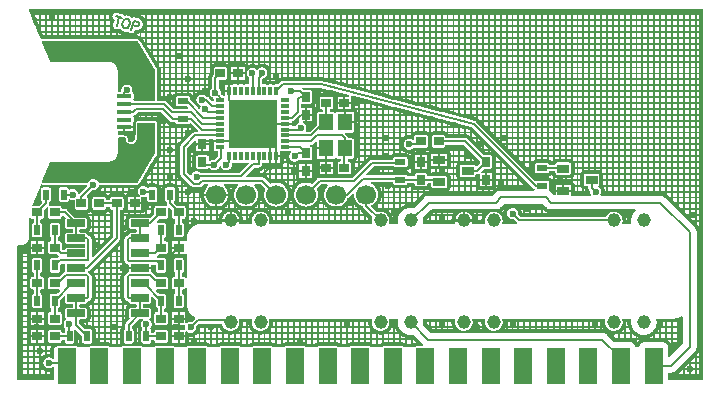
<source format=gtl>
%FSLAX46Y46*%
%MOMM*%
%ADD10C,0.160000*%
%AMPS18*
1,1,1.150000,0.000000,0.000000*
%
%ADD18PS18*%
%AMPS17*
1,1,1.150000,0.000000,0.000000*
%
%ADD17PS17*%
%AMPS16*
1,1,1.700000,0.000000,0.000000*
%
%ADD16PS16*%
%AMPS35*
21,1,2.500000,1.500000,0.000000,0.000000,0.000000*
%
%ADD35PS35*%
%AMPS32*
21,1,2.500000,1.500000,0.000000,0.000000,90.000000*
%
%ADD32PS32*%
%AMPS34*
21,1,2.500000,1.500000,0.000000,0.000000,180.000000*
%
%ADD34PS34*%
%AMPS31*
21,1,2.500000,1.500000,0.000000,0.000000,270.000000*
%
%ADD31PS31*%
%AMPS27*
21,1,0.300000,0.750000,0.000000,0.000000,0.000000*
%
%ADD27PS27*%
%AMPS28*
21,1,0.300000,0.750000,0.000000,0.000000,90.000000*
%
%ADD28PS28*%
%AMPS26*
21,1,0.300000,0.750000,0.000000,0.000000,180.000000*
%
%ADD26PS26*%
%AMPS29*
21,1,0.300000,0.750000,0.000000,0.000000,270.000000*
%
%ADD29PS29*%
%AMPS22*
21,1,0.600000,1.500000,0.000000,0.000000,90.000000*
%
%ADD22PS22*%
%AMPS21*
21,1,0.600000,1.500000,0.000000,0.000000,270.000000*
%
%ADD21PS21*%
%AMPS15*
21,1,0.800000,0.750000,0.000000,0.000000,0.000000*
%
%ADD15PS15*%
%AMPS23*
21,1,0.800000,0.750000,0.000000,0.000000,90.000000*
%
%ADD23PS23*%
%AMPS13*
21,1,0.800000,0.750000,0.000000,0.000000,180.000000*
%
%ADD13PS13*%
%AMPS14*
21,1,0.800000,0.750000,0.000000,0.000000,270.000000*
%
%ADD14PS14*%
%AMPS33*
21,1,1.250000,0.400000,0.000000,0.000000,0.000000*
%
%ADD33PS33*%
%AMPS20*
21,1,0.700000,1.000000,0.000000,0.000000,90.000000*
%
%ADD20PS20*%
%AMPS30*
21,1,4.100000,4.100000,0.000000,0.000000,180.000000*
%
%ADD30PS30*%
%AMPS24*
21,1,1.400000,1.200000,0.000000,0.000000,90.000000*
%
%ADD24PS24*%
%AMPS19*
21,1,0.500000,0.900000,0.000000,0.000000,0.000000*
%
%ADD19PS19*%
%AMPS12*
21,1,0.500000,0.900000,0.000000,0.000000,90.000000*
%
%ADD12PS12*%
%AMPS11*
21,1,0.500000,0.900000,0.000000,0.000000,180.000000*
%
%ADD11PS11*%
%AMPS36*
1,1,0.600000,0.000000,0.000000*
%
%ADD36PS36*%
%AMPS25*
21,1,3.000000,1.500000,0.000000,0.000000,90.000000*
%
%ADD25PS25*%
G01*
%LPD*%
G36*
X58390000Y31610000D02*
X58382100Y31644664D01*
X58361935Y31670000D01*
X58359960Y31672482D01*
X58327953Y31687959D01*
X58310000Y31690000D01*
X1390000Y31690000D01*
X1355336Y31682100D01*
X1340133Y31670000D01*
X1327518Y31659960D01*
X1312041Y31627953D01*
X1310000Y31610000D01*
X1310000Y31577373D01*
X1316059Y31546832D01*
X1405620Y31330000D01*
X1459955Y31198451D01*
X1767626Y30453565D01*
X1884750Y30170000D01*
X2025185Y29830000D01*
X2091272Y29670000D01*
X2293748Y29179795D01*
X2314283Y29150773D01*
X2345366Y29133514D01*
X2380857Y29131427D01*
X2396170Y29136965D01*
X2396393Y29136310D01*
X2450691Y29154799D01*
X2480747Y29160902D01*
X2521521Y29165000D01*
X10441090Y29165000D01*
X10464511Y29163658D01*
X10478667Y29162030D01*
X10540511Y29144785D01*
X10568323Y29132051D01*
X10589839Y29120244D01*
X10627494Y29088387D01*
X10648185Y29065762D01*
X10672682Y29032900D01*
X12124451Y26613285D01*
X12146207Y26562580D01*
X12157568Y26521564D01*
X12165000Y26466889D01*
X12165000Y24015000D01*
X12172900Y23980336D01*
X12195040Y23952518D01*
X12227047Y23937041D01*
X12245000Y23935000D01*
X12744501Y23935000D01*
X12768552Y23933818D01*
X12778272Y23932860D01*
X12825349Y23923495D01*
X12830000Y23922084D01*
X12832837Y23921224D01*
X12877198Y23902849D01*
X12884084Y23899168D01*
X12924015Y23872487D01*
X12931571Y23866286D01*
X12949393Y23850133D01*
X13049371Y23750155D01*
X13129525Y23670000D01*
X13469524Y23330000D01*
X13519090Y23280434D01*
X13549188Y23261509D01*
X13575659Y23257002D01*
X14700108Y23257002D01*
X14734772Y23264902D01*
X14762590Y23287042D01*
X14778067Y23319049D01*
X14778148Y23354601D01*
X14756677Y23393571D01*
X14688679Y23461569D01*
X14670000Y23473314D01*
X14658581Y23480494D01*
X14632110Y23485000D01*
X13905854Y23485000D01*
X13851988Y23492926D01*
X13830000Y23502746D01*
X13814395Y23509715D01*
X13781694Y23535931D01*
X13756687Y23569565D01*
X13741003Y23608429D01*
X13735000Y23655122D01*
X13735000Y24144146D01*
X13742926Y24198012D01*
X13759715Y24235605D01*
X13785931Y24268306D01*
X13819565Y24293313D01*
X13858429Y24308997D01*
X13905122Y24315000D01*
X14794146Y24315000D01*
X14848012Y24307074D01*
X14885605Y24290285D01*
X14918306Y24264069D01*
X14943313Y24230435D01*
X14958997Y24191571D01*
X14961770Y24170000D01*
X14965000Y24144878D01*
X14965000Y24024482D01*
X14972900Y23989818D01*
X14988431Y23967913D01*
X15658771Y23297573D01*
X15688869Y23278648D01*
X15724194Y23274633D01*
X15757771Y23286321D01*
X15782967Y23311404D01*
X15793803Y23338536D01*
X15796186Y23350518D01*
X15802387Y23375274D01*
X15808225Y23394523D01*
X15816821Y23418545D01*
X15824520Y23437132D01*
X15834497Y23458226D01*
X15842176Y23492939D01*
X15834056Y23527552D01*
X15830000Y23532582D01*
X15811740Y23555228D01*
X15789129Y23567753D01*
X15783162Y23569888D01*
X15764571Y23577589D01*
X15741511Y23588495D01*
X15723758Y23597984D01*
X15701882Y23611097D01*
X15685158Y23622272D01*
X15670000Y23633513D01*
X15664658Y23637475D01*
X15649111Y23650234D01*
X15630231Y23667345D01*
X15615968Y23681608D01*
X15598857Y23700488D01*
X15586098Y23716035D01*
X15570895Y23736535D01*
X15559720Y23753259D01*
X15546607Y23775135D01*
X15537118Y23792888D01*
X15526212Y23815948D01*
X15520391Y23830000D01*
X15518516Y23834527D01*
X15509920Y23858549D01*
X15504082Y23877798D01*
X15497883Y23902548D01*
X15493957Y23922284D01*
X15490215Y23947506D01*
X15488243Y23967529D01*
X15486990Y23993020D01*
X15486990Y24013124D01*
X15488243Y24038615D01*
X15490215Y24058638D01*
X15493957Y24083860D01*
X15497883Y24103596D01*
X15504082Y24128346D01*
X15509920Y24147595D01*
X15517937Y24170000D01*
X15518516Y24171617D01*
X15526212Y24190196D01*
X15537118Y24213256D01*
X15546607Y24231009D01*
X15559720Y24252885D01*
X15570895Y24269609D01*
X15586098Y24290109D01*
X15598857Y24305656D01*
X15615968Y24324536D01*
X15630231Y24338799D01*
X15649111Y24355910D01*
X15664658Y24368669D01*
X15670000Y24372631D01*
X15685158Y24383872D01*
X15701882Y24395047D01*
X15723758Y24408160D01*
X15741511Y24417649D01*
X15764571Y24428555D01*
X15783150Y24436251D01*
X15807172Y24444847D01*
X15826421Y24450685D01*
X15830000Y24451581D01*
X15851171Y24456884D01*
X15870907Y24460810D01*
X15896129Y24464552D01*
X15916152Y24466524D01*
X15941643Y24467777D01*
X15961747Y24467777D01*
X15987238Y24466524D01*
X16007261Y24464552D01*
X16032483Y24460810D01*
X16052219Y24456884D01*
X16076969Y24450685D01*
X16096218Y24444847D01*
X16120240Y24436251D01*
X16138819Y24428555D01*
X16161879Y24417649D01*
X16170000Y24413308D01*
X16179632Y24408160D01*
X16201508Y24395047D01*
X16218232Y24383872D01*
X16238732Y24368669D01*
X16254279Y24355910D01*
X16273159Y24338799D01*
X16287412Y24324546D01*
X16297802Y24313082D01*
X16326934Y24292703D01*
X16351440Y24287278D01*
X16351421Y24287084D01*
X16353037Y24286925D01*
X16353135Y24286903D01*
X16353381Y24286891D01*
X16363113Y24285932D01*
X16410190Y24276567D01*
X16417678Y24274296D01*
X16462039Y24255921D01*
X16468925Y24252240D01*
X16508856Y24225559D01*
X16516412Y24219357D01*
X16534221Y24203216D01*
X16798431Y23939006D01*
X16828529Y23920081D01*
X16863854Y23916066D01*
X16897431Y23927754D01*
X16922627Y23952837D01*
X16935000Y23995575D01*
X16935000Y24127579D01*
X16927100Y24162243D01*
X16920926Y24170000D01*
X16904960Y24190061D01*
X16889204Y24199899D01*
X16874321Y24206938D01*
X16856575Y24216423D01*
X16834699Y24229536D01*
X16817975Y24240711D01*
X16797475Y24255914D01*
X16781928Y24268673D01*
X16763048Y24285784D01*
X16748785Y24300047D01*
X16731674Y24318927D01*
X16718915Y24334474D01*
X16703712Y24354974D01*
X16692537Y24371698D01*
X16679424Y24393574D01*
X16670000Y24411205D01*
X16669935Y24411327D01*
X16659029Y24434387D01*
X16651333Y24452966D01*
X16642737Y24476988D01*
X16636899Y24496237D01*
X16630700Y24520987D01*
X16626774Y24540723D01*
X16623032Y24565945D01*
X16621060Y24585968D01*
X16619807Y24611459D01*
X16619807Y24631563D01*
X16621060Y24657054D01*
X16622335Y24670000D01*
X16623032Y24677077D01*
X16626774Y24702299D01*
X16630700Y24722035D01*
X16636899Y24746785D01*
X16642737Y24766034D01*
X16651333Y24790056D01*
X16659029Y24808635D01*
X16669133Y24830000D01*
X16669935Y24831695D01*
X16679424Y24849448D01*
X16692537Y24871324D01*
X16703712Y24888048D01*
X16718915Y24908548D01*
X16731674Y24924095D01*
X16748785Y24942975D01*
X16763036Y24957226D01*
X16773234Y24966468D01*
X16793614Y24995600D01*
X16799512Y25025747D01*
X16799512Y25832541D01*
X16800692Y25856561D01*
X16801651Y25866302D01*
X16811015Y25913382D01*
X16813287Y25920873D01*
X16831662Y25965234D01*
X16835343Y25972120D01*
X16862024Y26012051D01*
X16867078Y26018209D01*
X16884100Y26035360D01*
X16887062Y26040110D01*
X16911569Y26064617D01*
X16930494Y26094715D01*
X16935000Y26121186D01*
X16935000Y26619146D01*
X16942926Y26673012D01*
X16959715Y26710605D01*
X16985931Y26743306D01*
X17019565Y26768313D01*
X17058429Y26783997D01*
X17105122Y26790000D01*
X17894146Y26790000D01*
X17948012Y26782074D01*
X17985605Y26765285D01*
X18018306Y26739069D01*
X18043313Y26705435D01*
X18055762Y26674587D01*
X18057613Y26670000D01*
X18058997Y26666571D01*
X18065000Y26619878D01*
X18065000Y25880854D01*
X18057517Y25830000D01*
X18057074Y25826988D01*
X18040285Y25789395D01*
X18014069Y25756694D01*
X17980435Y25731687D01*
X17941571Y25716003D01*
X17894878Y25710000D01*
X17449512Y25710000D01*
X17414848Y25702100D01*
X17387030Y25679960D01*
X17382214Y25670000D01*
X17371553Y25647953D01*
X17369512Y25630000D01*
X17369512Y25025747D01*
X17377412Y24991083D01*
X17395790Y24966468D01*
X17405988Y24957226D01*
X17420239Y24942975D01*
X17437350Y24924095D01*
X17450109Y24908548D01*
X17465312Y24888048D01*
X17476487Y24871324D01*
X17489600Y24849448D01*
X17499089Y24831695D01*
X17509995Y24808635D01*
X17517691Y24790056D01*
X17526287Y24766034D01*
X17532125Y24746785D01*
X17538324Y24722035D01*
X17542250Y24702299D01*
X17545992Y24677077D01*
X17547964Y24657054D01*
X17549217Y24631563D01*
X17549217Y24611442D01*
X17548541Y24597694D01*
X17554729Y24562684D01*
X17571875Y24537196D01*
X17675144Y24433927D01*
X17691285Y24416118D01*
X17697487Y24408562D01*
X17724168Y24368631D01*
X17729703Y24358276D01*
X17730708Y24358813D01*
X17747306Y24335394D01*
X17778402Y24318160D01*
X17800665Y24315000D01*
X17844149Y24315000D01*
X17848357Y24314381D01*
X17883802Y24317152D01*
X17903346Y24328502D01*
X17914546Y24335007D01*
X17934517Y24364421D01*
X17940000Y24393529D01*
X17940000Y24690000D01*
X18255000Y24690000D01*
X18289664Y24697900D01*
X18317482Y24720040D01*
X18332959Y24752047D01*
X18335000Y24770000D01*
X18335000Y25310000D01*
X18561107Y25310000D01*
X18571308Y25310653D01*
X18605122Y25315000D01*
X18894146Y25315000D01*
X18948012Y25307074D01*
X18967125Y25298538D01*
X19001997Y25291616D01*
X19029690Y25297398D01*
X19058431Y25308998D01*
X19105122Y25315000D01*
X19394146Y25315000D01*
X19448012Y25307074D01*
X19467125Y25298538D01*
X19501997Y25291616D01*
X19529690Y25297398D01*
X19558431Y25308998D01*
X19605122Y25315000D01*
X19885000Y25315000D01*
X19919664Y25322900D01*
X19947482Y25345040D01*
X19962959Y25377047D01*
X19965000Y25395000D01*
X19965000Y25832707D01*
X19957100Y25867371D01*
X19935750Y25894549D01*
X19920368Y25907172D01*
X19901488Y25924283D01*
X19887225Y25938546D01*
X19870114Y25957426D01*
X19857355Y25972973D01*
X19842152Y25993473D01*
X19830977Y26010197D01*
X19830000Y26011827D01*
X19826174Y26018209D01*
X19817864Y26032073D01*
X19808375Y26049826D01*
X19797469Y26072886D01*
X19789773Y26091465D01*
X19781177Y26115487D01*
X19775339Y26134736D01*
X19769140Y26159486D01*
X19765214Y26179222D01*
X19761472Y26204444D01*
X19759500Y26224467D01*
X19758247Y26249958D01*
X19758247Y26270062D01*
X19759500Y26295553D01*
X19761472Y26315576D01*
X19765214Y26340798D01*
X19769140Y26360534D01*
X19775339Y26385284D01*
X19781177Y26404533D01*
X19789773Y26428555D01*
X19797469Y26447134D01*
X19808375Y26470194D01*
X19817864Y26487947D01*
X19830977Y26509823D01*
X19842152Y26526547D01*
X19857355Y26547047D01*
X19870114Y26562594D01*
X19887225Y26581474D01*
X19901488Y26595737D01*
X19920368Y26612848D01*
X19935915Y26625607D01*
X19956415Y26640810D01*
X19973139Y26651985D01*
X19995015Y26665098D01*
X20004186Y26670000D01*
X20012768Y26674587D01*
X20035828Y26685493D01*
X20054407Y26693189D01*
X20078429Y26701785D01*
X20097678Y26707623D01*
X20122428Y26713822D01*
X20142164Y26717748D01*
X20167386Y26721490D01*
X20187409Y26723462D01*
X20212900Y26724715D01*
X20233004Y26724715D01*
X20258495Y26723462D01*
X20278518Y26721490D01*
X20303740Y26717748D01*
X20323476Y26713822D01*
X20348226Y26707623D01*
X20367475Y26701785D01*
X20391497Y26693189D01*
X20410076Y26685493D01*
X20433136Y26674587D01*
X20441718Y26670000D01*
X20450889Y26665098D01*
X20472765Y26651985D01*
X20489489Y26640810D01*
X20509989Y26625607D01*
X20525536Y26612848D01*
X20544416Y26595737D01*
X20550686Y26589467D01*
X20580784Y26570542D01*
X20616109Y26566527D01*
X20649686Y26578215D01*
X20669096Y26595284D01*
X20670000Y26596386D01*
X20678902Y26607233D01*
X20696007Y26626106D01*
X20710270Y26640369D01*
X20729150Y26657480D01*
X20744697Y26670239D01*
X20765197Y26685442D01*
X20781921Y26696617D01*
X20803797Y26709730D01*
X20821550Y26719219D01*
X20844610Y26730125D01*
X20863189Y26737821D01*
X20887211Y26746417D01*
X20906460Y26752255D01*
X20931210Y26758454D01*
X20950946Y26762380D01*
X20976168Y26766122D01*
X20996191Y26768094D01*
X21021682Y26769347D01*
X21041786Y26769347D01*
X21067277Y26768094D01*
X21087300Y26766122D01*
X21112522Y26762380D01*
X21132258Y26758454D01*
X21157008Y26752255D01*
X21176257Y26746417D01*
X21200279Y26737821D01*
X21218858Y26730125D01*
X21241918Y26719219D01*
X21259671Y26709730D01*
X21281547Y26696617D01*
X21298271Y26685442D01*
X21318771Y26670239D01*
X21324337Y26665671D01*
X21334318Y26657480D01*
X21353198Y26640369D01*
X21367461Y26626106D01*
X21384572Y26607226D01*
X21397331Y26591679D01*
X21412534Y26571179D01*
X21423709Y26554455D01*
X21436822Y26532579D01*
X21446311Y26514826D01*
X21457217Y26491766D01*
X21464913Y26473187D01*
X21473509Y26449165D01*
X21479347Y26429916D01*
X21485546Y26405166D01*
X21489472Y26385430D01*
X21493214Y26360208D01*
X21495186Y26340185D01*
X21496439Y26314694D01*
X21496439Y26294590D01*
X21495186Y26269099D01*
X21493214Y26249076D01*
X21489472Y26223854D01*
X21485546Y26204118D01*
X21479347Y26179368D01*
X21473509Y26160119D01*
X21464913Y26136097D01*
X21457217Y26117518D01*
X21446311Y26094458D01*
X21436822Y26076705D01*
X21423709Y26054829D01*
X21412534Y26038105D01*
X21397331Y26017605D01*
X21384572Y26002058D01*
X21367461Y25983178D01*
X21353198Y25968915D01*
X21334318Y25951804D01*
X21318771Y25939045D01*
X21298271Y25923842D01*
X21281547Y25912667D01*
X21259671Y25899554D01*
X21241918Y25890065D01*
X21218858Y25879159D01*
X21200279Y25871463D01*
X21176267Y25862871D01*
X21162586Y25858721D01*
X21129239Y25838734D01*
X21058431Y25767926D01*
X21039506Y25737828D01*
X21035000Y25711357D01*
X21035000Y25395000D01*
X21042900Y25360336D01*
X21065040Y25332518D01*
X21070247Y25330000D01*
X21097047Y25317041D01*
X21115000Y25315000D01*
X21394146Y25315000D01*
X21448012Y25307074D01*
X21467125Y25298538D01*
X21501997Y25291616D01*
X21529690Y25297398D01*
X21558431Y25308998D01*
X21605122Y25315000D01*
X21894146Y25315000D01*
X21948012Y25307074D01*
X21967125Y25298538D01*
X22001997Y25291616D01*
X22029690Y25297398D01*
X22058431Y25308998D01*
X22105122Y25315000D01*
X22353814Y25315000D01*
X22388478Y25322900D01*
X22410383Y25338431D01*
X22610724Y25538772D01*
X22614152Y25540412D01*
X22631303Y25557434D01*
X22637461Y25562488D01*
X22677392Y25589169D01*
X22684278Y25592850D01*
X22728639Y25611225D01*
X22736129Y25613497D01*
X22783205Y25622861D01*
X22792945Y25623821D01*
X22816956Y25625001D01*
X25998044Y25625001D01*
X26018478Y25623996D01*
X26025585Y25622624D01*
X26033373Y25622177D01*
X26035307Y25622503D01*
X26037199Y25622261D01*
X26037244Y25622254D01*
X26038553Y25621516D01*
X26046176Y25619999D01*
X26050603Y25620121D01*
X26073449Y25615380D01*
X26767350Y25435420D01*
X26830000Y25419172D01*
X27223805Y25317041D01*
X27830000Y25159827D01*
X28783588Y24912519D01*
X28830000Y24900482D01*
X29159609Y24815000D01*
X29830000Y24641137D01*
X30170000Y24552960D01*
X30330000Y24511465D01*
X31029705Y24330000D01*
X31646644Y24170000D01*
X32170000Y24034270D01*
X32330000Y23992775D01*
X32957639Y23830000D01*
X33574578Y23670000D01*
X34170000Y23515580D01*
X34330000Y23474085D01*
X34885573Y23330000D01*
X35502512Y23170000D01*
X36170000Y22996890D01*
X36330000Y22955395D01*
X38260201Y22454807D01*
X38330000Y22436705D01*
X39044648Y22251365D01*
X39059200Y22246819D01*
X39059868Y22246766D01*
X39059843Y22246684D01*
X39063614Y22245540D01*
X39065600Y22244820D01*
X39066678Y22244483D01*
X39067713Y22243594D01*
X39074923Y22240606D01*
X39078478Y22240000D01*
X39088998Y22234917D01*
X39093180Y22233042D01*
X39102372Y22229233D01*
X39106771Y22226329D01*
X39113816Y22222925D01*
X39115725Y22222486D01*
X39117411Y22221522D01*
X39117447Y22221500D01*
X39118380Y22220311D01*
X39124883Y22215967D01*
X39128245Y22214683D01*
X39137516Y22207686D01*
X39141266Y22205021D01*
X39149490Y22199526D01*
X39153231Y22195825D01*
X39159495Y22191098D01*
X39161092Y22190380D01*
X39161653Y22189872D01*
X39163320Y22188492D01*
X39166201Y22185837D01*
X39166212Y22185849D01*
X39166653Y22185341D01*
X39177899Y22175149D01*
X44175136Y17177912D01*
X44205234Y17158987D01*
X44240559Y17154972D01*
X44254510Y17158493D01*
X44305122Y17165000D01*
X45194146Y17165000D01*
X45248012Y17157074D01*
X45285605Y17140285D01*
X45318306Y17114069D01*
X45343313Y17080435D01*
X45358997Y17041571D01*
X45365000Y16994878D01*
X45365000Y16505854D01*
X45357074Y16451988D01*
X45340285Y16414395D01*
X45330431Y16402104D01*
X45326985Y16395000D01*
X45314913Y16370117D01*
X45314786Y16334564D01*
X45330078Y16302468D01*
X45362236Y16278153D01*
X45388143Y16267423D01*
X45395028Y16263743D01*
X45483854Y16204391D01*
X45491421Y16198181D01*
X45522513Y16170000D01*
X45531024Y16162286D01*
X45753431Y15939879D01*
X45783529Y15920954D01*
X45818854Y15916939D01*
X45852431Y15928627D01*
X45877627Y15953710D01*
X45890000Y15996448D01*
X45890000Y16215000D01*
X47210000Y16215000D01*
X47210000Y15984999D01*
X47217900Y15950335D01*
X47240040Y15922517D01*
X47272047Y15907040D01*
X47290000Y15904999D01*
X48800780Y15904999D01*
X48830000Y15911658D01*
X48835444Y15912899D01*
X48863262Y15935039D01*
X48878739Y15967046D01*
X48878820Y16002598D01*
X48871333Y16022711D01*
X48862194Y16039809D01*
X48851280Y16062885D01*
X48843584Y16081464D01*
X48834988Y16105486D01*
X48830000Y16121932D01*
X48829150Y16124735D01*
X48822951Y16149485D01*
X48819025Y16169221D01*
X48815283Y16194443D01*
X48813311Y16214466D01*
X48812058Y16239957D01*
X48812058Y16260078D01*
X48812734Y16273826D01*
X48806546Y16308836D01*
X48789400Y16334324D01*
X48757128Y16366596D01*
X48749427Y16376264D01*
X48732449Y16393216D01*
X48727512Y16399232D01*
X48700831Y16439163D01*
X48697150Y16446049D01*
X48678775Y16490410D01*
X48676502Y16497903D01*
X48670000Y16530596D01*
X48667139Y16544981D01*
X48666180Y16554723D01*
X48665000Y16578743D01*
X48665000Y16655000D01*
X48660332Y16675483D01*
X48657100Y16689664D01*
X48634960Y16717482D01*
X48602953Y16732959D01*
X48585000Y16735000D01*
X48455854Y16735000D01*
X48401988Y16742926D01*
X48364395Y16759715D01*
X48331694Y16785931D01*
X48306687Y16819565D01*
X48291003Y16858429D01*
X48285000Y16905122D01*
X48285000Y17594146D01*
X48292926Y17648012D01*
X48309715Y17685605D01*
X48335931Y17718306D01*
X48369565Y17743313D01*
X48408429Y17758997D01*
X48455122Y17765000D01*
X49444146Y17765000D01*
X49498012Y17757074D01*
X49535605Y17740285D01*
X49568306Y17714069D01*
X49593313Y17680435D01*
X49596261Y17673130D01*
X49597524Y17670000D01*
X49608997Y17641571D01*
X49615000Y17594878D01*
X49615000Y16905854D01*
X49607074Y16851988D01*
X49597254Y16830000D01*
X49590285Y16814395D01*
X49564071Y16781696D01*
X49538396Y16762607D01*
X49515292Y16735585D01*
X49506178Y16701220D01*
X49512147Y16670000D01*
X49512855Y16666299D01*
X49541687Y16631887D01*
X49543297Y16630811D01*
X49563800Y16615606D01*
X49579347Y16602847D01*
X49598227Y16585736D01*
X49612490Y16571473D01*
X49629601Y16552593D01*
X49642360Y16537046D01*
X49657563Y16516546D01*
X49668738Y16499822D01*
X49681851Y16477946D01*
X49691340Y16460193D01*
X49702246Y16437133D01*
X49709942Y16418554D01*
X49718538Y16394532D01*
X49724376Y16375283D01*
X49730575Y16350533D01*
X49734501Y16330797D01*
X49738243Y16305575D01*
X49740215Y16285552D01*
X49741468Y16260061D01*
X49741468Y16239957D01*
X49740215Y16214466D01*
X49738243Y16194443D01*
X49734501Y16169221D01*
X49730575Y16149485D01*
X49724376Y16124735D01*
X49718538Y16105486D01*
X49709942Y16081464D01*
X49702246Y16062885D01*
X49691332Y16039809D01*
X49682193Y16022711D01*
X49672819Y15988417D01*
X49679231Y15953447D01*
X49700162Y15924708D01*
X49731479Y15907878D01*
X49752746Y15904999D01*
X54732289Y15904999D01*
X54785761Y15902371D01*
X54795488Y15901412D01*
X54830000Y15894546D01*
X54900207Y15880580D01*
X54907699Y15878307D01*
X55006412Y15837420D01*
X55013294Y15833742D01*
X55018894Y15830000D01*
X55102120Y15774390D01*
X55109687Y15768180D01*
X55149290Y15732285D01*
X57662286Y13219289D01*
X57698181Y13179686D01*
X57704391Y13172119D01*
X57763743Y13083293D01*
X57767421Y13076411D01*
X57808308Y12977698D01*
X57810581Y12970206D01*
X57830000Y12872590D01*
X57831413Y12865487D01*
X57832372Y12855760D01*
X57833638Y12830000D01*
X57835000Y12802288D01*
X57835000Y3125573D01*
X57832372Y3072102D01*
X57831414Y3062385D01*
X57810578Y2957646D01*
X57808308Y2950162D01*
X57767421Y2851449D01*
X57763743Y2844567D01*
X57704391Y2755741D01*
X57699338Y2749584D01*
X57661600Y2711562D01*
X57655510Y2701796D01*
X56045486Y1091772D01*
X56038437Y1088399D01*
X56000415Y1050661D01*
X55994258Y1045608D01*
X55905432Y986256D01*
X55898550Y982578D01*
X55830000Y954185D01*
X55799837Y941691D01*
X55792352Y939420D01*
X55687592Y918583D01*
X55677853Y917624D01*
X55624432Y915000D01*
X55525000Y915000D01*
X55490336Y907100D01*
X55462518Y884960D01*
X55447041Y852953D01*
X55445000Y835000D01*
X55445000Y390000D01*
X55452900Y355336D01*
X55475040Y327518D01*
X55507047Y312041D01*
X55525000Y310000D01*
X58310000Y310000D01*
X58344664Y317900D01*
X58359867Y330000D01*
X58372482Y340040D01*
X58387959Y372047D01*
X58390000Y390000D01*
X58390000Y31610000D01*
D02*
G37*
%LPC*%
G36*
X10579339Y30908426D02*
X10589665Y30905207D01*
X10590663Y30905129D01*
X10591394Y30904870D01*
X10591354Y30904730D01*
X10593681Y30904060D01*
X10596155Y30903184D01*
X10601351Y30901564D01*
X10602902Y30900251D01*
X10610160Y30897365D01*
X10613770Y30896803D01*
X10621513Y30893068D01*
X10626712Y30890784D01*
X10632978Y30888292D01*
X10637489Y30885362D01*
X10644575Y30881943D01*
X10647162Y30881350D01*
X10651211Y30879000D01*
X10653581Y30877744D01*
X10655652Y30876481D01*
X10655728Y30876606D01*
X10655863Y30876534D01*
X10657137Y30875562D01*
X10666488Y30870137D01*
X10764304Y30806767D01*
X10780235Y30795299D01*
X10785599Y30790070D01*
X10791836Y30785369D01*
X10793883Y30784450D01*
X10798796Y30780240D01*
X10799563Y30778751D01*
X10805182Y30773289D01*
X10808301Y30771389D01*
X10814025Y30764976D01*
X10817949Y30760882D01*
X10822798Y30756169D01*
X10825848Y30751728D01*
X10831093Y30745851D01*
X10832910Y30744559D01*
X10836853Y30739540D01*
X10837316Y30737928D01*
X10841773Y30731458D01*
X10845121Y30728379D01*
X10857558Y30709453D01*
X10882893Y30666442D01*
X10887919Y30656861D01*
X10888572Y30656097D01*
X10888904Y30655402D01*
X10888776Y30655331D01*
X10889952Y30653205D01*
X10891085Y30650829D01*
X10893600Y30646036D01*
X10893769Y30644015D01*
X10896864Y30636833D01*
X10899017Y30633886D01*
X10901851Y30625768D01*
X10903914Y30620471D01*
X10906597Y30614247D01*
X10907714Y30608975D01*
X10910289Y30601598D01*
X10911709Y30599333D01*
X10912925Y30594756D01*
X10913703Y30592221D01*
X10914273Y30589867D01*
X10914414Y30589901D01*
X10914449Y30589789D01*
X10914677Y30588159D01*
X10917449Y30577726D01*
X10934427Y30498278D01*
X10937582Y30478910D01*
X10937679Y30471430D01*
X10938777Y30463617D01*
X10939571Y30461530D01*
X10940061Y30455163D01*
X10939550Y30453565D01*
X10939660Y30445759D01*
X10940521Y30442214D01*
X10940030Y30433562D01*
X10939910Y30427906D01*
X10940006Y30421054D01*
X10939020Y30415741D01*
X10938579Y30407956D01*
X10938951Y30405754D01*
X10938192Y30399427D01*
X10937380Y30397960D01*
X10935958Y30390244D01*
X10936148Y30385701D01*
X10931557Y30363512D01*
X10922889Y30330000D01*
X10903928Y30256689D01*
X10898083Y30237937D01*
X10894826Y30231208D01*
X10892327Y30223769D01*
X10892104Y30221547D01*
X10889669Y30215570D01*
X10888497Y30214368D01*
X10885095Y30207316D01*
X10884279Y30203756D01*
X10880009Y30196307D01*
X10877361Y30191282D01*
X10874417Y30185179D01*
X10871164Y30180876D01*
X10867276Y30174093D01*
X10866622Y30171951D01*
X10865335Y30170000D01*
X10863050Y30166536D01*
X10861663Y30165585D01*
X10856938Y30159313D01*
X10855078Y30155165D01*
X10841097Y30137436D01*
X10827615Y30121963D01*
X10787716Y30076174D01*
X10780219Y30068379D01*
X10779700Y30067516D01*
X10779149Y30066986D01*
X10779042Y30067085D01*
X10777403Y30065304D01*
X10775493Y30063465D01*
X10771750Y30059573D01*
X10769890Y30058776D01*
X10764056Y30053569D01*
X10761943Y30050597D01*
X10755132Y30045336D01*
X10750766Y30041709D01*
X10745706Y30037193D01*
X10741056Y30034462D01*
X10734843Y30029663D01*
X10733156Y30027615D01*
X10729248Y30025047D01*
X10727091Y30023509D01*
X10725024Y30022214D01*
X10725102Y30022090D01*
X10725034Y30022042D01*
X10723543Y30021299D01*
X10714507Y30015361D01*
X10671446Y29989999D01*
X10670000Y29989240D01*
X10654096Y29980894D01*
X10647029Y29978437D01*
X10640008Y29974947D01*
X10638273Y29973528D01*
X10632338Y29971029D01*
X10630657Y29971008D01*
X10623298Y29968439D01*
X10620201Y29966498D01*
X10611845Y29964229D01*
X10606442Y29962555D01*
X10599973Y29960297D01*
X10594625Y29959555D01*
X10587104Y29957514D01*
X10585126Y29956461D01*
X10578859Y29955175D01*
X10577214Y29955482D01*
X10569440Y29954390D01*
X10565194Y29952774D01*
X10542739Y29950118D01*
X10426455Y29942123D01*
X10415711Y29941913D01*
X10414732Y29941670D01*
X10413956Y29941684D01*
X10413950Y29941830D01*
X10411527Y29941729D01*
X10408849Y29941779D01*
X10403437Y29941673D01*
X10401560Y29942424D01*
X10393706Y29942870D01*
X10390111Y29942263D01*
X10381618Y29943354D01*
X10375954Y29943878D01*
X10369198Y29944261D01*
X10363974Y29945621D01*
X10356224Y29946617D01*
X10353567Y29946360D01*
X10351467Y29946795D01*
X10315921Y29946083D01*
X10284194Y29930040D01*
X10257805Y29888487D01*
X10254029Y29873887D01*
X10246877Y29850942D01*
X10243508Y29841751D01*
X10222646Y29798503D01*
X10218582Y29791838D01*
X10189676Y29753483D01*
X10184383Y29747732D01*
X10148556Y29715758D01*
X10142247Y29711154D01*
X10100876Y29686788D01*
X10093775Y29683496D01*
X10048459Y29667672D01*
X10040861Y29665831D01*
X9993313Y29659149D01*
X9985507Y29658825D01*
X9937548Y29661551D01*
X9929819Y29662758D01*
X9883365Y29674775D01*
X9876019Y29677467D01*
X9832766Y29698329D01*
X9826099Y29702394D01*
X9787744Y29731300D01*
X9781993Y29736593D01*
X9750024Y29772414D01*
X9743709Y29781067D01*
X9716892Y29804409D01*
X9682609Y29813827D01*
X9658577Y29811230D01*
X9656138Y29810583D01*
X9653590Y29809801D01*
X9651225Y29809228D01*
X9651259Y29809086D01*
X9651150Y29809052D01*
X9649514Y29808823D01*
X9639096Y29806055D01*
X9559640Y29789075D01*
X9540260Y29785919D01*
X9532768Y29785822D01*
X9525002Y29784730D01*
X9522913Y29783935D01*
X9516522Y29783443D01*
X9514920Y29783955D01*
X9507127Y29783845D01*
X9503573Y29782982D01*
X9494943Y29783472D01*
X9489285Y29783593D01*
X9482444Y29783497D01*
X9477127Y29784484D01*
X9469371Y29784925D01*
X9467157Y29784551D01*
X9460754Y29785320D01*
X9459283Y29786135D01*
X9451605Y29787549D01*
X9447059Y29787358D01*
X9424888Y29791945D01*
X9281179Y29829116D01*
X9262461Y29834950D01*
X9255734Y29838207D01*
X9248304Y29840704D01*
X9246069Y29840929D01*
X9240050Y29843380D01*
X9238846Y29844555D01*
X9231825Y29847941D01*
X9228272Y29848755D01*
X9220806Y29853034D01*
X9215783Y29855680D01*
X9209646Y29858640D01*
X9205323Y29861906D01*
X9198567Y29865777D01*
X9196421Y29866432D01*
X9191067Y29869964D01*
X9190119Y29871345D01*
X9183850Y29876070D01*
X9179703Y29877931D01*
X9170000Y29885582D01*
X9161934Y29891942D01*
X9100656Y29945334D01*
X9092883Y29952809D01*
X9092019Y29953329D01*
X9091490Y29953878D01*
X9091589Y29953986D01*
X9089805Y29955628D01*
X9087953Y29957551D01*
X9084094Y29961261D01*
X9083299Y29963116D01*
X9078121Y29968920D01*
X9075134Y29971045D01*
X9069832Y29977907D01*
X9066217Y29982258D01*
X9061658Y29987367D01*
X9058925Y29992023D01*
X9054147Y29998208D01*
X9052097Y29999896D01*
X9049536Y30003794D01*
X9047987Y30005966D01*
X9046692Y30008034D01*
X9046568Y30007956D01*
X9046519Y30008024D01*
X9045777Y30009515D01*
X9039843Y30018546D01*
X9030946Y30033652D01*
X9006547Y30059511D01*
X8973353Y30072244D01*
X8937919Y30069337D01*
X8908746Y30052739D01*
X8894601Y30040116D01*
X8888278Y30035500D01*
X8846914Y30011135D01*
X8839817Y30007845D01*
X8830000Y30004417D01*
X8794492Y29992017D01*
X8786891Y29990174D01*
X8739330Y29983492D01*
X8731525Y29983169D01*
X8683596Y29985893D01*
X8675858Y29987102D01*
X8670000Y29988617D01*
X8629399Y29999118D01*
X8622050Y30001811D01*
X8578797Y30022673D01*
X8572130Y30026738D01*
X8533775Y30055644D01*
X8528023Y30060938D01*
X8496063Y30096749D01*
X8491447Y30103072D01*
X8467082Y30144436D01*
X8463792Y30151533D01*
X8447964Y30196858D01*
X8446121Y30204459D01*
X8439439Y30252020D01*
X8439116Y30259825D01*
X8441840Y30307751D01*
X8443352Y30317435D01*
X8444062Y30320865D01*
X8445951Y30330000D01*
X8448221Y30340970D01*
X8533326Y30670000D01*
X8560116Y30773577D01*
X8561148Y30809115D01*
X8550616Y30828852D01*
X8539234Y30850179D01*
X8539233Y30850180D01*
X8524316Y30861912D01*
X8514289Y30868026D01*
X8475934Y30896932D01*
X8470183Y30902225D01*
X8438209Y30938052D01*
X8433605Y30944361D01*
X8409239Y30985732D01*
X8405947Y30992833D01*
X8390123Y31038149D01*
X8388282Y31045747D01*
X8381600Y31093295D01*
X8381276Y31101103D01*
X8384001Y31149058D01*
X8385208Y31156784D01*
X8388627Y31170000D01*
X8392673Y31185640D01*
X8397229Y31203254D01*
X8399916Y31210588D01*
X8420782Y31253845D01*
X8424845Y31260509D01*
X8453751Y31298864D01*
X8459044Y31304615D01*
X8494871Y31336589D01*
X8501180Y31341193D01*
X8542551Y31365559D01*
X8549652Y31368851D01*
X8594968Y31384675D01*
X8602566Y31386516D01*
X8650114Y31393198D01*
X8657923Y31393522D01*
X8705859Y31390799D01*
X8715547Y31389286D01*
X8739076Y31384419D01*
X8949467Y31330000D01*
X8987081Y31320271D01*
X8992793Y31316339D01*
X8992807Y31316335D01*
X9004817Y31315683D01*
X9251605Y31251850D01*
X9274570Y31244690D01*
X9283767Y31241319D01*
X9327003Y31220463D01*
X9333668Y31216399D01*
X9372023Y31187493D01*
X9377774Y31182200D01*
X9382603Y31176789D01*
X9392151Y31170000D01*
X9411578Y31156187D01*
X9459009Y31151824D01*
X9489480Y31158336D01*
X9508909Y31161499D01*
X9516404Y31161596D01*
X9524142Y31162684D01*
X9526233Y31163480D01*
X9532589Y31163970D01*
X9534188Y31163458D01*
X9541994Y31163568D01*
X9545539Y31164429D01*
X9554193Y31163938D01*
X9559849Y31163818D01*
X9566702Y31163914D01*
X9572005Y31162929D01*
X9579795Y31162487D01*
X9581997Y31162859D01*
X9588320Y31162101D01*
X9589790Y31161287D01*
X9597482Y31159870D01*
X9602027Y31160061D01*
X9624241Y31155466D01*
X9670000Y31143630D01*
X9767951Y31118295D01*
X9786715Y31112446D01*
X9793449Y31109186D01*
X9800886Y31106688D01*
X9803111Y31106465D01*
X9809031Y31104054D01*
X9810229Y31102884D01*
X9817289Y31099478D01*
X9820838Y31098664D01*
X9828313Y31094381D01*
X9830000Y31093492D01*
X9833320Y31091742D01*
X9839482Y31088769D01*
X9843793Y31085511D01*
X9850556Y31081635D01*
X9852703Y31080980D01*
X9858050Y31077453D01*
X9858999Y31076070D01*
X9865298Y31071324D01*
X9869443Y31069465D01*
X9887193Y31055468D01*
X9948467Y31002078D01*
X9956255Y30994589D01*
X9957114Y30994072D01*
X9957647Y30993519D01*
X9957549Y30993412D01*
X9959331Y30991772D01*
X9961187Y30989846D01*
X9962984Y30988119D01*
X9993451Y30969796D01*
X10028849Y30966483D01*
X10052065Y30973220D01*
X10061788Y30977728D01*
X10107109Y30993553D01*
X10114707Y30995394D01*
X10162255Y31002076D01*
X10170000Y31002397D01*
X10170064Y31002400D01*
X10218000Y30999677D01*
X10227688Y30998164D01*
X10251217Y30993297D01*
X10330000Y30972919D01*
X10579339Y30908426D01*
D02*
G37*
%LPC*%
G36*
X10170000Y31330000D02*
X10053748Y31330000D01*
X10051563Y31331646D01*
X10050942Y31330822D01*
X10050213Y31331264D01*
X10034249Y31344574D01*
X10028902Y31348101D01*
X10015462Y31354422D01*
X10009117Y31358298D01*
X10009674Y31359270D01*
X10002911Y31363146D01*
X10002462Y31362363D01*
X9989959Y31370000D01*
X10170000Y31370000D01*
X10170000Y31330000D01*
D02*
G37*
%LPC*%
G36*
X10670000Y31330000D02*
X10330000Y31330000D01*
X10330000Y31370000D01*
X10670000Y31370000D01*
X10670000Y31330000D01*
D02*
G37*
%LPC*%
G36*
X11170000Y31330000D02*
X10830000Y31330000D01*
X10830000Y31370000D01*
X11170000Y31370000D01*
X11170000Y31330000D01*
D02*
G37*
%LPC*%
G36*
X11670000Y31330000D02*
X11330000Y31330000D01*
X11330000Y31370000D01*
X11670000Y31370000D01*
X11670000Y31330000D01*
D02*
G37*
%LPC*%
G36*
X12170000Y31330000D02*
X11830000Y31330000D01*
X11830000Y31370000D01*
X12170000Y31370000D01*
X12170000Y31330000D01*
D02*
G37*
%LPC*%
G36*
X12670000Y31330000D02*
X12330000Y31330000D01*
X12330000Y31370000D01*
X12670000Y31370000D01*
X12670000Y31330000D01*
D02*
G37*
%LPC*%
G36*
X13170000Y31330000D02*
X12830000Y31330000D01*
X12830000Y31370000D01*
X13170000Y31370000D01*
X13170000Y31330000D01*
D02*
G37*
%LPC*%
G36*
X13670000Y31330000D02*
X13330000Y31330000D01*
X13330000Y31370000D01*
X13670000Y31370000D01*
X13670000Y31330000D01*
D02*
G37*
%LPC*%
G36*
X14170000Y31330000D02*
X13830000Y31330000D01*
X13830000Y31370000D01*
X14170000Y31370000D01*
X14170000Y31330000D01*
D02*
G37*
%LPC*%
G36*
X14670000Y31330000D02*
X14330000Y31330000D01*
X14330000Y31370000D01*
X14670000Y31370000D01*
X14670000Y31330000D01*
D02*
G37*
%LPC*%
G36*
X15170000Y31330000D02*
X14830000Y31330000D01*
X14830000Y31370000D01*
X15170000Y31370000D01*
X15170000Y31330000D01*
D02*
G37*
%LPC*%
G36*
X15670000Y31330000D02*
X15330000Y31330000D01*
X15330000Y31370000D01*
X15670000Y31370000D01*
X15670000Y31330000D01*
D02*
G37*
%LPC*%
G36*
X16170000Y31330000D02*
X15830000Y31330000D01*
X15830000Y31370000D01*
X16170000Y31370000D01*
X16170000Y31330000D01*
D02*
G37*
%LPC*%
G36*
X16670000Y31330000D02*
X16330000Y31330000D01*
X16330000Y31370000D01*
X16670000Y31370000D01*
X16670000Y31330000D01*
D02*
G37*
%LPC*%
G36*
X17170000Y31330000D02*
X16830000Y31330000D01*
X16830000Y31370000D01*
X17170000Y31370000D01*
X17170000Y31330000D01*
D02*
G37*
%LPC*%
G36*
X17670000Y31330000D02*
X17330000Y31330000D01*
X17330000Y31370000D01*
X17670000Y31370000D01*
X17670000Y31330000D01*
D02*
G37*
%LPC*%
G36*
X18170000Y31330000D02*
X17830000Y31330000D01*
X17830000Y31370000D01*
X18170000Y31370000D01*
X18170000Y31330000D01*
D02*
G37*
%LPC*%
G36*
X18670000Y31330000D02*
X18330000Y31330000D01*
X18330000Y31370000D01*
X18670000Y31370000D01*
X18670000Y31330000D01*
D02*
G37*
%LPC*%
G36*
X19170000Y31330000D02*
X18830000Y31330000D01*
X18830000Y31370000D01*
X19170000Y31370000D01*
X19170000Y31330000D01*
D02*
G37*
%LPC*%
G36*
X19670000Y31330000D02*
X19330000Y31330000D01*
X19330000Y31370000D01*
X19670000Y31370000D01*
X19670000Y31330000D01*
D02*
G37*
%LPC*%
G36*
X20170000Y31330000D02*
X19830000Y31330000D01*
X19830000Y31370000D01*
X20170000Y31370000D01*
X20170000Y31330000D01*
D02*
G37*
%LPC*%
G36*
X20670000Y31330000D02*
X20330000Y31330000D01*
X20330000Y31370000D01*
X20670000Y31370000D01*
X20670000Y31330000D01*
D02*
G37*
%LPC*%
G36*
X21170000Y31330000D02*
X20830000Y31330000D01*
X20830000Y31370000D01*
X21170000Y31370000D01*
X21170000Y31330000D01*
D02*
G37*
%LPC*%
G36*
X21670000Y31330000D02*
X21330000Y31330000D01*
X21330000Y31370000D01*
X21670000Y31370000D01*
X21670000Y31330000D01*
D02*
G37*
%LPC*%
G36*
X22170000Y31330000D02*
X21830000Y31330000D01*
X21830000Y31370000D01*
X22170000Y31370000D01*
X22170000Y31330000D01*
D02*
G37*
%LPC*%
G36*
X22670000Y31330000D02*
X22330000Y31330000D01*
X22330000Y31370000D01*
X22670000Y31370000D01*
X22670000Y31330000D01*
D02*
G37*
%LPC*%
G36*
X23170000Y31330000D02*
X22830000Y31330000D01*
X22830000Y31370000D01*
X23170000Y31370000D01*
X23170000Y31330000D01*
D02*
G37*
%LPC*%
G36*
X23670000Y31330000D02*
X23330000Y31330000D01*
X23330000Y31370000D01*
X23670000Y31370000D01*
X23670000Y31330000D01*
D02*
G37*
%LPC*%
G36*
X24170000Y31330000D02*
X23830000Y31330000D01*
X23830000Y31370000D01*
X24170000Y31370000D01*
X24170000Y31330000D01*
D02*
G37*
%LPC*%
G36*
X24670000Y31330000D02*
X24330000Y31330000D01*
X24330000Y31370000D01*
X24670000Y31370000D01*
X24670000Y31330000D01*
D02*
G37*
%LPC*%
G36*
X25170000Y31330000D02*
X24830000Y31330000D01*
X24830000Y31370000D01*
X25170000Y31370000D01*
X25170000Y31330000D01*
D02*
G37*
%LPC*%
G36*
X25670000Y31330000D02*
X25330000Y31330000D01*
X25330000Y31370000D01*
X25670000Y31370000D01*
X25670000Y31330000D01*
D02*
G37*
%LPC*%
G36*
X26170000Y31330000D02*
X25830000Y31330000D01*
X25830000Y31370000D01*
X26170000Y31370000D01*
X26170000Y31330000D01*
D02*
G37*
%LPC*%
G36*
X26670000Y31330000D02*
X26330000Y31330000D01*
X26330000Y31370000D01*
X26670000Y31370000D01*
X26670000Y31330000D01*
D02*
G37*
%LPC*%
G36*
X27170000Y31330000D02*
X26830000Y31330000D01*
X26830000Y31370000D01*
X27170000Y31370000D01*
X27170000Y31330000D01*
D02*
G37*
%LPC*%
G36*
X27670000Y31330000D02*
X27330000Y31330000D01*
X27330000Y31370000D01*
X27670000Y31370000D01*
X27670000Y31330000D01*
D02*
G37*
%LPC*%
G36*
X28170000Y31330000D02*
X27830000Y31330000D01*
X27830000Y31370000D01*
X28170000Y31370000D01*
X28170000Y31330000D01*
D02*
G37*
%LPC*%
G36*
X28670000Y31330000D02*
X28330000Y31330000D01*
X28330000Y31370000D01*
X28670000Y31370000D01*
X28670000Y31330000D01*
D02*
G37*
%LPC*%
G36*
X29170000Y31330000D02*
X28830000Y31330000D01*
X28830000Y31370000D01*
X29170000Y31370000D01*
X29170000Y31330000D01*
D02*
G37*
%LPC*%
G36*
X29670000Y31330000D02*
X29330000Y31330000D01*
X29330000Y31370000D01*
X29670000Y31370000D01*
X29670000Y31330000D01*
D02*
G37*
%LPC*%
G36*
X30170000Y31330000D02*
X29830000Y31330000D01*
X29830000Y31370000D01*
X30170000Y31370000D01*
X30170000Y31330000D01*
D02*
G37*
%LPC*%
G36*
X30670000Y31330000D02*
X30330000Y31330000D01*
X30330000Y31370000D01*
X30670000Y31370000D01*
X30670000Y31330000D01*
D02*
G37*
%LPC*%
G36*
X31170000Y31330000D02*
X30830000Y31330000D01*
X30830000Y31370000D01*
X31170000Y31370000D01*
X31170000Y31330000D01*
D02*
G37*
%LPC*%
G36*
X31670000Y31330000D02*
X31330000Y31330000D01*
X31330000Y31370000D01*
X31670000Y31370000D01*
X31670000Y31330000D01*
D02*
G37*
%LPC*%
G36*
X32170000Y31330000D02*
X31830000Y31330000D01*
X31830000Y31370000D01*
X32170000Y31370000D01*
X32170000Y31330000D01*
D02*
G37*
%LPC*%
G36*
X32670000Y31330000D02*
X32330000Y31330000D01*
X32330000Y31370000D01*
X32670000Y31370000D01*
X32670000Y31330000D01*
D02*
G37*
%LPC*%
G36*
X33170000Y31330000D02*
X32830000Y31330000D01*
X32830000Y31370000D01*
X33170000Y31370000D01*
X33170000Y31330000D01*
D02*
G37*
%LPC*%
G36*
X33670000Y31330000D02*
X33330000Y31330000D01*
X33330000Y31370000D01*
X33670000Y31370000D01*
X33670000Y31330000D01*
D02*
G37*
%LPC*%
G36*
X34170000Y31330000D02*
X33830000Y31330000D01*
X33830000Y31370000D01*
X34170000Y31370000D01*
X34170000Y31330000D01*
D02*
G37*
%LPC*%
G36*
X34670000Y31330000D02*
X34330000Y31330000D01*
X34330000Y31370000D01*
X34670000Y31370000D01*
X34670000Y31330000D01*
D02*
G37*
%LPC*%
G36*
X35170000Y31330000D02*
X34830000Y31330000D01*
X34830000Y31370000D01*
X35170000Y31370000D01*
X35170000Y31330000D01*
D02*
G37*
%LPC*%
G36*
X35670000Y31330000D02*
X35330000Y31330000D01*
X35330000Y31370000D01*
X35670000Y31370000D01*
X35670000Y31330000D01*
D02*
G37*
%LPC*%
G36*
X36170000Y31330000D02*
X35830000Y31330000D01*
X35830000Y31370000D01*
X36170000Y31370000D01*
X36170000Y31330000D01*
D02*
G37*
%LPC*%
G36*
X36670000Y31330000D02*
X36330000Y31330000D01*
X36330000Y31370000D01*
X36670000Y31370000D01*
X36670000Y31330000D01*
D02*
G37*
%LPC*%
G36*
X37170000Y31330000D02*
X36830000Y31330000D01*
X36830000Y31370000D01*
X37170000Y31370000D01*
X37170000Y31330000D01*
D02*
G37*
%LPC*%
G36*
X37670000Y31330000D02*
X37330000Y31330000D01*
X37330000Y31370000D01*
X37670000Y31370000D01*
X37670000Y31330000D01*
D02*
G37*
%LPC*%
G36*
X38170000Y31330000D02*
X37830000Y31330000D01*
X37830000Y31370000D01*
X38170000Y31370000D01*
X38170000Y31330000D01*
D02*
G37*
%LPC*%
G36*
X38670000Y31330000D02*
X38330000Y31330000D01*
X38330000Y31370000D01*
X38670000Y31370000D01*
X38670000Y31330000D01*
D02*
G37*
%LPC*%
G36*
X39170000Y31330000D02*
X38830000Y31330000D01*
X38830000Y31370000D01*
X39170000Y31370000D01*
X39170000Y31330000D01*
D02*
G37*
%LPC*%
G36*
X39670000Y31330000D02*
X39330000Y31330000D01*
X39330000Y31370000D01*
X39670000Y31370000D01*
X39670000Y31330000D01*
D02*
G37*
%LPC*%
G36*
X40170000Y31330000D02*
X39830000Y31330000D01*
X39830000Y31370000D01*
X40170000Y31370000D01*
X40170000Y31330000D01*
D02*
G37*
%LPC*%
G36*
X40670000Y31330000D02*
X40330000Y31330000D01*
X40330000Y31370000D01*
X40670000Y31370000D01*
X40670000Y31330000D01*
D02*
G37*
%LPC*%
G36*
X41170000Y31330000D02*
X40830000Y31330000D01*
X40830000Y31370000D01*
X41170000Y31370000D01*
X41170000Y31330000D01*
D02*
G37*
%LPC*%
G36*
X41670000Y31330000D02*
X41330000Y31330000D01*
X41330000Y31370000D01*
X41670000Y31370000D01*
X41670000Y31330000D01*
D02*
G37*
%LPC*%
G36*
X42170000Y31330000D02*
X41830000Y31330000D01*
X41830000Y31370000D01*
X42170000Y31370000D01*
X42170000Y31330000D01*
D02*
G37*
%LPC*%
G36*
X42670000Y31330000D02*
X42330000Y31330000D01*
X42330000Y31370000D01*
X42670000Y31370000D01*
X42670000Y31330000D01*
D02*
G37*
%LPC*%
G36*
X43170000Y31330000D02*
X42830000Y31330000D01*
X42830000Y31370000D01*
X43170000Y31370000D01*
X43170000Y31330000D01*
D02*
G37*
%LPC*%
G36*
X43670000Y31330000D02*
X43330000Y31330000D01*
X43330000Y31370000D01*
X43670000Y31370000D01*
X43670000Y31330000D01*
D02*
G37*
%LPC*%
G36*
X44170000Y31330000D02*
X43830000Y31330000D01*
X43830000Y31370000D01*
X44170000Y31370000D01*
X44170000Y31330000D01*
D02*
G37*
%LPC*%
G36*
X44670000Y31330000D02*
X44330000Y31330000D01*
X44330000Y31370000D01*
X44670000Y31370000D01*
X44670000Y31330000D01*
D02*
G37*
%LPC*%
G36*
X45170000Y31330000D02*
X44830000Y31330000D01*
X44830000Y31370000D01*
X45170000Y31370000D01*
X45170000Y31330000D01*
D02*
G37*
%LPC*%
G36*
X45670000Y31330000D02*
X45330000Y31330000D01*
X45330000Y31370000D01*
X45670000Y31370000D01*
X45670000Y31330000D01*
D02*
G37*
%LPC*%
G36*
X46170000Y31330000D02*
X45830000Y31330000D01*
X45830000Y31370000D01*
X46170000Y31370000D01*
X46170000Y31330000D01*
D02*
G37*
%LPC*%
G36*
X46670000Y31330000D02*
X46330000Y31330000D01*
X46330000Y31370000D01*
X46670000Y31370000D01*
X46670000Y31330000D01*
D02*
G37*
%LPC*%
G36*
X47170000Y31330000D02*
X46830000Y31330000D01*
X46830000Y31370000D01*
X47170000Y31370000D01*
X47170000Y31330000D01*
D02*
G37*
%LPC*%
G36*
X47670000Y31330000D02*
X47330000Y31330000D01*
X47330000Y31370000D01*
X47670000Y31370000D01*
X47670000Y31330000D01*
D02*
G37*
%LPC*%
G36*
X48170000Y31330000D02*
X47830000Y31330000D01*
X47830000Y31370000D01*
X48170000Y31370000D01*
X48170000Y31330000D01*
D02*
G37*
%LPC*%
G36*
X48670000Y31330000D02*
X48330000Y31330000D01*
X48330000Y31370000D01*
X48670000Y31370000D01*
X48670000Y31330000D01*
D02*
G37*
%LPC*%
G36*
X49170000Y31330000D02*
X48830000Y31330000D01*
X48830000Y31370000D01*
X49170000Y31370000D01*
X49170000Y31330000D01*
D02*
G37*
%LPC*%
G36*
X49670000Y31330000D02*
X49330000Y31330000D01*
X49330000Y31370000D01*
X49670000Y31370000D01*
X49670000Y31330000D01*
D02*
G37*
%LPC*%
G36*
X50170000Y31330000D02*
X49830000Y31330000D01*
X49830000Y31370000D01*
X50170000Y31370000D01*
X50170000Y31330000D01*
D02*
G37*
%LPC*%
G36*
X50670000Y31330000D02*
X50330000Y31330000D01*
X50330000Y31370000D01*
X50670000Y31370000D01*
X50670000Y31330000D01*
D02*
G37*
%LPC*%
G36*
X51170000Y31330000D02*
X50830000Y31330000D01*
X50830000Y31370000D01*
X51170000Y31370000D01*
X51170000Y31330000D01*
D02*
G37*
%LPC*%
G36*
X51670000Y31330000D02*
X51330000Y31330000D01*
X51330000Y31370000D01*
X51670000Y31370000D01*
X51670000Y31330000D01*
D02*
G37*
%LPC*%
G36*
X52170000Y31330000D02*
X51830000Y31330000D01*
X51830000Y31370000D01*
X52170000Y31370000D01*
X52170000Y31330000D01*
D02*
G37*
%LPC*%
G36*
X52670000Y31330000D02*
X52330000Y31330000D01*
X52330000Y31370000D01*
X52670000Y31370000D01*
X52670000Y31330000D01*
D02*
G37*
%LPC*%
G36*
X53170000Y31330000D02*
X52830000Y31330000D01*
X52830000Y31370000D01*
X53170000Y31370000D01*
X53170000Y31330000D01*
D02*
G37*
%LPC*%
G36*
X53670000Y31330000D02*
X53330000Y31330000D01*
X53330000Y31370000D01*
X53670000Y31370000D01*
X53670000Y31330000D01*
D02*
G37*
%LPC*%
G36*
X54170000Y31330000D02*
X53830000Y31330000D01*
X53830000Y31370000D01*
X54170000Y31370000D01*
X54170000Y31330000D01*
D02*
G37*
%LPC*%
G36*
X54670000Y31330000D02*
X54330000Y31330000D01*
X54330000Y31370000D01*
X54670000Y31370000D01*
X54670000Y31330000D01*
D02*
G37*
%LPC*%
G36*
X55170000Y31330000D02*
X54830000Y31330000D01*
X54830000Y31370000D01*
X55170000Y31370000D01*
X55170000Y31330000D01*
D02*
G37*
%LPC*%
G36*
X55670000Y31330000D02*
X55330000Y31330000D01*
X55330000Y31370000D01*
X55670000Y31370000D01*
X55670000Y31330000D01*
D02*
G37*
%LPC*%
G36*
X56170000Y31330000D02*
X55830000Y31330000D01*
X55830000Y31370000D01*
X56170000Y31370000D01*
X56170000Y31330000D01*
D02*
G37*
%LPC*%
G36*
X56670000Y31330000D02*
X56330000Y31330000D01*
X56330000Y31370000D01*
X56670000Y31370000D01*
X56670000Y31330000D01*
D02*
G37*
%LPC*%
G36*
X57170000Y31330000D02*
X56830000Y31330000D01*
X56830000Y31370000D01*
X57170000Y31370000D01*
X57170000Y31330000D01*
D02*
G37*
%LPC*%
G36*
X57670000Y31330000D02*
X57330000Y31330000D01*
X57330000Y31370000D01*
X57670000Y31370000D01*
X57670000Y31330000D01*
D02*
G37*
%LPC*%
G36*
X58070000Y31330000D02*
X57830000Y31330000D01*
X57830000Y31370000D01*
X58070000Y31370000D01*
X58070000Y31330000D01*
D02*
G37*
%LPC*%
G36*
X2170000Y31330000D02*
X1830000Y31330000D01*
X1830000Y31370000D01*
X2170000Y31370000D01*
X2170000Y31330000D01*
D02*
G37*
%LPC*%
G36*
X2670000Y31330000D02*
X2330000Y31330000D01*
X2330000Y31370000D01*
X2670000Y31370000D01*
X2670000Y31330000D01*
D02*
G37*
%LPC*%
G36*
X3170000Y31330000D02*
X2830000Y31330000D01*
X2830000Y31370000D01*
X3170000Y31370000D01*
X3170000Y31330000D01*
D02*
G37*
%LPC*%
G36*
X3670000Y31330000D02*
X3330000Y31330000D01*
X3330000Y31370000D01*
X3670000Y31370000D01*
X3670000Y31330000D01*
D02*
G37*
%LPC*%
G36*
X4170000Y31330000D02*
X3830000Y31330000D01*
X3830000Y31370000D01*
X4170000Y31370000D01*
X4170000Y31330000D01*
D02*
G37*
%LPC*%
G36*
X4670000Y31330000D02*
X4330000Y31330000D01*
X4330000Y31370000D01*
X4670000Y31370000D01*
X4670000Y31330000D01*
D02*
G37*
%LPC*%
G36*
X5170000Y31330000D02*
X4830000Y31330000D01*
X4830000Y31370000D01*
X5170000Y31370000D01*
X5170000Y31330000D01*
D02*
G37*
%LPC*%
G36*
X5670000Y31330000D02*
X5330000Y31330000D01*
X5330000Y31370000D01*
X5670000Y31370000D01*
X5670000Y31330000D01*
D02*
G37*
%LPC*%
G36*
X6170000Y31330000D02*
X5830000Y31330000D01*
X5830000Y31370000D01*
X6170000Y31370000D01*
X6170000Y31330000D01*
D02*
G37*
%LPC*%
G36*
X6670000Y31330000D02*
X6330000Y31330000D01*
X6330000Y31370000D01*
X6670000Y31370000D01*
X6670000Y31330000D01*
D02*
G37*
%LPC*%
G36*
X7170000Y31330000D02*
X6830000Y31330000D01*
X6830000Y31370000D01*
X7170000Y31370000D01*
X7170000Y31330000D01*
D02*
G37*
%LPC*%
G36*
X7670000Y31330000D02*
X7330000Y31330000D01*
X7330000Y31370000D01*
X7670000Y31370000D01*
X7670000Y31330000D01*
D02*
G37*
%LPC*%
G36*
X8103394Y31330000D02*
X7830000Y31330000D01*
X7830000Y31370000D01*
X8121528Y31370000D01*
X8111696Y31349618D01*
X8103394Y31330000D01*
D02*
G37*
%LPC*%
G36*
X16170000Y30830000D02*
X15830000Y30830000D01*
X15830000Y31170000D01*
X16170000Y31170000D01*
X16170000Y30830000D01*
D02*
G37*
%LPC*%
G36*
X16670000Y30830000D02*
X16330000Y30830000D01*
X16330000Y31170000D01*
X16670000Y31170000D01*
X16670000Y30830000D01*
D02*
G37*
%LPC*%
G36*
X17170000Y30830000D02*
X16830000Y30830000D01*
X16830000Y31170000D01*
X17170000Y31170000D01*
X17170000Y30830000D01*
D02*
G37*
%LPC*%
G36*
X17670000Y30830000D02*
X17330000Y30830000D01*
X17330000Y31170000D01*
X17670000Y31170000D01*
X17670000Y30830000D01*
D02*
G37*
%LPC*%
G36*
X18170000Y30830000D02*
X17830000Y30830000D01*
X17830000Y31170000D01*
X18170000Y31170000D01*
X18170000Y30830000D01*
D02*
G37*
%LPC*%
G36*
X18670000Y30830000D02*
X18330000Y30830000D01*
X18330000Y31170000D01*
X18670000Y31170000D01*
X18670000Y30830000D01*
D02*
G37*
%LPC*%
G36*
X19170000Y30830000D02*
X18830000Y30830000D01*
X18830000Y31170000D01*
X19170000Y31170000D01*
X19170000Y30830000D01*
D02*
G37*
%LPC*%
G36*
X19670000Y30830000D02*
X19330000Y30830000D01*
X19330000Y31170000D01*
X19670000Y31170000D01*
X19670000Y30830000D01*
D02*
G37*
%LPC*%
G36*
X20170000Y30830000D02*
X19830000Y30830000D01*
X19830000Y31170000D01*
X20170000Y31170000D01*
X20170000Y30830000D01*
D02*
G37*
%LPC*%
G36*
X20670000Y30830000D02*
X20330000Y30830000D01*
X20330000Y31170000D01*
X20670000Y31170000D01*
X20670000Y30830000D01*
D02*
G37*
%LPC*%
G36*
X21170000Y30830000D02*
X20830000Y30830000D01*
X20830000Y31170000D01*
X21170000Y31170000D01*
X21170000Y30830000D01*
D02*
G37*
%LPC*%
G36*
X21670000Y30830000D02*
X21330000Y30830000D01*
X21330000Y31170000D01*
X21670000Y31170000D01*
X21670000Y30830000D01*
D02*
G37*
%LPC*%
G36*
X22170000Y30830000D02*
X21830000Y30830000D01*
X21830000Y31170000D01*
X22170000Y31170000D01*
X22170000Y30830000D01*
D02*
G37*
%LPC*%
G36*
X22670000Y30830000D02*
X22330000Y30830000D01*
X22330000Y31170000D01*
X22670000Y31170000D01*
X22670000Y30830000D01*
D02*
G37*
%LPC*%
G36*
X23170000Y30830000D02*
X22830000Y30830000D01*
X22830000Y31170000D01*
X23170000Y31170000D01*
X23170000Y30830000D01*
D02*
G37*
%LPC*%
G36*
X23670000Y30830000D02*
X23330000Y30830000D01*
X23330000Y31170000D01*
X23670000Y31170000D01*
X23670000Y30830000D01*
D02*
G37*
%LPC*%
G36*
X24170000Y30830000D02*
X23830000Y30830000D01*
X23830000Y31170000D01*
X24170000Y31170000D01*
X24170000Y30830000D01*
D02*
G37*
%LPC*%
G36*
X24670000Y30830000D02*
X24330000Y30830000D01*
X24330000Y31170000D01*
X24670000Y31170000D01*
X24670000Y30830000D01*
D02*
G37*
%LPC*%
G36*
X25170000Y30830000D02*
X24830000Y30830000D01*
X24830000Y31170000D01*
X25170000Y31170000D01*
X25170000Y30830000D01*
D02*
G37*
%LPC*%
G36*
X25670000Y30830000D02*
X25330000Y30830000D01*
X25330000Y31170000D01*
X25670000Y31170000D01*
X25670000Y30830000D01*
D02*
G37*
%LPC*%
G36*
X26170000Y30830000D02*
X25830000Y30830000D01*
X25830000Y31170000D01*
X26170000Y31170000D01*
X26170000Y30830000D01*
D02*
G37*
%LPC*%
G36*
X26670000Y30830000D02*
X26330000Y30830000D01*
X26330000Y31170000D01*
X26670000Y31170000D01*
X26670000Y30830000D01*
D02*
G37*
%LPC*%
G36*
X27170000Y30830000D02*
X26830000Y30830000D01*
X26830000Y31170000D01*
X27170000Y31170000D01*
X27170000Y30830000D01*
D02*
G37*
%LPC*%
G36*
X7170000Y30830000D02*
X6830000Y30830000D01*
X6830000Y31170000D01*
X7170000Y31170000D01*
X7170000Y30830000D01*
D02*
G37*
%LPC*%
G36*
X27670000Y30830000D02*
X27330000Y30830000D01*
X27330000Y31170000D01*
X27670000Y31170000D01*
X27670000Y30830000D01*
D02*
G37*
%LPC*%
G36*
X2170000Y30830000D02*
X1958364Y30830000D01*
X1830000Y31140777D01*
X1830000Y31170000D01*
X2170000Y31170000D01*
X2170000Y30830000D01*
D02*
G37*
%LPC*%
G36*
X2670000Y30830000D02*
X2330000Y30830000D01*
X2330000Y31170000D01*
X2670000Y31170000D01*
X2670000Y30830000D01*
D02*
G37*
%LPC*%
G36*
X3170000Y30830000D02*
X2830000Y30830000D01*
X2830000Y31170000D01*
X3170000Y31170000D01*
X3170000Y30830000D01*
D02*
G37*
%LPC*%
G36*
X3670000Y30830000D02*
X3330000Y30830000D01*
X3330000Y31170000D01*
X3670000Y31170000D01*
X3670000Y30830000D01*
D02*
G37*
%LPC*%
G36*
X4170000Y30830000D02*
X3830000Y30830000D01*
X3830000Y31170000D01*
X4170000Y31170000D01*
X4170000Y30830000D01*
D02*
G37*
%LPC*%
G36*
X4670000Y30830000D02*
X4330000Y30830000D01*
X4330000Y31170000D01*
X4670000Y31170000D01*
X4670000Y30830000D01*
D02*
G37*
%LPC*%
G36*
X5170000Y30830000D02*
X4830000Y30830000D01*
X4830000Y31170000D01*
X5170000Y31170000D01*
X5170000Y30830000D01*
D02*
G37*
%LPC*%
G36*
X5670000Y30830000D02*
X5330000Y30830000D01*
X5330000Y31170000D01*
X5670000Y31170000D01*
X5670000Y30830000D01*
D02*
G37*
%LPC*%
G36*
X6170000Y30830000D02*
X5830000Y30830000D01*
X5830000Y31170000D01*
X6170000Y31170000D01*
X6170000Y30830000D01*
D02*
G37*
%LPC*%
G36*
X6670000Y30830000D02*
X6330000Y30830000D01*
X6330000Y31170000D01*
X6670000Y31170000D01*
X6670000Y30830000D01*
D02*
G37*
%LPC*%
G36*
X15670000Y30830000D02*
X15330000Y30830000D01*
X15330000Y31170000D01*
X15670000Y31170000D01*
X15670000Y30830000D01*
D02*
G37*
%LPC*%
G36*
X7670000Y30830000D02*
X7330000Y30830000D01*
X7330000Y31170000D01*
X7670000Y31170000D01*
X7670000Y30830000D01*
D02*
G37*
%LPC*%
G36*
X8130012Y30830000D02*
X7830000Y30830000D01*
X7830000Y31170000D01*
X8064812Y31170000D01*
X8064516Y31167212D01*
X8061791Y31119257D01*
X8061551Y31087836D01*
X8061875Y31080028D01*
X8064714Y31048762D01*
X8071396Y31001214D01*
X8077281Y30970391D01*
X8079122Y30962793D01*
X8088012Y30932654D01*
X8103836Y30887338D01*
X8115628Y30858242D01*
X8118920Y30851141D01*
X8130012Y30830000D01*
D02*
G37*
%LPC*%
G36*
X11170000Y30830000D02*
X11157939Y30830000D01*
X11133280Y30871863D01*
X11124984Y30885189D01*
X11112547Y30904115D01*
X11105112Y30912865D01*
X11105298Y30912993D01*
X11100841Y30919463D01*
X11099999Y30918883D01*
X11099400Y30919589D01*
X11088487Y30937227D01*
X11084544Y30942246D01*
X11073767Y30952520D01*
X11068998Y30958173D01*
X11069840Y30958924D01*
X11064595Y30964801D01*
X11063918Y30964196D01*
X11052453Y30977788D01*
X11052760Y30978062D01*
X11047036Y30984475D01*
X11046326Y30985067D01*
X11046218Y30985179D01*
X11045831Y30985638D01*
X11045060Y30986388D01*
X11045045Y30986403D01*
X11045044Y30986402D01*
X11040982Y30990351D01*
X11040535Y30989891D01*
X11029637Y30998971D01*
X11027150Y31001637D01*
X11028228Y31002746D01*
X11022609Y31008208D01*
X11021800Y31007376D01*
X11007017Y31023230D01*
X11002104Y31027440D01*
X10993619Y31032822D01*
X10984266Y31040673D01*
X10984445Y31040911D01*
X10979910Y31044329D01*
X10967188Y31055008D01*
X10951257Y31066476D01*
X10938294Y31075333D01*
X10840478Y31138703D01*
X10830000Y31145131D01*
X10830000Y31170000D01*
X11170000Y31170000D01*
X11170000Y30830000D01*
D02*
G37*
%LPC*%
G36*
X11670000Y30830000D02*
X11330000Y30830000D01*
X11330000Y31170000D01*
X11670000Y31170000D01*
X11670000Y30830000D01*
D02*
G37*
%LPC*%
G36*
X12170000Y30830000D02*
X11830000Y30830000D01*
X11830000Y31170000D01*
X12170000Y31170000D01*
X12170000Y30830000D01*
D02*
G37*
%LPC*%
G36*
X12670000Y30830000D02*
X12330000Y30830000D01*
X12330000Y31170000D01*
X12670000Y31170000D01*
X12670000Y30830000D01*
D02*
G37*
%LPC*%
G36*
X13170000Y30830000D02*
X12830000Y30830000D01*
X12830000Y31170000D01*
X13170000Y31170000D01*
X13170000Y30830000D01*
D02*
G37*
%LPC*%
G36*
X13670000Y30830000D02*
X13330000Y30830000D01*
X13330000Y31170000D01*
X13670000Y31170000D01*
X13670000Y30830000D01*
D02*
G37*
%LPC*%
G36*
X14170000Y30830000D02*
X13830000Y30830000D01*
X13830000Y31170000D01*
X14170000Y31170000D01*
X14170000Y30830000D01*
D02*
G37*
%LPC*%
G36*
X14670000Y30830000D02*
X14330000Y30830000D01*
X14330000Y31170000D01*
X14670000Y31170000D01*
X14670000Y30830000D01*
D02*
G37*
%LPC*%
G36*
X15170000Y30830000D02*
X14830000Y30830000D01*
X14830000Y31170000D01*
X15170000Y31170000D01*
X15170000Y30830000D01*
D02*
G37*
%LPC*%
G36*
X44170000Y30830000D02*
X43830000Y30830000D01*
X43830000Y31170000D01*
X44170000Y31170000D01*
X44170000Y30830000D01*
D02*
G37*
%LPC*%
G36*
X48670000Y30830000D02*
X48330000Y30830000D01*
X48330000Y31170000D01*
X48670000Y31170000D01*
X48670000Y30830000D01*
D02*
G37*
%LPC*%
G36*
X48170000Y30830000D02*
X47830000Y30830000D01*
X47830000Y31170000D01*
X48170000Y31170000D01*
X48170000Y30830000D01*
D02*
G37*
%LPC*%
G36*
X47670000Y30830000D02*
X47330000Y30830000D01*
X47330000Y31170000D01*
X47670000Y31170000D01*
X47670000Y30830000D01*
D02*
G37*
%LPC*%
G36*
X47170000Y30830000D02*
X46830000Y30830000D01*
X46830000Y31170000D01*
X47170000Y31170000D01*
X47170000Y30830000D01*
D02*
G37*
%LPC*%
G36*
X46670000Y30830000D02*
X46330000Y30830000D01*
X46330000Y31170000D01*
X46670000Y31170000D01*
X46670000Y30830000D01*
D02*
G37*
%LPC*%
G36*
X46170000Y30830000D02*
X45830000Y30830000D01*
X45830000Y31170000D01*
X46170000Y31170000D01*
X46170000Y30830000D01*
D02*
G37*
%LPC*%
G36*
X45670000Y30830000D02*
X45330000Y30830000D01*
X45330000Y31170000D01*
X45670000Y31170000D01*
X45670000Y30830000D01*
D02*
G37*
%LPC*%
G36*
X45170000Y30830000D02*
X44830000Y30830000D01*
X44830000Y31170000D01*
X45170000Y31170000D01*
X45170000Y30830000D01*
D02*
G37*
%LPC*%
G36*
X44670000Y30830000D02*
X44330000Y30830000D01*
X44330000Y31170000D01*
X44670000Y31170000D01*
X44670000Y30830000D01*
D02*
G37*
%LPC*%
G36*
X49170000Y30830000D02*
X48830000Y30830000D01*
X48830000Y31170000D01*
X49170000Y31170000D01*
X49170000Y30830000D01*
D02*
G37*
%LPC*%
G36*
X43670000Y30830000D02*
X43330000Y30830000D01*
X43330000Y31170000D01*
X43670000Y31170000D01*
X43670000Y30830000D01*
D02*
G37*
%LPC*%
G36*
X43170000Y30830000D02*
X42830000Y30830000D01*
X42830000Y31170000D01*
X43170000Y31170000D01*
X43170000Y30830000D01*
D02*
G37*
%LPC*%
G36*
X42670000Y30830000D02*
X42330000Y30830000D01*
X42330000Y31170000D01*
X42670000Y31170000D01*
X42670000Y30830000D01*
D02*
G37*
%LPC*%
G36*
X42170000Y30830000D02*
X41830000Y30830000D01*
X41830000Y31170000D01*
X42170000Y31170000D01*
X42170000Y30830000D01*
D02*
G37*
%LPC*%
G36*
X41670000Y30830000D02*
X41330000Y30830000D01*
X41330000Y31170000D01*
X41670000Y31170000D01*
X41670000Y30830000D01*
D02*
G37*
%LPC*%
G36*
X41170000Y30830000D02*
X40830000Y30830000D01*
X40830000Y31170000D01*
X41170000Y31170000D01*
X41170000Y30830000D01*
D02*
G37*
%LPC*%
G36*
X40670000Y30830000D02*
X40330000Y30830000D01*
X40330000Y31170000D01*
X40670000Y31170000D01*
X40670000Y30830000D01*
D02*
G37*
%LPC*%
G36*
X40170000Y30830000D02*
X39830000Y30830000D01*
X39830000Y31170000D01*
X40170000Y31170000D01*
X40170000Y30830000D01*
D02*
G37*
%LPC*%
G36*
X53670000Y30830000D02*
X53330000Y30830000D01*
X53330000Y31170000D01*
X53670000Y31170000D01*
X53670000Y30830000D01*
D02*
G37*
%LPC*%
G36*
X58070000Y30830000D02*
X57830000Y30830000D01*
X57830000Y31170000D01*
X58070000Y31170000D01*
X58070000Y30830000D01*
D02*
G37*
%LPC*%
G36*
X57670000Y30830000D02*
X57330000Y30830000D01*
X57330000Y31170000D01*
X57670000Y31170000D01*
X57670000Y30830000D01*
D02*
G37*
%LPC*%
G36*
X57170000Y30830000D02*
X56830000Y30830000D01*
X56830000Y31170000D01*
X57170000Y31170000D01*
X57170000Y30830000D01*
D02*
G37*
%LPC*%
G36*
X56670000Y30830000D02*
X56330000Y30830000D01*
X56330000Y31170000D01*
X56670000Y31170000D01*
X56670000Y30830000D01*
D02*
G37*
%LPC*%
G36*
X56170000Y30830000D02*
X55830000Y30830000D01*
X55830000Y31170000D01*
X56170000Y31170000D01*
X56170000Y30830000D01*
D02*
G37*
%LPC*%
G36*
X55670000Y30830000D02*
X55330000Y30830000D01*
X55330000Y31170000D01*
X55670000Y31170000D01*
X55670000Y30830000D01*
D02*
G37*
%LPC*%
G36*
X55170000Y30830000D02*
X54830000Y30830000D01*
X54830000Y31170000D01*
X55170000Y31170000D01*
X55170000Y30830000D01*
D02*
G37*
%LPC*%
G36*
X54670000Y30830000D02*
X54330000Y30830000D01*
X54330000Y31170000D01*
X54670000Y31170000D01*
X54670000Y30830000D01*
D02*
G37*
%LPC*%
G36*
X54170000Y30830000D02*
X53830000Y30830000D01*
X53830000Y31170000D01*
X54170000Y31170000D01*
X54170000Y30830000D01*
D02*
G37*
%LPC*%
G36*
X28670000Y30830000D02*
X28330000Y30830000D01*
X28330000Y31170000D01*
X28670000Y31170000D01*
X28670000Y30830000D01*
D02*
G37*
%LPC*%
G36*
X53170000Y30830000D02*
X52830000Y30830000D01*
X52830000Y31170000D01*
X53170000Y31170000D01*
X53170000Y30830000D01*
D02*
G37*
%LPC*%
G36*
X52670000Y30830000D02*
X52330000Y30830000D01*
X52330000Y31170000D01*
X52670000Y31170000D01*
X52670000Y30830000D01*
D02*
G37*
%LPC*%
G36*
X52170000Y30830000D02*
X51830000Y30830000D01*
X51830000Y31170000D01*
X52170000Y31170000D01*
X52170000Y30830000D01*
D02*
G37*
%LPC*%
G36*
X51670000Y30830000D02*
X51330000Y30830000D01*
X51330000Y31170000D01*
X51670000Y31170000D01*
X51670000Y30830000D01*
D02*
G37*
%LPC*%
G36*
X51170000Y30830000D02*
X50830000Y30830000D01*
X50830000Y31170000D01*
X51170000Y31170000D01*
X51170000Y30830000D01*
D02*
G37*
%LPC*%
G36*
X50670000Y30830000D02*
X50330000Y30830000D01*
X50330000Y31170000D01*
X50670000Y31170000D01*
X50670000Y30830000D01*
D02*
G37*
%LPC*%
G36*
X50170000Y30830000D02*
X49830000Y30830000D01*
X49830000Y31170000D01*
X50170000Y31170000D01*
X50170000Y30830000D01*
D02*
G37*
%LPC*%
G36*
X49670000Y30830000D02*
X49330000Y30830000D01*
X49330000Y31170000D01*
X49670000Y31170000D01*
X49670000Y30830000D01*
D02*
G37*
%LPC*%
G36*
X37670000Y30830000D02*
X37330000Y30830000D01*
X37330000Y31170000D01*
X37670000Y31170000D01*
X37670000Y30830000D01*
D02*
G37*
%LPC*%
G36*
X30670000Y30830000D02*
X30330000Y30830000D01*
X30330000Y31170000D01*
X30670000Y31170000D01*
X30670000Y30830000D01*
D02*
G37*
%LPC*%
G36*
X31170000Y30830000D02*
X30830000Y30830000D01*
X30830000Y31170000D01*
X31170000Y31170000D01*
X31170000Y30830000D01*
D02*
G37*
%LPC*%
G36*
X31670000Y30830000D02*
X31330000Y30830000D01*
X31330000Y31170000D01*
X31670000Y31170000D01*
X31670000Y30830000D01*
D02*
G37*
%LPC*%
G36*
X32170000Y30830000D02*
X31830000Y30830000D01*
X31830000Y31170000D01*
X32170000Y31170000D01*
X32170000Y30830000D01*
D02*
G37*
%LPC*%
G36*
X32670000Y30830000D02*
X32330000Y30830000D01*
X32330000Y31170000D01*
X32670000Y31170000D01*
X32670000Y30830000D01*
D02*
G37*
%LPC*%
G36*
X33170000Y30830000D02*
X32830000Y30830000D01*
X32830000Y31170000D01*
X33170000Y31170000D01*
X33170000Y30830000D01*
D02*
G37*
%LPC*%
G36*
X33670000Y30830000D02*
X33330000Y30830000D01*
X33330000Y31170000D01*
X33670000Y31170000D01*
X33670000Y30830000D01*
D02*
G37*
%LPC*%
G36*
X34170000Y30830000D02*
X33830000Y30830000D01*
X33830000Y31170000D01*
X34170000Y31170000D01*
X34170000Y30830000D01*
D02*
G37*
%LPC*%
G36*
X34670000Y30830000D02*
X34330000Y30830000D01*
X34330000Y31170000D01*
X34670000Y31170000D01*
X34670000Y30830000D01*
D02*
G37*
%LPC*%
G36*
X35170000Y30830000D02*
X34830000Y30830000D01*
X34830000Y31170000D01*
X35170000Y31170000D01*
X35170000Y30830000D01*
D02*
G37*
%LPC*%
G36*
X35670000Y30830000D02*
X35330000Y30830000D01*
X35330000Y31170000D01*
X35670000Y31170000D01*
X35670000Y30830000D01*
D02*
G37*
%LPC*%
G36*
X36170000Y30830000D02*
X35830000Y30830000D01*
X35830000Y31170000D01*
X36170000Y31170000D01*
X36170000Y30830000D01*
D02*
G37*
%LPC*%
G36*
X36670000Y30830000D02*
X36330000Y30830000D01*
X36330000Y31170000D01*
X36670000Y31170000D01*
X36670000Y30830000D01*
D02*
G37*
%LPC*%
G36*
X37170000Y30830000D02*
X36830000Y30830000D01*
X36830000Y31170000D01*
X37170000Y31170000D01*
X37170000Y30830000D01*
D02*
G37*
%LPC*%
G36*
X38170000Y30830000D02*
X37830000Y30830000D01*
X37830000Y31170000D01*
X38170000Y31170000D01*
X38170000Y30830000D01*
D02*
G37*
%LPC*%
G36*
X38670000Y30830000D02*
X38330000Y30830000D01*
X38330000Y31170000D01*
X38670000Y31170000D01*
X38670000Y30830000D01*
D02*
G37*
%LPC*%
G36*
X39170000Y30830000D02*
X38830000Y30830000D01*
X38830000Y31170000D01*
X39170000Y31170000D01*
X39170000Y30830000D01*
D02*
G37*
%LPC*%
G36*
X30170000Y30830000D02*
X29830000Y30830000D01*
X29830000Y31170000D01*
X30170000Y31170000D01*
X30170000Y30830000D01*
D02*
G37*
%LPC*%
G36*
X29670000Y30830000D02*
X29330000Y30830000D01*
X29330000Y31170000D01*
X29670000Y31170000D01*
X29670000Y30830000D01*
D02*
G37*
%LPC*%
G36*
X29170000Y30830000D02*
X28830000Y30830000D01*
X28830000Y31170000D01*
X29170000Y31170000D01*
X29170000Y30830000D01*
D02*
G37*
%LPC*%
G36*
X28170000Y30830000D02*
X27830000Y30830000D01*
X27830000Y31170000D01*
X28170000Y31170000D01*
X28170000Y30830000D01*
D02*
G37*
%LPC*%
G36*
X39670000Y30830000D02*
X39330000Y30830000D01*
X39330000Y31170000D01*
X39670000Y31170000D01*
X39670000Y30830000D01*
D02*
G37*
%LPC*%
G36*
X18670000Y30330000D02*
X18330000Y30330000D01*
X18330000Y30670000D01*
X18670000Y30670000D01*
X18670000Y30330000D01*
D02*
G37*
%LPC*%
G36*
X18170000Y30330000D02*
X17830000Y30330000D01*
X17830000Y30670000D01*
X18170000Y30670000D01*
X18170000Y30330000D01*
D02*
G37*
%LPC*%
G36*
X17670000Y30330000D02*
X17330000Y30330000D01*
X17330000Y30670000D01*
X17670000Y30670000D01*
X17670000Y30330000D01*
D02*
G37*
%LPC*%
G36*
X17170000Y30330000D02*
X16830000Y30330000D01*
X16830000Y30670000D01*
X17170000Y30670000D01*
X17170000Y30330000D01*
D02*
G37*
%LPC*%
G36*
X16670000Y30330000D02*
X16330000Y30330000D01*
X16330000Y30670000D01*
X16670000Y30670000D01*
X16670000Y30330000D01*
D02*
G37*
%LPC*%
G36*
X16170000Y30330000D02*
X15830000Y30330000D01*
X15830000Y30670000D01*
X16170000Y30670000D01*
X16170000Y30330000D01*
D02*
G37*
%LPC*%
G36*
X15670000Y30330000D02*
X15330000Y30330000D01*
X15330000Y30670000D01*
X15670000Y30670000D01*
X15670000Y30330000D01*
D02*
G37*
%LPC*%
G36*
X15170000Y30330000D02*
X14830000Y30330000D01*
X14830000Y30670000D01*
X15170000Y30670000D01*
X15170000Y30330000D01*
D02*
G37*
%LPC*%
G36*
X14670000Y30330000D02*
X14330000Y30330000D01*
X14330000Y30670000D01*
X14670000Y30670000D01*
X14670000Y30330000D01*
D02*
G37*
%LPC*%
G36*
X14170000Y30330000D02*
X13830000Y30330000D01*
X13830000Y30670000D01*
X14170000Y30670000D01*
X14170000Y30330000D01*
D02*
G37*
%LPC*%
G36*
X13670000Y30330000D02*
X13330000Y30330000D01*
X13330000Y30670000D01*
X13670000Y30670000D01*
X13670000Y30330000D01*
D02*
G37*
%LPC*%
G36*
X13170000Y30330000D02*
X12830000Y30330000D01*
X12830000Y30670000D01*
X13170000Y30670000D01*
X13170000Y30330000D01*
D02*
G37*
%LPC*%
G36*
X12670000Y30330000D02*
X12330000Y30330000D01*
X12330000Y30670000D01*
X12670000Y30670000D01*
X12670000Y30330000D01*
D02*
G37*
%LPC*%
G36*
X12170000Y30330000D02*
X11830000Y30330000D01*
X11830000Y30670000D01*
X12170000Y30670000D01*
X12170000Y30330000D01*
D02*
G37*
%LPC*%
G36*
X11670000Y30330000D02*
X11330000Y30330000D01*
X11330000Y30670000D01*
X11670000Y30670000D01*
X11670000Y30330000D01*
D02*
G37*
%LPC*%
G36*
X8122790Y30330000D02*
X7830000Y30330000D01*
X7830000Y30670000D01*
X8170000Y30670000D01*
X8170000Y30543211D01*
X8138416Y30421102D01*
X8134857Y30405800D01*
X8129988Y30382265D01*
X8127183Y30366800D01*
X8125671Y30357116D01*
X8122790Y30330000D01*
D02*
G37*
%LPC*%
G36*
X7670000Y30330000D02*
X7330000Y30330000D01*
X7330000Y30670000D01*
X7670000Y30670000D01*
X7670000Y30330000D01*
D02*
G37*
%LPC*%
G36*
X7170000Y30330000D02*
X6830000Y30330000D01*
X6830000Y30670000D01*
X7170000Y30670000D01*
X7170000Y30330000D01*
D02*
G37*
%LPC*%
G36*
X6670000Y30330000D02*
X6330000Y30330000D01*
X6330000Y30670000D01*
X6670000Y30670000D01*
X6670000Y30330000D01*
D02*
G37*
%LPC*%
G36*
X6170000Y30330000D02*
X5830000Y30330000D01*
X5830000Y30670000D01*
X6170000Y30670000D01*
X6170000Y30330000D01*
D02*
G37*
%LPC*%
G36*
X5670000Y30330000D02*
X5330000Y30330000D01*
X5330000Y30670000D01*
X5670000Y30670000D01*
X5670000Y30330000D01*
D02*
G37*
%LPC*%
G36*
X5170000Y30330000D02*
X4830000Y30330000D01*
X4830000Y30670000D01*
X5170000Y30670000D01*
X5170000Y30330000D01*
D02*
G37*
%LPC*%
G36*
X4670000Y30330000D02*
X4330000Y30330000D01*
X4330000Y30670000D01*
X4670000Y30670000D01*
X4670000Y30330000D01*
D02*
G37*
%LPC*%
G36*
X4170000Y30330000D02*
X3830000Y30330000D01*
X3830000Y30670000D01*
X4170000Y30670000D01*
X4170000Y30330000D01*
D02*
G37*
%LPC*%
G36*
X3670000Y30330000D02*
X3330000Y30330000D01*
X3330000Y30670000D01*
X3670000Y30670000D01*
X3670000Y30330000D01*
D02*
G37*
%LPC*%
G36*
X3170000Y30330000D02*
X2830000Y30330000D01*
X2830000Y30670000D01*
X3170000Y30670000D01*
X3170000Y30330000D01*
D02*
G37*
%LPC*%
G36*
X2670000Y30330000D02*
X2330000Y30330000D01*
X2330000Y30670000D01*
X2670000Y30670000D01*
X2670000Y30330000D01*
D02*
G37*
%LPC*%
G36*
X42670000Y30330000D02*
X42330000Y30330000D01*
X42330000Y30670000D01*
X42670000Y30670000D01*
X42670000Y30330000D01*
D02*
G37*
%LPC*%
G36*
X47670000Y30330000D02*
X47330000Y30330000D01*
X47330000Y30670000D01*
X47670000Y30670000D01*
X47670000Y30330000D01*
D02*
G37*
%LPC*%
G36*
X47170000Y30330000D02*
X46830000Y30330000D01*
X46830000Y30670000D01*
X47170000Y30670000D01*
X47170000Y30330000D01*
D02*
G37*
%LPC*%
G36*
X46670000Y30330000D02*
X46330000Y30330000D01*
X46330000Y30670000D01*
X46670000Y30670000D01*
X46670000Y30330000D01*
D02*
G37*
%LPC*%
G36*
X46170000Y30330000D02*
X45830000Y30330000D01*
X45830000Y30670000D01*
X46170000Y30670000D01*
X46170000Y30330000D01*
D02*
G37*
%LPC*%
G36*
X45670000Y30330000D02*
X45330000Y30330000D01*
X45330000Y30670000D01*
X45670000Y30670000D01*
X45670000Y30330000D01*
D02*
G37*
%LPC*%
G36*
X45170000Y30330000D02*
X44830000Y30330000D01*
X44830000Y30670000D01*
X45170000Y30670000D01*
X45170000Y30330000D01*
D02*
G37*
%LPC*%
G36*
X44670000Y30330000D02*
X44330000Y30330000D01*
X44330000Y30670000D01*
X44670000Y30670000D01*
X44670000Y30330000D01*
D02*
G37*
%LPC*%
G36*
X44170000Y30330000D02*
X43830000Y30330000D01*
X43830000Y30670000D01*
X44170000Y30670000D01*
X44170000Y30330000D01*
D02*
G37*
%LPC*%
G36*
X43670000Y30330000D02*
X43330000Y30330000D01*
X43330000Y30670000D01*
X43670000Y30670000D01*
X43670000Y30330000D01*
D02*
G37*
%LPC*%
G36*
X43170000Y30330000D02*
X42830000Y30330000D01*
X42830000Y30670000D01*
X43170000Y30670000D01*
X43170000Y30330000D01*
D02*
G37*
%LPC*%
G36*
X48170000Y30330000D02*
X47830000Y30330000D01*
X47830000Y30670000D01*
X48170000Y30670000D01*
X48170000Y30330000D01*
D02*
G37*
%LPC*%
G36*
X42170000Y30330000D02*
X41830000Y30330000D01*
X41830000Y30670000D01*
X42170000Y30670000D01*
X42170000Y30330000D01*
D02*
G37*
%LPC*%
G36*
X41670000Y30330000D02*
X41330000Y30330000D01*
X41330000Y30670000D01*
X41670000Y30670000D01*
X41670000Y30330000D01*
D02*
G37*
%LPC*%
G36*
X41170000Y30330000D02*
X40830000Y30330000D01*
X40830000Y30670000D01*
X41170000Y30670000D01*
X41170000Y30330000D01*
D02*
G37*
%LPC*%
G36*
X40670000Y30330000D02*
X40330000Y30330000D01*
X40330000Y30670000D01*
X40670000Y30670000D01*
X40670000Y30330000D01*
D02*
G37*
%LPC*%
G36*
X40170000Y30330000D02*
X39830000Y30330000D01*
X39830000Y30670000D01*
X40170000Y30670000D01*
X40170000Y30330000D01*
D02*
G37*
%LPC*%
G36*
X39670000Y30330000D02*
X39330000Y30330000D01*
X39330000Y30670000D01*
X39670000Y30670000D01*
X39670000Y30330000D01*
D02*
G37*
%LPC*%
G36*
X39170000Y30330000D02*
X38830000Y30330000D01*
X38830000Y30670000D01*
X39170000Y30670000D01*
X39170000Y30330000D01*
D02*
G37*
%LPC*%
G36*
X38670000Y30330000D02*
X38330000Y30330000D01*
X38330000Y30670000D01*
X38670000Y30670000D01*
X38670000Y30330000D01*
D02*
G37*
%LPC*%
G36*
X38170000Y30330000D02*
X37830000Y30330000D01*
X37830000Y30670000D01*
X38170000Y30670000D01*
X38170000Y30330000D01*
D02*
G37*
%LPC*%
G36*
X53170000Y30330000D02*
X52830000Y30330000D01*
X52830000Y30670000D01*
X53170000Y30670000D01*
X53170000Y30330000D01*
D02*
G37*
%LPC*%
G36*
X58070000Y30330000D02*
X57830000Y30330000D01*
X57830000Y30670000D01*
X58070000Y30670000D01*
X58070000Y30330000D01*
D02*
G37*
%LPC*%
G36*
X57670000Y30330000D02*
X57330000Y30330000D01*
X57330000Y30670000D01*
X57670000Y30670000D01*
X57670000Y30330000D01*
D02*
G37*
%LPC*%
G36*
X57170000Y30330000D02*
X56830000Y30330000D01*
X56830000Y30670000D01*
X57170000Y30670000D01*
X57170000Y30330000D01*
D02*
G37*
%LPC*%
G36*
X56670000Y30330000D02*
X56330000Y30330000D01*
X56330000Y30670000D01*
X56670000Y30670000D01*
X56670000Y30330000D01*
D02*
G37*
%LPC*%
G36*
X56170000Y30330000D02*
X55830000Y30330000D01*
X55830000Y30670000D01*
X56170000Y30670000D01*
X56170000Y30330000D01*
D02*
G37*
%LPC*%
G36*
X55670000Y30330000D02*
X55330000Y30330000D01*
X55330000Y30670000D01*
X55670000Y30670000D01*
X55670000Y30330000D01*
D02*
G37*
%LPC*%
G36*
X55170000Y30330000D02*
X54830000Y30330000D01*
X54830000Y30670000D01*
X55170000Y30670000D01*
X55170000Y30330000D01*
D02*
G37*
%LPC*%
G36*
X54670000Y30330000D02*
X54330000Y30330000D01*
X54330000Y30670000D01*
X54670000Y30670000D01*
X54670000Y30330000D01*
D02*
G37*
%LPC*%
G36*
X54170000Y30330000D02*
X53830000Y30330000D01*
X53830000Y30670000D01*
X54170000Y30670000D01*
X54170000Y30330000D01*
D02*
G37*
%LPC*%
G36*
X53670000Y30330000D02*
X53330000Y30330000D01*
X53330000Y30670000D01*
X53670000Y30670000D01*
X53670000Y30330000D01*
D02*
G37*
%LPC*%
G36*
X19670000Y30330000D02*
X19330000Y30330000D01*
X19330000Y30670000D01*
X19670000Y30670000D01*
X19670000Y30330000D01*
D02*
G37*
%LPC*%
G36*
X52670000Y30330000D02*
X52330000Y30330000D01*
X52330000Y30670000D01*
X52670000Y30670000D01*
X52670000Y30330000D01*
D02*
G37*
%LPC*%
G36*
X52170000Y30330000D02*
X51830000Y30330000D01*
X51830000Y30670000D01*
X52170000Y30670000D01*
X52170000Y30330000D01*
D02*
G37*
%LPC*%
G36*
X51670000Y30330000D02*
X51330000Y30330000D01*
X51330000Y30670000D01*
X51670000Y30670000D01*
X51670000Y30330000D01*
D02*
G37*
%LPC*%
G36*
X51170000Y30330000D02*
X50830000Y30330000D01*
X50830000Y30670000D01*
X51170000Y30670000D01*
X51170000Y30330000D01*
D02*
G37*
%LPC*%
G36*
X50670000Y30330000D02*
X50330000Y30330000D01*
X50330000Y30670000D01*
X50670000Y30670000D01*
X50670000Y30330000D01*
D02*
G37*
%LPC*%
G36*
X50170000Y30330000D02*
X49830000Y30330000D01*
X49830000Y30670000D01*
X50170000Y30670000D01*
X50170000Y30330000D01*
D02*
G37*
%LPC*%
G36*
X49670000Y30330000D02*
X49330000Y30330000D01*
X49330000Y30670000D01*
X49670000Y30670000D01*
X49670000Y30330000D01*
D02*
G37*
%LPC*%
G36*
X49170000Y30330000D02*
X48830000Y30330000D01*
X48830000Y30670000D01*
X49170000Y30670000D01*
X49170000Y30330000D01*
D02*
G37*
%LPC*%
G36*
X48670000Y30330000D02*
X48330000Y30330000D01*
X48330000Y30670000D01*
X48670000Y30670000D01*
X48670000Y30330000D01*
D02*
G37*
%LPC*%
G36*
X24670000Y30330000D02*
X24330000Y30330000D01*
X24330000Y30670000D01*
X24670000Y30670000D01*
X24670000Y30330000D01*
D02*
G37*
%LPC*%
G36*
X37670000Y30330000D02*
X37330000Y30330000D01*
X37330000Y30670000D01*
X37670000Y30670000D01*
X37670000Y30330000D01*
D02*
G37*
%LPC*%
G36*
X19170000Y30330000D02*
X18830000Y30330000D01*
X18830000Y30670000D01*
X19170000Y30670000D01*
X19170000Y30330000D01*
D02*
G37*
%LPC*%
G36*
X20170000Y30330000D02*
X19830000Y30330000D01*
X19830000Y30670000D01*
X20170000Y30670000D01*
X20170000Y30330000D01*
D02*
G37*
%LPC*%
G36*
X27670000Y30330000D02*
X27330000Y30330000D01*
X27330000Y30670000D01*
X27670000Y30670000D01*
X27670000Y30330000D01*
D02*
G37*
%LPC*%
G36*
X27170000Y30330000D02*
X26830000Y30330000D01*
X26830000Y30670000D01*
X27170000Y30670000D01*
X27170000Y30330000D01*
D02*
G37*
%LPC*%
G36*
X26670000Y30330000D02*
X26330000Y30330000D01*
X26330000Y30670000D01*
X26670000Y30670000D01*
X26670000Y30330000D01*
D02*
G37*
%LPC*%
G36*
X26170000Y30330000D02*
X25830000Y30330000D01*
X25830000Y30670000D01*
X26170000Y30670000D01*
X26170000Y30330000D01*
D02*
G37*
%LPC*%
G36*
X25670000Y30330000D02*
X25330000Y30330000D01*
X25330000Y30670000D01*
X25670000Y30670000D01*
X25670000Y30330000D01*
D02*
G37*
%LPC*%
G36*
X25170000Y30330000D02*
X24830000Y30330000D01*
X24830000Y30670000D01*
X25170000Y30670000D01*
X25170000Y30330000D01*
D02*
G37*
%LPC*%
G36*
X28170000Y30330000D02*
X27830000Y30330000D01*
X27830000Y30670000D01*
X28170000Y30670000D01*
X28170000Y30330000D01*
D02*
G37*
%LPC*%
G36*
X24170000Y30330000D02*
X23830000Y30330000D01*
X23830000Y30670000D01*
X24170000Y30670000D01*
X24170000Y30330000D01*
D02*
G37*
%LPC*%
G36*
X23670000Y30330000D02*
X23330000Y30330000D01*
X23330000Y30670000D01*
X23670000Y30670000D01*
X23670000Y30330000D01*
D02*
G37*
%LPC*%
G36*
X23170000Y30330000D02*
X22830000Y30330000D01*
X22830000Y30670000D01*
X23170000Y30670000D01*
X23170000Y30330000D01*
D02*
G37*
%LPC*%
G36*
X22670000Y30330000D02*
X22330000Y30330000D01*
X22330000Y30670000D01*
X22670000Y30670000D01*
X22670000Y30330000D01*
D02*
G37*
%LPC*%
G36*
X22170000Y30330000D02*
X21830000Y30330000D01*
X21830000Y30670000D01*
X22170000Y30670000D01*
X22170000Y30330000D01*
D02*
G37*
%LPC*%
G36*
X21670000Y30330000D02*
X21330000Y30330000D01*
X21330000Y30670000D01*
X21670000Y30670000D01*
X21670000Y30330000D01*
D02*
G37*
%LPC*%
G36*
X21170000Y30330000D02*
X20830000Y30330000D01*
X20830000Y30670000D01*
X21170000Y30670000D01*
X21170000Y30330000D01*
D02*
G37*
%LPC*%
G36*
X20670000Y30330000D02*
X20330000Y30330000D01*
X20330000Y30670000D01*
X20670000Y30670000D01*
X20670000Y30330000D01*
D02*
G37*
%LPC*%
G36*
X32170000Y30330000D02*
X31830000Y30330000D01*
X31830000Y30670000D01*
X32170000Y30670000D01*
X32170000Y30330000D01*
D02*
G37*
%LPC*%
G36*
X37170000Y30330000D02*
X36830000Y30330000D01*
X36830000Y30670000D01*
X37170000Y30670000D01*
X37170000Y30330000D01*
D02*
G37*
%LPC*%
G36*
X36670000Y30330000D02*
X36330000Y30330000D01*
X36330000Y30670000D01*
X36670000Y30670000D01*
X36670000Y30330000D01*
D02*
G37*
%LPC*%
G36*
X36170000Y30330000D02*
X35830000Y30330000D01*
X35830000Y30670000D01*
X36170000Y30670000D01*
X36170000Y30330000D01*
D02*
G37*
%LPC*%
G36*
X35670000Y30330000D02*
X35330000Y30330000D01*
X35330000Y30670000D01*
X35670000Y30670000D01*
X35670000Y30330000D01*
D02*
G37*
%LPC*%
G36*
X35170000Y30330000D02*
X34830000Y30330000D01*
X34830000Y30670000D01*
X35170000Y30670000D01*
X35170000Y30330000D01*
D02*
G37*
%LPC*%
G36*
X34670000Y30330000D02*
X34330000Y30330000D01*
X34330000Y30670000D01*
X34670000Y30670000D01*
X34670000Y30330000D01*
D02*
G37*
%LPC*%
G36*
X34170000Y30330000D02*
X33830000Y30330000D01*
X33830000Y30670000D01*
X34170000Y30670000D01*
X34170000Y30330000D01*
D02*
G37*
%LPC*%
G36*
X33670000Y30330000D02*
X33330000Y30330000D01*
X33330000Y30670000D01*
X33670000Y30670000D01*
X33670000Y30330000D01*
D02*
G37*
%LPC*%
G36*
X33170000Y30330000D02*
X32830000Y30330000D01*
X32830000Y30670000D01*
X33170000Y30670000D01*
X33170000Y30330000D01*
D02*
G37*
%LPC*%
G36*
X32670000Y30330000D02*
X32330000Y30330000D01*
X32330000Y30670000D01*
X32670000Y30670000D01*
X32670000Y30330000D01*
D02*
G37*
%LPC*%
G36*
X31670000Y30330000D02*
X31330000Y30330000D01*
X31330000Y30670000D01*
X31670000Y30670000D01*
X31670000Y30330000D01*
D02*
G37*
%LPC*%
G36*
X31170000Y30330000D02*
X30830000Y30330000D01*
X30830000Y30670000D01*
X31170000Y30670000D01*
X31170000Y30330000D01*
D02*
G37*
%LPC*%
G36*
X30670000Y30330000D02*
X30330000Y30330000D01*
X30330000Y30670000D01*
X30670000Y30670000D01*
X30670000Y30330000D01*
D02*
G37*
%LPC*%
G36*
X30170000Y30330000D02*
X29830000Y30330000D01*
X29830000Y30670000D01*
X30170000Y30670000D01*
X30170000Y30330000D01*
D02*
G37*
%LPC*%
G36*
X29670000Y30330000D02*
X29330000Y30330000D01*
X29330000Y30670000D01*
X29670000Y30670000D01*
X29670000Y30330000D01*
D02*
G37*
%LPC*%
G36*
X29170000Y30330000D02*
X28830000Y30330000D01*
X28830000Y30670000D01*
X29170000Y30670000D01*
X29170000Y30330000D01*
D02*
G37*
%LPC*%
G36*
X28670000Y30330000D02*
X28330000Y30330000D01*
X28330000Y30670000D01*
X28670000Y30670000D01*
X28670000Y30330000D01*
D02*
G37*
%LPC*%
G36*
X2170000Y30330000D02*
X2164886Y30330000D01*
X2024451Y30670000D01*
X2170000Y30670000D01*
X2170000Y30330000D01*
D02*
G37*
%LPC*%
G36*
X5170000Y29830000D02*
X4830000Y29830000D01*
X4830000Y30170000D01*
X5170000Y30170000D01*
X5170000Y29830000D01*
D02*
G37*
%LPC*%
G36*
X4670000Y29830000D02*
X4330000Y29830000D01*
X4330000Y30170000D01*
X4670000Y30170000D01*
X4670000Y29830000D01*
D02*
G37*
%LPC*%
G36*
X49670000Y29830000D02*
X49330000Y29830000D01*
X49330000Y30170000D01*
X49670000Y30170000D01*
X49670000Y29830000D01*
D02*
G37*
%LPC*%
G36*
X4170000Y29830000D02*
X3830000Y29830000D01*
X3830000Y30170000D01*
X4170000Y30170000D01*
X4170000Y29830000D01*
D02*
G37*
%LPC*%
G36*
X34170000Y29830000D02*
X33830000Y29830000D01*
X33830000Y30170000D01*
X34170000Y30170000D01*
X34170000Y29830000D01*
D02*
G37*
%LPC*%
G36*
X39170000Y29830000D02*
X38830000Y29830000D01*
X38830000Y30170000D01*
X39170000Y30170000D01*
X39170000Y29830000D01*
D02*
G37*
%LPC*%
G36*
X38670000Y29830000D02*
X38330000Y29830000D01*
X38330000Y30170000D01*
X38670000Y30170000D01*
X38670000Y29830000D01*
D02*
G37*
%LPC*%
G36*
X38170000Y29830000D02*
X37830000Y29830000D01*
X37830000Y30170000D01*
X38170000Y30170000D01*
X38170000Y29830000D01*
D02*
G37*
%LPC*%
G36*
X37670000Y29830000D02*
X37330000Y29830000D01*
X37330000Y30170000D01*
X37670000Y30170000D01*
X37670000Y29830000D01*
D02*
G37*
%LPC*%
G36*
X37170000Y29830000D02*
X36830000Y29830000D01*
X36830000Y30170000D01*
X37170000Y30170000D01*
X37170000Y29830000D01*
D02*
G37*
%LPC*%
G36*
X36670000Y29830000D02*
X36330000Y29830000D01*
X36330000Y30170000D01*
X36670000Y30170000D01*
X36670000Y29830000D01*
D02*
G37*
%LPC*%
G36*
X36170000Y29830000D02*
X35830000Y29830000D01*
X35830000Y30170000D01*
X36170000Y30170000D01*
X36170000Y29830000D01*
D02*
G37*
%LPC*%
G36*
X35670000Y29830000D02*
X35330000Y29830000D01*
X35330000Y30170000D01*
X35670000Y30170000D01*
X35670000Y29830000D01*
D02*
G37*
%LPC*%
G36*
X35170000Y29830000D02*
X34830000Y29830000D01*
X34830000Y30170000D01*
X35170000Y30170000D01*
X35170000Y29830000D01*
D02*
G37*
%LPC*%
G36*
X34670000Y29830000D02*
X34330000Y29830000D01*
X34330000Y30170000D01*
X34670000Y30170000D01*
X34670000Y29830000D01*
D02*
G37*
%LPC*%
G36*
X39670000Y29830000D02*
X39330000Y29830000D01*
X39330000Y30170000D01*
X39670000Y30170000D01*
X39670000Y29830000D01*
D02*
G37*
%LPC*%
G36*
X33670000Y29830000D02*
X33330000Y29830000D01*
X33330000Y30170000D01*
X33670000Y30170000D01*
X33670000Y29830000D01*
D02*
G37*
%LPC*%
G36*
X33170000Y29830000D02*
X32830000Y29830000D01*
X32830000Y30170000D01*
X33170000Y30170000D01*
X33170000Y29830000D01*
D02*
G37*
%LPC*%
G36*
X32670000Y29830000D02*
X32330000Y29830000D01*
X32330000Y30170000D01*
X32670000Y30170000D01*
X32670000Y29830000D01*
D02*
G37*
%LPC*%
G36*
X32170000Y29830000D02*
X31830000Y29830000D01*
X31830000Y30170000D01*
X32170000Y30170000D01*
X32170000Y29830000D01*
D02*
G37*
%LPC*%
G36*
X31670000Y29830000D02*
X31330000Y29830000D01*
X31330000Y30170000D01*
X31670000Y30170000D01*
X31670000Y29830000D01*
D02*
G37*
%LPC*%
G36*
X31170000Y29830000D02*
X30830000Y29830000D01*
X30830000Y30170000D01*
X31170000Y30170000D01*
X31170000Y29830000D01*
D02*
G37*
%LPC*%
G36*
X30670000Y29830000D02*
X30330000Y29830000D01*
X30330000Y30170000D01*
X30670000Y30170000D01*
X30670000Y29830000D01*
D02*
G37*
%LPC*%
G36*
X30170000Y29830000D02*
X29830000Y29830000D01*
X29830000Y30170000D01*
X30170000Y30170000D01*
X30170000Y29830000D01*
D02*
G37*
%LPC*%
G36*
X29670000Y29830000D02*
X29330000Y29830000D01*
X29330000Y30170000D01*
X29670000Y30170000D01*
X29670000Y29830000D01*
D02*
G37*
%LPC*%
G36*
X44670000Y29830000D02*
X44330000Y29830000D01*
X44330000Y30170000D01*
X44670000Y30170000D01*
X44670000Y29830000D01*
D02*
G37*
%LPC*%
G36*
X49170000Y29830000D02*
X48830000Y29830000D01*
X48830000Y30170000D01*
X49170000Y30170000D01*
X49170000Y29830000D01*
D02*
G37*
%LPC*%
G36*
X48670000Y29830000D02*
X48330000Y29830000D01*
X48330000Y30170000D01*
X48670000Y30170000D01*
X48670000Y29830000D01*
D02*
G37*
%LPC*%
G36*
X48170000Y29830000D02*
X47830000Y29830000D01*
X47830000Y30170000D01*
X48170000Y30170000D01*
X48170000Y29830000D01*
D02*
G37*
%LPC*%
G36*
X47670000Y29830000D02*
X47330000Y29830000D01*
X47330000Y30170000D01*
X47670000Y30170000D01*
X47670000Y29830000D01*
D02*
G37*
%LPC*%
G36*
X47170000Y29830000D02*
X46830000Y29830000D01*
X46830000Y30170000D01*
X47170000Y30170000D01*
X47170000Y29830000D01*
D02*
G37*
%LPC*%
G36*
X46670000Y29830000D02*
X46330000Y29830000D01*
X46330000Y30170000D01*
X46670000Y30170000D01*
X46670000Y29830000D01*
D02*
G37*
%LPC*%
G36*
X46170000Y29830000D02*
X45830000Y29830000D01*
X45830000Y30170000D01*
X46170000Y30170000D01*
X46170000Y29830000D01*
D02*
G37*
%LPC*%
G36*
X45670000Y29830000D02*
X45330000Y29830000D01*
X45330000Y30170000D01*
X45670000Y30170000D01*
X45670000Y29830000D01*
D02*
G37*
%LPC*%
G36*
X45170000Y29830000D02*
X44830000Y29830000D01*
X44830000Y30170000D01*
X45170000Y30170000D01*
X45170000Y29830000D01*
D02*
G37*
%LPC*%
G36*
X29170000Y29830000D02*
X28830000Y29830000D01*
X28830000Y30170000D01*
X29170000Y30170000D01*
X29170000Y29830000D01*
D02*
G37*
%LPC*%
G36*
X44170000Y29830000D02*
X43830000Y29830000D01*
X43830000Y30170000D01*
X44170000Y30170000D01*
X44170000Y29830000D01*
D02*
G37*
%LPC*%
G36*
X43670000Y29830000D02*
X43330000Y29830000D01*
X43330000Y30170000D01*
X43670000Y30170000D01*
X43670000Y29830000D01*
D02*
G37*
%LPC*%
G36*
X43170000Y29830000D02*
X42830000Y29830000D01*
X42830000Y30170000D01*
X43170000Y30170000D01*
X43170000Y29830000D01*
D02*
G37*
%LPC*%
G36*
X42670000Y29830000D02*
X42330000Y29830000D01*
X42330000Y30170000D01*
X42670000Y30170000D01*
X42670000Y29830000D01*
D02*
G37*
%LPC*%
G36*
X42170000Y29830000D02*
X41830000Y29830000D01*
X41830000Y30170000D01*
X42170000Y30170000D01*
X42170000Y29830000D01*
D02*
G37*
%LPC*%
G36*
X41670000Y29830000D02*
X41330000Y29830000D01*
X41330000Y30170000D01*
X41670000Y30170000D01*
X41670000Y29830000D01*
D02*
G37*
%LPC*%
G36*
X41170000Y29830000D02*
X40830000Y29830000D01*
X40830000Y30170000D01*
X41170000Y30170000D01*
X41170000Y29830000D01*
D02*
G37*
%LPC*%
G36*
X40670000Y29830000D02*
X40330000Y29830000D01*
X40330000Y30170000D01*
X40670000Y30170000D01*
X40670000Y29830000D01*
D02*
G37*
%LPC*%
G36*
X40170000Y29830000D02*
X39830000Y29830000D01*
X39830000Y30170000D01*
X40170000Y30170000D01*
X40170000Y29830000D01*
D02*
G37*
%LPC*%
G36*
X13670000Y29830000D02*
X13330000Y29830000D01*
X13330000Y30170000D01*
X13670000Y30170000D01*
X13670000Y29830000D01*
D02*
G37*
%LPC*%
G36*
X18670000Y29830000D02*
X18330000Y29830000D01*
X18330000Y30170000D01*
X18670000Y30170000D01*
X18670000Y29830000D01*
D02*
G37*
%LPC*%
G36*
X18170000Y29830000D02*
X17830000Y29830000D01*
X17830000Y30170000D01*
X18170000Y30170000D01*
X18170000Y29830000D01*
D02*
G37*
%LPC*%
G36*
X17670000Y29830000D02*
X17330000Y29830000D01*
X17330000Y30170000D01*
X17670000Y30170000D01*
X17670000Y29830000D01*
D02*
G37*
%LPC*%
G36*
X17170000Y29830000D02*
X16830000Y29830000D01*
X16830000Y30170000D01*
X17170000Y30170000D01*
X17170000Y29830000D01*
D02*
G37*
%LPC*%
G36*
X16670000Y29830000D02*
X16330000Y29830000D01*
X16330000Y30170000D01*
X16670000Y30170000D01*
X16670000Y29830000D01*
D02*
G37*
%LPC*%
G36*
X16170000Y29830000D02*
X15830000Y29830000D01*
X15830000Y30170000D01*
X16170000Y30170000D01*
X16170000Y29830000D01*
D02*
G37*
%LPC*%
G36*
X15670000Y29830000D02*
X15330000Y29830000D01*
X15330000Y30170000D01*
X15670000Y30170000D01*
X15670000Y29830000D01*
D02*
G37*
%LPC*%
G36*
X15170000Y29830000D02*
X14830000Y29830000D01*
X14830000Y30170000D01*
X15170000Y30170000D01*
X15170000Y29830000D01*
D02*
G37*
%LPC*%
G36*
X14670000Y29830000D02*
X14330000Y29830000D01*
X14330000Y30170000D01*
X14670000Y30170000D01*
X14670000Y29830000D01*
D02*
G37*
%LPC*%
G36*
X14170000Y29830000D02*
X13830000Y29830000D01*
X13830000Y30170000D01*
X14170000Y30170000D01*
X14170000Y29830000D01*
D02*
G37*
%LPC*%
G36*
X19170000Y29830000D02*
X18830000Y29830000D01*
X18830000Y30170000D01*
X19170000Y30170000D01*
X19170000Y29830000D01*
D02*
G37*
%LPC*%
G36*
X13170000Y29830000D02*
X12830000Y29830000D01*
X12830000Y30170000D01*
X13170000Y30170000D01*
X13170000Y29830000D01*
D02*
G37*
%LPC*%
G36*
X12670000Y29830000D02*
X12330000Y29830000D01*
X12330000Y30170000D01*
X12670000Y30170000D01*
X12670000Y29830000D01*
D02*
G37*
%LPC*%
G36*
X12170000Y29830000D02*
X11830000Y29830000D01*
X11830000Y30170000D01*
X12170000Y30170000D01*
X12170000Y29830000D01*
D02*
G37*
%LPC*%
G36*
X11670000Y29830000D02*
X11330000Y29830000D01*
X11330000Y30170000D01*
X11670000Y30170000D01*
X11670000Y29830000D01*
D02*
G37*
%LPC*%
G36*
X8170000Y29830000D02*
X7830000Y29830000D01*
X7830000Y30170000D01*
X8127819Y30170000D01*
X8129233Y30159938D01*
X8135132Y30129054D01*
X8136975Y30121453D01*
X8145855Y30091358D01*
X8161683Y30046033D01*
X8170000Y30025510D01*
X8170000Y29830000D01*
D02*
G37*
%LPC*%
G36*
X7670000Y29830000D02*
X7330000Y29830000D01*
X7330000Y30170000D01*
X7670000Y30170000D01*
X7670000Y29830000D01*
D02*
G37*
%LPC*%
G36*
X7170000Y29830000D02*
X6830000Y29830000D01*
X6830000Y30170000D01*
X7170000Y30170000D01*
X7170000Y29830000D01*
D02*
G37*
%LPC*%
G36*
X6670000Y29830000D02*
X6330000Y29830000D01*
X6330000Y30170000D01*
X6670000Y30170000D01*
X6670000Y29830000D01*
D02*
G37*
%LPC*%
G36*
X6170000Y29830000D02*
X5830000Y29830000D01*
X5830000Y30170000D01*
X6170000Y30170000D01*
X6170000Y29830000D01*
D02*
G37*
%LPC*%
G36*
X24170000Y29830000D02*
X23830000Y29830000D01*
X23830000Y30170000D01*
X24170000Y30170000D01*
X24170000Y29830000D01*
D02*
G37*
%LPC*%
G36*
X28670000Y29830000D02*
X28330000Y29830000D01*
X28330000Y30170000D01*
X28670000Y30170000D01*
X28670000Y29830000D01*
D02*
G37*
%LPC*%
G36*
X28170000Y29830000D02*
X27830000Y29830000D01*
X27830000Y30170000D01*
X28170000Y30170000D01*
X28170000Y29830000D01*
D02*
G37*
%LPC*%
G36*
X27670000Y29830000D02*
X27330000Y29830000D01*
X27330000Y30170000D01*
X27670000Y30170000D01*
X27670000Y29830000D01*
D02*
G37*
%LPC*%
G36*
X27170000Y29830000D02*
X26830000Y29830000D01*
X26830000Y30170000D01*
X27170000Y30170000D01*
X27170000Y29830000D01*
D02*
G37*
%LPC*%
G36*
X26670000Y29830000D02*
X26330000Y29830000D01*
X26330000Y30170000D01*
X26670000Y30170000D01*
X26670000Y29830000D01*
D02*
G37*
%LPC*%
G36*
X26170000Y29830000D02*
X25830000Y29830000D01*
X25830000Y30170000D01*
X26170000Y30170000D01*
X26170000Y29830000D01*
D02*
G37*
%LPC*%
G36*
X25670000Y29830000D02*
X25330000Y29830000D01*
X25330000Y30170000D01*
X25670000Y30170000D01*
X25670000Y29830000D01*
D02*
G37*
%LPC*%
G36*
X25170000Y29830000D02*
X24830000Y29830000D01*
X24830000Y30170000D01*
X25170000Y30170000D01*
X25170000Y29830000D01*
D02*
G37*
%LPC*%
G36*
X24670000Y29830000D02*
X24330000Y29830000D01*
X24330000Y30170000D01*
X24670000Y30170000D01*
X24670000Y29830000D01*
D02*
G37*
%LPC*%
G36*
X5670000Y29830000D02*
X5330000Y29830000D01*
X5330000Y30170000D01*
X5670000Y30170000D01*
X5670000Y29830000D01*
D02*
G37*
%LPC*%
G36*
X23670000Y29830000D02*
X23330000Y29830000D01*
X23330000Y30170000D01*
X23670000Y30170000D01*
X23670000Y29830000D01*
D02*
G37*
%LPC*%
G36*
X23170000Y29830000D02*
X22830000Y29830000D01*
X22830000Y30170000D01*
X23170000Y30170000D01*
X23170000Y29830000D01*
D02*
G37*
%LPC*%
G36*
X22670000Y29830000D02*
X22330000Y29830000D01*
X22330000Y30170000D01*
X22670000Y30170000D01*
X22670000Y29830000D01*
D02*
G37*
%LPC*%
G36*
X22170000Y29830000D02*
X21830000Y29830000D01*
X21830000Y30170000D01*
X22170000Y30170000D01*
X22170000Y29830000D01*
D02*
G37*
%LPC*%
G36*
X21670000Y29830000D02*
X21330000Y29830000D01*
X21330000Y30170000D01*
X21670000Y30170000D01*
X21670000Y29830000D01*
D02*
G37*
%LPC*%
G36*
X21170000Y29830000D02*
X20830000Y29830000D01*
X20830000Y30170000D01*
X21170000Y30170000D01*
X21170000Y29830000D01*
D02*
G37*
%LPC*%
G36*
X20670000Y29830000D02*
X20330000Y29830000D01*
X20330000Y30170000D01*
X20670000Y30170000D01*
X20670000Y29830000D01*
D02*
G37*
%LPC*%
G36*
X20170000Y29830000D02*
X19830000Y29830000D01*
X19830000Y30170000D01*
X20170000Y30170000D01*
X20170000Y29830000D01*
D02*
G37*
%LPC*%
G36*
X19670000Y29830000D02*
X19330000Y29830000D01*
X19330000Y30170000D01*
X19670000Y30170000D01*
X19670000Y29830000D01*
D02*
G37*
%LPC*%
G36*
X54670000Y29830000D02*
X54330000Y29830000D01*
X54330000Y30170000D01*
X54670000Y30170000D01*
X54670000Y29830000D01*
D02*
G37*
%LPC*%
G36*
X50170000Y29830000D02*
X49830000Y29830000D01*
X49830000Y30170000D01*
X50170000Y30170000D01*
X50170000Y29830000D01*
D02*
G37*
%LPC*%
G36*
X50670000Y29830000D02*
X50330000Y29830000D01*
X50330000Y30170000D01*
X50670000Y30170000D01*
X50670000Y29830000D01*
D02*
G37*
%LPC*%
G36*
X51170000Y29830000D02*
X50830000Y29830000D01*
X50830000Y30170000D01*
X51170000Y30170000D01*
X51170000Y29830000D01*
D02*
G37*
%LPC*%
G36*
X51670000Y29830000D02*
X51330000Y29830000D01*
X51330000Y30170000D01*
X51670000Y30170000D01*
X51670000Y29830000D01*
D02*
G37*
%LPC*%
G36*
X52170000Y29830000D02*
X51830000Y29830000D01*
X51830000Y30170000D01*
X52170000Y30170000D01*
X52170000Y29830000D01*
D02*
G37*
%LPC*%
G36*
X52670000Y29830000D02*
X52330000Y29830000D01*
X52330000Y30170000D01*
X52670000Y30170000D01*
X52670000Y29830000D01*
D02*
G37*
%LPC*%
G36*
X53170000Y29830000D02*
X52830000Y29830000D01*
X52830000Y30170000D01*
X53170000Y30170000D01*
X53170000Y29830000D01*
D02*
G37*
%LPC*%
G36*
X53670000Y29830000D02*
X53330000Y29830000D01*
X53330000Y30170000D01*
X53670000Y30170000D01*
X53670000Y29830000D01*
D02*
G37*
%LPC*%
G36*
X54170000Y29830000D02*
X53830000Y29830000D01*
X53830000Y30170000D01*
X54170000Y30170000D01*
X54170000Y29830000D01*
D02*
G37*
%LPC*%
G36*
X3170000Y29830000D02*
X2830000Y29830000D01*
X2830000Y30170000D01*
X3170000Y30170000D01*
X3170000Y29830000D01*
D02*
G37*
%LPC*%
G36*
X55170000Y29830000D02*
X54830000Y29830000D01*
X54830000Y30170000D01*
X55170000Y30170000D01*
X55170000Y29830000D01*
D02*
G37*
%LPC*%
G36*
X55670000Y29830000D02*
X55330000Y29830000D01*
X55330000Y30170000D01*
X55670000Y30170000D01*
X55670000Y29830000D01*
D02*
G37*
%LPC*%
G36*
X56170000Y29830000D02*
X55830000Y29830000D01*
X55830000Y30170000D01*
X56170000Y30170000D01*
X56170000Y29830000D01*
D02*
G37*
%LPC*%
G36*
X56670000Y29830000D02*
X56330000Y29830000D01*
X56330000Y30170000D01*
X56670000Y30170000D01*
X56670000Y29830000D01*
D02*
G37*
%LPC*%
G36*
X57170000Y29830000D02*
X56830000Y29830000D01*
X56830000Y30170000D01*
X57170000Y30170000D01*
X57170000Y29830000D01*
D02*
G37*
%LPC*%
G36*
X57670000Y29830000D02*
X57330000Y29830000D01*
X57330000Y30170000D01*
X57670000Y30170000D01*
X57670000Y29830000D01*
D02*
G37*
%LPC*%
G36*
X58070000Y29830000D02*
X57830000Y29830000D01*
X57830000Y30170000D01*
X58070000Y30170000D01*
X58070000Y29830000D01*
D02*
G37*
%LPC*%
G36*
X3670000Y29830000D02*
X3330000Y29830000D01*
X3330000Y30170000D01*
X3670000Y30170000D01*
X3670000Y29830000D01*
D02*
G37*
%LPC*%
G36*
X2670000Y29830000D02*
X2371408Y29830000D01*
X2330000Y29930250D01*
X2330000Y30170000D01*
X2670000Y30170000D01*
X2670000Y29830000D01*
D02*
G37*
%LPC*%
G36*
X11170000Y29830000D02*
X10993055Y29830000D01*
X10997070Y29833334D01*
X10997442Y29832947D01*
X10999352Y29834786D01*
X11000606Y29836069D01*
X11000986Y29836360D01*
X11001537Y29836890D01*
X11001900Y29837345D01*
X11002396Y29837757D01*
X11006139Y29841649D01*
X11006099Y29841687D01*
X11012869Y29848612D01*
X11013592Y29849398D01*
X11018356Y29854351D01*
X11028976Y29865951D01*
X11082357Y29927213D01*
X11092367Y29939286D01*
X11106348Y29957015D01*
X11112340Y29966907D01*
X11112527Y29966766D01*
X11117252Y29973038D01*
X11116429Y29973658D01*
X11116864Y29974375D01*
X11130168Y29990332D01*
X11133740Y29995747D01*
X11140080Y30009224D01*
X11143925Y30015518D01*
X11144902Y30014958D01*
X11148790Y30021741D01*
X11148003Y30022192D01*
X11157274Y30037369D01*
X11157631Y30037165D01*
X11161901Y30044614D01*
X11162237Y30045474D01*
X11162313Y30045617D01*
X11162636Y30046146D01*
X11165580Y30052249D01*
X11164998Y30052530D01*
X11170000Y30065317D01*
X11170000Y29830000D01*
D02*
G37*
%LPC*%
G36*
X21670000Y29330000D02*
X21330000Y29330000D01*
X21330000Y29670000D01*
X21670000Y29670000D01*
X21670000Y29330000D01*
D02*
G37*
%LPC*%
G36*
X22170000Y29330000D02*
X21830000Y29330000D01*
X21830000Y29670000D01*
X22170000Y29670000D01*
X22170000Y29330000D01*
D02*
G37*
%LPC*%
G36*
X22670000Y29330000D02*
X22330000Y29330000D01*
X22330000Y29670000D01*
X22670000Y29670000D01*
X22670000Y29330000D01*
D02*
G37*
%LPC*%
G36*
X23170000Y29330000D02*
X22830000Y29330000D01*
X22830000Y29670000D01*
X23170000Y29670000D01*
X23170000Y29330000D01*
D02*
G37*
%LPC*%
G36*
X23670000Y29330000D02*
X23330000Y29330000D01*
X23330000Y29670000D01*
X23670000Y29670000D01*
X23670000Y29330000D01*
D02*
G37*
%LPC*%
G36*
X21170000Y29330000D02*
X20830000Y29330000D01*
X20830000Y29670000D01*
X21170000Y29670000D01*
X21170000Y29330000D01*
D02*
G37*
%LPC*%
G36*
X20670000Y29330000D02*
X20330000Y29330000D01*
X20330000Y29670000D01*
X20670000Y29670000D01*
X20670000Y29330000D01*
D02*
G37*
%LPC*%
G36*
X20170000Y29330000D02*
X19830000Y29330000D01*
X19830000Y29670000D01*
X20170000Y29670000D01*
X20170000Y29330000D01*
D02*
G37*
%LPC*%
G36*
X19670000Y29330000D02*
X19330000Y29330000D01*
X19330000Y29670000D01*
X19670000Y29670000D01*
X19670000Y29330000D01*
D02*
G37*
%LPC*%
G36*
X19170000Y29330000D02*
X18830000Y29330000D01*
X18830000Y29670000D01*
X19170000Y29670000D01*
X19170000Y29330000D01*
D02*
G37*
%LPC*%
G36*
X18670000Y29330000D02*
X18330000Y29330000D01*
X18330000Y29670000D01*
X18670000Y29670000D01*
X18670000Y29330000D01*
D02*
G37*
%LPC*%
G36*
X18170000Y29330000D02*
X17830000Y29330000D01*
X17830000Y29670000D01*
X18170000Y29670000D01*
X18170000Y29330000D01*
D02*
G37*
%LPC*%
G36*
X54170000Y29330000D02*
X53830000Y29330000D01*
X53830000Y29670000D01*
X54170000Y29670000D01*
X54170000Y29330000D01*
D02*
G37*
%LPC*%
G36*
X17670000Y29330000D02*
X17330000Y29330000D01*
X17330000Y29670000D01*
X17670000Y29670000D01*
X17670000Y29330000D01*
D02*
G37*
%LPC*%
G36*
X24170000Y29330000D02*
X23830000Y29330000D01*
X23830000Y29670000D01*
X24170000Y29670000D01*
X24170000Y29330000D01*
D02*
G37*
%LPC*%
G36*
X24670000Y29330000D02*
X24330000Y29330000D01*
X24330000Y29670000D01*
X24670000Y29670000D01*
X24670000Y29330000D01*
D02*
G37*
%LPC*%
G36*
X25170000Y29330000D02*
X24830000Y29330000D01*
X24830000Y29670000D01*
X25170000Y29670000D01*
X25170000Y29330000D01*
D02*
G37*
%LPC*%
G36*
X25670000Y29330000D02*
X25330000Y29330000D01*
X25330000Y29670000D01*
X25670000Y29670000D01*
X25670000Y29330000D01*
D02*
G37*
%LPC*%
G36*
X26170000Y29330000D02*
X25830000Y29330000D01*
X25830000Y29670000D01*
X26170000Y29670000D01*
X26170000Y29330000D01*
D02*
G37*
%LPC*%
G36*
X26670000Y29330000D02*
X26330000Y29330000D01*
X26330000Y29670000D01*
X26670000Y29670000D01*
X26670000Y29330000D01*
D02*
G37*
%LPC*%
G36*
X27170000Y29330000D02*
X26830000Y29330000D01*
X26830000Y29670000D01*
X27170000Y29670000D01*
X27170000Y29330000D01*
D02*
G37*
%LPC*%
G36*
X27670000Y29330000D02*
X27330000Y29330000D01*
X27330000Y29670000D01*
X27670000Y29670000D01*
X27670000Y29330000D01*
D02*
G37*
%LPC*%
G36*
X28170000Y29330000D02*
X27830000Y29330000D01*
X27830000Y29670000D01*
X28170000Y29670000D01*
X28170000Y29330000D01*
D02*
G37*
%LPC*%
G36*
X28670000Y29330000D02*
X28330000Y29330000D01*
X28330000Y29670000D01*
X28670000Y29670000D01*
X28670000Y29330000D01*
D02*
G37*
%LPC*%
G36*
X29170000Y29330000D02*
X28830000Y29330000D01*
X28830000Y29670000D01*
X29170000Y29670000D01*
X29170000Y29330000D01*
D02*
G37*
%LPC*%
G36*
X29670000Y29330000D02*
X29330000Y29330000D01*
X29330000Y29670000D01*
X29670000Y29670000D01*
X29670000Y29330000D01*
D02*
G37*
%LPC*%
G36*
X30170000Y29330000D02*
X29830000Y29330000D01*
X29830000Y29670000D01*
X30170000Y29670000D01*
X30170000Y29330000D01*
D02*
G37*
%LPC*%
G36*
X30670000Y29330000D02*
X30330000Y29330000D01*
X30330000Y29670000D01*
X30670000Y29670000D01*
X30670000Y29330000D01*
D02*
G37*
%LPC*%
G36*
X31170000Y29330000D02*
X30830000Y29330000D01*
X30830000Y29670000D01*
X31170000Y29670000D01*
X31170000Y29330000D01*
D02*
G37*
%LPC*%
G36*
X48670000Y29330000D02*
X48330000Y29330000D01*
X48330000Y29670000D01*
X48670000Y29670000D01*
X48670000Y29330000D01*
D02*
G37*
%LPC*%
G36*
X43170000Y29330000D02*
X42830000Y29330000D01*
X42830000Y29670000D01*
X43170000Y29670000D01*
X43170000Y29330000D01*
D02*
G37*
%LPC*%
G36*
X43670000Y29330000D02*
X43330000Y29330000D01*
X43330000Y29670000D01*
X43670000Y29670000D01*
X43670000Y29330000D01*
D02*
G37*
%LPC*%
G36*
X44170000Y29330000D02*
X43830000Y29330000D01*
X43830000Y29670000D01*
X44170000Y29670000D01*
X44170000Y29330000D01*
D02*
G37*
%LPC*%
G36*
X44670000Y29330000D02*
X44330000Y29330000D01*
X44330000Y29670000D01*
X44670000Y29670000D01*
X44670000Y29330000D01*
D02*
G37*
%LPC*%
G36*
X45170000Y29330000D02*
X44830000Y29330000D01*
X44830000Y29670000D01*
X45170000Y29670000D01*
X45170000Y29330000D01*
D02*
G37*
%LPC*%
G36*
X45670000Y29330000D02*
X45330000Y29330000D01*
X45330000Y29670000D01*
X45670000Y29670000D01*
X45670000Y29330000D01*
D02*
G37*
%LPC*%
G36*
X46170000Y29330000D02*
X45830000Y29330000D01*
X45830000Y29670000D01*
X46170000Y29670000D01*
X46170000Y29330000D01*
D02*
G37*
%LPC*%
G36*
X46670000Y29330000D02*
X46330000Y29330000D01*
X46330000Y29670000D01*
X46670000Y29670000D01*
X46670000Y29330000D01*
D02*
G37*
%LPC*%
G36*
X47170000Y29330000D02*
X46830000Y29330000D01*
X46830000Y29670000D01*
X47170000Y29670000D01*
X47170000Y29330000D01*
D02*
G37*
%LPC*%
G36*
X47670000Y29330000D02*
X47330000Y29330000D01*
X47330000Y29670000D01*
X47670000Y29670000D01*
X47670000Y29330000D01*
D02*
G37*
%LPC*%
G36*
X48170000Y29330000D02*
X47830000Y29330000D01*
X47830000Y29670000D01*
X48170000Y29670000D01*
X48170000Y29330000D01*
D02*
G37*
%LPC*%
G36*
X42670000Y29330000D02*
X42330000Y29330000D01*
X42330000Y29670000D01*
X42670000Y29670000D01*
X42670000Y29330000D01*
D02*
G37*
%LPC*%
G36*
X49170000Y29330000D02*
X48830000Y29330000D01*
X48830000Y29670000D01*
X49170000Y29670000D01*
X49170000Y29330000D01*
D02*
G37*
%LPC*%
G36*
X49670000Y29330000D02*
X49330000Y29330000D01*
X49330000Y29670000D01*
X49670000Y29670000D01*
X49670000Y29330000D01*
D02*
G37*
%LPC*%
G36*
X50170000Y29330000D02*
X49830000Y29330000D01*
X49830000Y29670000D01*
X50170000Y29670000D01*
X50170000Y29330000D01*
D02*
G37*
%LPC*%
G36*
X50670000Y29330000D02*
X50330000Y29330000D01*
X50330000Y29670000D01*
X50670000Y29670000D01*
X50670000Y29330000D01*
D02*
G37*
%LPC*%
G36*
X51170000Y29330000D02*
X50830000Y29330000D01*
X50830000Y29670000D01*
X51170000Y29670000D01*
X51170000Y29330000D01*
D02*
G37*
%LPC*%
G36*
X51670000Y29330000D02*
X51330000Y29330000D01*
X51330000Y29670000D01*
X51670000Y29670000D01*
X51670000Y29330000D01*
D02*
G37*
%LPC*%
G36*
X52170000Y29330000D02*
X51830000Y29330000D01*
X51830000Y29670000D01*
X52170000Y29670000D01*
X52170000Y29330000D01*
D02*
G37*
%LPC*%
G36*
X52670000Y29330000D02*
X52330000Y29330000D01*
X52330000Y29670000D01*
X52670000Y29670000D01*
X52670000Y29330000D01*
D02*
G37*
%LPC*%
G36*
X53170000Y29330000D02*
X52830000Y29330000D01*
X52830000Y29670000D01*
X53170000Y29670000D01*
X53170000Y29330000D01*
D02*
G37*
%LPC*%
G36*
X53670000Y29330000D02*
X53330000Y29330000D01*
X53330000Y29670000D01*
X53670000Y29670000D01*
X53670000Y29330000D01*
D02*
G37*
%LPC*%
G36*
X37170000Y29330000D02*
X36830000Y29330000D01*
X36830000Y29670000D01*
X37170000Y29670000D01*
X37170000Y29330000D01*
D02*
G37*
%LPC*%
G36*
X32170000Y29330000D02*
X31830000Y29330000D01*
X31830000Y29670000D01*
X32170000Y29670000D01*
X32170000Y29330000D01*
D02*
G37*
%LPC*%
G36*
X32670000Y29330000D02*
X32330000Y29330000D01*
X32330000Y29670000D01*
X32670000Y29670000D01*
X32670000Y29330000D01*
D02*
G37*
%LPC*%
G36*
X33170000Y29330000D02*
X32830000Y29330000D01*
X32830000Y29670000D01*
X33170000Y29670000D01*
X33170000Y29330000D01*
D02*
G37*
%LPC*%
G36*
X33670000Y29330000D02*
X33330000Y29330000D01*
X33330000Y29670000D01*
X33670000Y29670000D01*
X33670000Y29330000D01*
D02*
G37*
%LPC*%
G36*
X34170000Y29330000D02*
X33830000Y29330000D01*
X33830000Y29670000D01*
X34170000Y29670000D01*
X34170000Y29330000D01*
D02*
G37*
%LPC*%
G36*
X34670000Y29330000D02*
X34330000Y29330000D01*
X34330000Y29670000D01*
X34670000Y29670000D01*
X34670000Y29330000D01*
D02*
G37*
%LPC*%
G36*
X35170000Y29330000D02*
X34830000Y29330000D01*
X34830000Y29670000D01*
X35170000Y29670000D01*
X35170000Y29330000D01*
D02*
G37*
%LPC*%
G36*
X35670000Y29330000D02*
X35330000Y29330000D01*
X35330000Y29670000D01*
X35670000Y29670000D01*
X35670000Y29330000D01*
D02*
G37*
%LPC*%
G36*
X36170000Y29330000D02*
X35830000Y29330000D01*
X35830000Y29670000D01*
X36170000Y29670000D01*
X36170000Y29330000D01*
D02*
G37*
%LPC*%
G36*
X36670000Y29330000D02*
X36330000Y29330000D01*
X36330000Y29670000D01*
X36670000Y29670000D01*
X36670000Y29330000D01*
D02*
G37*
%LPC*%
G36*
X31670000Y29330000D02*
X31330000Y29330000D01*
X31330000Y29670000D01*
X31670000Y29670000D01*
X31670000Y29330000D01*
D02*
G37*
%LPC*%
G36*
X37670000Y29330000D02*
X37330000Y29330000D01*
X37330000Y29670000D01*
X37670000Y29670000D01*
X37670000Y29330000D01*
D02*
G37*
%LPC*%
G36*
X38170000Y29330000D02*
X37830000Y29330000D01*
X37830000Y29670000D01*
X38170000Y29670000D01*
X38170000Y29330000D01*
D02*
G37*
%LPC*%
G36*
X38670000Y29330000D02*
X38330000Y29330000D01*
X38330000Y29670000D01*
X38670000Y29670000D01*
X38670000Y29330000D01*
D02*
G37*
%LPC*%
G36*
X39170000Y29330000D02*
X38830000Y29330000D01*
X38830000Y29670000D01*
X39170000Y29670000D01*
X39170000Y29330000D01*
D02*
G37*
%LPC*%
G36*
X39670000Y29330000D02*
X39330000Y29330000D01*
X39330000Y29670000D01*
X39670000Y29670000D01*
X39670000Y29330000D01*
D02*
G37*
%LPC*%
G36*
X40170000Y29330000D02*
X39830000Y29330000D01*
X39830000Y29670000D01*
X40170000Y29670000D01*
X40170000Y29330000D01*
D02*
G37*
%LPC*%
G36*
X40670000Y29330000D02*
X40330000Y29330000D01*
X40330000Y29670000D01*
X40670000Y29670000D01*
X40670000Y29330000D01*
D02*
G37*
%LPC*%
G36*
X41170000Y29330000D02*
X40830000Y29330000D01*
X40830000Y29670000D01*
X41170000Y29670000D01*
X41170000Y29330000D01*
D02*
G37*
%LPC*%
G36*
X41670000Y29330000D02*
X41330000Y29330000D01*
X41330000Y29670000D01*
X41670000Y29670000D01*
X41670000Y29330000D01*
D02*
G37*
%LPC*%
G36*
X42170000Y29330000D02*
X41830000Y29330000D01*
X41830000Y29670000D01*
X42170000Y29670000D01*
X42170000Y29330000D01*
D02*
G37*
%LPC*%
G36*
X54670000Y29330000D02*
X54330000Y29330000D01*
X54330000Y29670000D01*
X54670000Y29670000D01*
X54670000Y29330000D01*
D02*
G37*
%LPC*%
G36*
X6330000Y29670000D02*
X6670000Y29670000D01*
X6670000Y29485000D01*
X6330000Y29485000D01*
X6330000Y29670000D01*
D02*
G37*
%LPC*%
G36*
X5830000Y29670000D02*
X6170000Y29670000D01*
X6170000Y29485000D01*
X5830000Y29485000D01*
X5830000Y29670000D01*
D02*
G37*
%LPC*%
G36*
X5330000Y29670000D02*
X5670000Y29670000D01*
X5670000Y29485000D01*
X5330000Y29485000D01*
X5330000Y29670000D01*
D02*
G37*
%LPC*%
G36*
X4830000Y29670000D02*
X5170000Y29670000D01*
X5170000Y29485000D01*
X4830000Y29485000D01*
X4830000Y29670000D01*
D02*
G37*
%LPC*%
G36*
X4330000Y29670000D02*
X4670000Y29670000D01*
X4670000Y29485000D01*
X4330000Y29485000D01*
X4330000Y29670000D01*
D02*
G37*
%LPC*%
G36*
X3830000Y29670000D02*
X4170000Y29670000D01*
X4170000Y29485000D01*
X3830000Y29485000D01*
X3830000Y29670000D01*
D02*
G37*
%LPC*%
G36*
X3330000Y29670000D02*
X3670000Y29670000D01*
X3670000Y29485000D01*
X3330000Y29485000D01*
X3330000Y29670000D01*
D02*
G37*
%LPC*%
G36*
X2830000Y29670000D02*
X3170000Y29670000D01*
X3170000Y29485000D01*
X2830000Y29485000D01*
X2830000Y29670000D01*
D02*
G37*
%LPC*%
G36*
X16670000Y29330000D02*
X16330000Y29330000D01*
X16330000Y29670000D01*
X16670000Y29670000D01*
X16670000Y29330000D01*
D02*
G37*
%LPC*%
G36*
X55170000Y29330000D02*
X54830000Y29330000D01*
X54830000Y29670000D01*
X55170000Y29670000D01*
X55170000Y29330000D01*
D02*
G37*
%LPC*%
G36*
X55670000Y29330000D02*
X55330000Y29330000D01*
X55330000Y29670000D01*
X55670000Y29670000D01*
X55670000Y29330000D01*
D02*
G37*
%LPC*%
G36*
X56170000Y29330000D02*
X55830000Y29330000D01*
X55830000Y29670000D01*
X56170000Y29670000D01*
X56170000Y29330000D01*
D02*
G37*
%LPC*%
G36*
X56670000Y29330000D02*
X56330000Y29330000D01*
X56330000Y29670000D01*
X56670000Y29670000D01*
X56670000Y29330000D01*
D02*
G37*
%LPC*%
G36*
X57170000Y29330000D02*
X56830000Y29330000D01*
X56830000Y29670000D01*
X57170000Y29670000D01*
X57170000Y29330000D01*
D02*
G37*
%LPC*%
G36*
X57670000Y29330000D02*
X57330000Y29330000D01*
X57330000Y29670000D01*
X57670000Y29670000D01*
X57670000Y29330000D01*
D02*
G37*
%LPC*%
G36*
X58070000Y29330000D02*
X57830000Y29330000D01*
X57830000Y29670000D01*
X58070000Y29670000D01*
X58070000Y29330000D01*
D02*
G37*
%LPC*%
G36*
X17170000Y29330000D02*
X16830000Y29330000D01*
X16830000Y29670000D01*
X17170000Y29670000D01*
X17170000Y29330000D01*
D02*
G37*
%LPC*%
G36*
X7330000Y29670000D02*
X7670000Y29670000D01*
X7670000Y29485000D01*
X7330000Y29485000D01*
X7330000Y29670000D01*
D02*
G37*
%LPC*%
G36*
X6830000Y29670000D02*
X7170000Y29670000D01*
X7170000Y29485000D01*
X6830000Y29485000D01*
X6830000Y29670000D01*
D02*
G37*
%LPC*%
G36*
X16170000Y29330000D02*
X15830000Y29330000D01*
X15830000Y29670000D01*
X16170000Y29670000D01*
X16170000Y29330000D01*
D02*
G37*
%LPC*%
G36*
X15670000Y29330000D02*
X15330000Y29330000D01*
X15330000Y29670000D01*
X15670000Y29670000D01*
X15670000Y29330000D01*
D02*
G37*
%LPC*%
G36*
X15170000Y29330000D02*
X14830000Y29330000D01*
X14830000Y29670000D01*
X15170000Y29670000D01*
X15170000Y29330000D01*
D02*
G37*
%LPC*%
G36*
X14670000Y29330000D02*
X14330000Y29330000D01*
X14330000Y29670000D01*
X14670000Y29670000D01*
X14670000Y29330000D01*
D02*
G37*
%LPC*%
G36*
X14170000Y29330000D02*
X13830000Y29330000D01*
X13830000Y29670000D01*
X14170000Y29670000D01*
X14170000Y29330000D01*
D02*
G37*
%LPC*%
G36*
X13670000Y29330000D02*
X13330000Y29330000D01*
X13330000Y29670000D01*
X13670000Y29670000D01*
X13670000Y29330000D01*
D02*
G37*
%LPC*%
G36*
X13170000Y29330000D02*
X12830000Y29330000D01*
X12830000Y29670000D01*
X13170000Y29670000D01*
X13170000Y29330000D01*
D02*
G37*
%LPC*%
G36*
X12670000Y29330000D02*
X12330000Y29330000D01*
X12330000Y29670000D01*
X12670000Y29670000D01*
X12670000Y29330000D01*
D02*
G37*
%LPC*%
G36*
X11670000Y29330000D02*
X11330000Y29330000D01*
X11330000Y29670000D01*
X11670000Y29670000D01*
X11670000Y29330000D01*
D02*
G37*
%LPC*%
G36*
X11170000Y29330000D02*
X10836969Y29330000D01*
X10834177Y29332686D01*
X10830000Y29336220D01*
X10830000Y29670000D01*
X11170000Y29670000D01*
X11170000Y29330000D01*
D02*
G37*
%LPC*%
G36*
X8830000Y29670000D02*
X8929541Y29670000D01*
X8951718Y29650677D01*
X8963797Y29640662D01*
X8981566Y29626651D01*
X8991379Y29620705D01*
X8991244Y29620526D01*
X8997513Y29615801D01*
X8998127Y29616616D01*
X8998925Y29616133D01*
X9014854Y29602851D01*
X9020208Y29599319D01*
X9033642Y29593000D01*
X9040036Y29589095D01*
X9039480Y29588124D01*
X9046236Y29584253D01*
X9046684Y29585035D01*
X9061887Y29575752D01*
X9061685Y29575400D01*
X9069151Y29571121D01*
X9070016Y29570783D01*
X9070084Y29570747D01*
X9070629Y29570414D01*
X9071658Y29569918D01*
X9071665Y29569914D01*
X9076766Y29567454D01*
X9077045Y29568033D01*
X9090204Y29562887D01*
X9093490Y29561098D01*
X9092820Y29559709D01*
X9099841Y29556323D01*
X9100344Y29557366D01*
X9119365Y29547010D01*
X9125384Y29544559D01*
X9135158Y29542131D01*
X9146460Y29537662D01*
X9146364Y29537375D01*
X9151841Y29535534D01*
X9167242Y29529445D01*
X9170000Y29528585D01*
X9170000Y29485000D01*
X8830000Y29485000D01*
X8830000Y29670000D01*
D02*
G37*
%LPC*%
G36*
X8330000Y29670000D02*
X8632464Y29670000D01*
X8634198Y29669729D01*
X8665438Y29666409D01*
X8670000Y29666150D01*
X8670000Y29485000D01*
X8330000Y29485000D01*
X8330000Y29670000D01*
D02*
G37*
%LPC*%
G36*
X7830000Y29670000D02*
X8170000Y29670000D01*
X8170000Y29485000D01*
X7830000Y29485000D01*
X7830000Y29670000D01*
D02*
G37*
%LPC*%
G36*
X12170000Y29330000D02*
X11830000Y29330000D01*
X11830000Y29670000D01*
X12170000Y29670000D01*
X12170000Y29330000D01*
D02*
G37*
%LPC*%
G36*
X2514062Y29484626D02*
X2437495Y29670000D01*
X2670000Y29670000D01*
X2670000Y29485000D01*
X2521521Y29485000D01*
X2514062Y29484626D01*
D02*
G37*
%LPC*%
G36*
X10670000Y29437101D02*
X10626463Y29453026D01*
X10564619Y29470271D01*
X10515227Y29479935D01*
X10501071Y29481563D01*
X10482817Y29483134D01*
X10459396Y29484476D01*
X10441090Y29485000D01*
X10370581Y29485000D01*
X10397455Y29508984D01*
X10419838Y29531028D01*
X10425131Y29536779D01*
X10445228Y29560888D01*
X10474134Y29599243D01*
X10491797Y29625244D01*
X10492189Y29625887D01*
X10564688Y29630872D01*
X10580327Y29632333D01*
X10602782Y29634989D01*
X10613922Y29637723D01*
X10613953Y29637501D01*
X10621727Y29638593D01*
X10621585Y29639604D01*
X10622503Y29639830D01*
X10643183Y29641707D01*
X10649450Y29642993D01*
X10663477Y29648046D01*
X10670000Y29649621D01*
X10670000Y29437101D01*
D02*
G37*
%LPC*%
G36*
X9330000Y29485958D02*
X9333703Y29485000D01*
X9330000Y29485000D01*
X9330000Y29485958D01*
D02*
G37*
%LPC*%
G36*
X30670000Y28830000D02*
X30330000Y28830000D01*
X30330000Y29170000D01*
X30670000Y29170000D01*
X30670000Y28830000D01*
D02*
G37*
%LPC*%
G36*
X30170000Y28830000D02*
X29830000Y28830000D01*
X29830000Y29170000D01*
X30170000Y29170000D01*
X30170000Y28830000D01*
D02*
G37*
%LPC*%
G36*
X31170000Y28830000D02*
X30830000Y28830000D01*
X30830000Y29170000D01*
X31170000Y29170000D01*
X31170000Y28830000D01*
D02*
G37*
%LPC*%
G36*
X31670000Y28830000D02*
X31330000Y28830000D01*
X31330000Y29170000D01*
X31670000Y29170000D01*
X31670000Y28830000D01*
D02*
G37*
%LPC*%
G36*
X32170000Y28830000D02*
X31830000Y28830000D01*
X31830000Y29170000D01*
X32170000Y29170000D01*
X32170000Y28830000D01*
D02*
G37*
%LPC*%
G36*
X29670000Y28830000D02*
X29330000Y28830000D01*
X29330000Y29170000D01*
X29670000Y29170000D01*
X29670000Y28830000D01*
D02*
G37*
%LPC*%
G36*
X29170000Y28830000D02*
X28830000Y28830000D01*
X28830000Y29170000D01*
X29170000Y29170000D01*
X29170000Y28830000D01*
D02*
G37*
%LPC*%
G36*
X28670000Y28830000D02*
X28330000Y28830000D01*
X28330000Y29170000D01*
X28670000Y29170000D01*
X28670000Y28830000D01*
D02*
G37*
%LPC*%
G36*
X28170000Y28830000D02*
X27830000Y28830000D01*
X27830000Y29170000D01*
X28170000Y29170000D01*
X28170000Y28830000D01*
D02*
G37*
%LPC*%
G36*
X27670000Y28830000D02*
X27330000Y28830000D01*
X27330000Y29170000D01*
X27670000Y29170000D01*
X27670000Y28830000D01*
D02*
G37*
%LPC*%
G36*
X27170000Y28830000D02*
X26830000Y28830000D01*
X26830000Y29170000D01*
X27170000Y29170000D01*
X27170000Y28830000D01*
D02*
G37*
%LPC*%
G36*
X26670000Y28830000D02*
X26330000Y28830000D01*
X26330000Y29170000D01*
X26670000Y29170000D01*
X26670000Y28830000D01*
D02*
G37*
%LPC*%
G36*
X26170000Y28830000D02*
X25830000Y28830000D01*
X25830000Y29170000D01*
X26170000Y29170000D01*
X26170000Y28830000D01*
D02*
G37*
%LPC*%
G36*
X25670000Y28830000D02*
X25330000Y28830000D01*
X25330000Y29170000D01*
X25670000Y29170000D01*
X25670000Y28830000D01*
D02*
G37*
%LPC*%
G36*
X32670000Y28830000D02*
X32330000Y28830000D01*
X32330000Y29170000D01*
X32670000Y29170000D01*
X32670000Y28830000D01*
D02*
G37*
%LPC*%
G36*
X33170000Y28830000D02*
X32830000Y28830000D01*
X32830000Y29170000D01*
X33170000Y29170000D01*
X33170000Y28830000D01*
D02*
G37*
%LPC*%
G36*
X33670000Y28830000D02*
X33330000Y28830000D01*
X33330000Y29170000D01*
X33670000Y29170000D01*
X33670000Y28830000D01*
D02*
G37*
%LPC*%
G36*
X34170000Y28830000D02*
X33830000Y28830000D01*
X33830000Y29170000D01*
X34170000Y29170000D01*
X34170000Y28830000D01*
D02*
G37*
%LPC*%
G36*
X34670000Y28830000D02*
X34330000Y28830000D01*
X34330000Y29170000D01*
X34670000Y29170000D01*
X34670000Y28830000D01*
D02*
G37*
%LPC*%
G36*
X35170000Y28830000D02*
X34830000Y28830000D01*
X34830000Y29170000D01*
X35170000Y29170000D01*
X35170000Y28830000D01*
D02*
G37*
%LPC*%
G36*
X35670000Y28830000D02*
X35330000Y28830000D01*
X35330000Y29170000D01*
X35670000Y29170000D01*
X35670000Y28830000D01*
D02*
G37*
%LPC*%
G36*
X36170000Y28830000D02*
X35830000Y28830000D01*
X35830000Y29170000D01*
X36170000Y29170000D01*
X36170000Y28830000D01*
D02*
G37*
%LPC*%
G36*
X36670000Y28830000D02*
X36330000Y28830000D01*
X36330000Y29170000D01*
X36670000Y29170000D01*
X36670000Y28830000D01*
D02*
G37*
%LPC*%
G36*
X37170000Y28830000D02*
X36830000Y28830000D01*
X36830000Y29170000D01*
X37170000Y29170000D01*
X37170000Y28830000D01*
D02*
G37*
%LPC*%
G36*
X37670000Y28830000D02*
X37330000Y28830000D01*
X37330000Y29170000D01*
X37670000Y29170000D01*
X37670000Y28830000D01*
D02*
G37*
%LPC*%
G36*
X38170000Y28830000D02*
X37830000Y28830000D01*
X37830000Y29170000D01*
X38170000Y29170000D01*
X38170000Y28830000D01*
D02*
G37*
%LPC*%
G36*
X38670000Y28830000D02*
X38330000Y28830000D01*
X38330000Y29170000D01*
X38670000Y29170000D01*
X38670000Y28830000D01*
D02*
G37*
%LPC*%
G36*
X39170000Y28830000D02*
X38830000Y28830000D01*
X38830000Y29170000D01*
X39170000Y29170000D01*
X39170000Y28830000D01*
D02*
G37*
%LPC*%
G36*
X39670000Y28830000D02*
X39330000Y28830000D01*
X39330000Y29170000D01*
X39670000Y29170000D01*
X39670000Y28830000D01*
D02*
G37*
%LPC*%
G36*
X54170000Y28830000D02*
X53830000Y28830000D01*
X53830000Y29170000D01*
X54170000Y29170000D01*
X54170000Y28830000D01*
D02*
G37*
%LPC*%
G36*
X49670000Y28830000D02*
X49330000Y28830000D01*
X49330000Y29170000D01*
X49670000Y29170000D01*
X49670000Y28830000D01*
D02*
G37*
%LPC*%
G36*
X50170000Y28830000D02*
X49830000Y28830000D01*
X49830000Y29170000D01*
X50170000Y29170000D01*
X50170000Y28830000D01*
D02*
G37*
%LPC*%
G36*
X50670000Y28830000D02*
X50330000Y28830000D01*
X50330000Y29170000D01*
X50670000Y29170000D01*
X50670000Y28830000D01*
D02*
G37*
%LPC*%
G36*
X51170000Y28830000D02*
X50830000Y28830000D01*
X50830000Y29170000D01*
X51170000Y29170000D01*
X51170000Y28830000D01*
D02*
G37*
%LPC*%
G36*
X51670000Y28830000D02*
X51330000Y28830000D01*
X51330000Y29170000D01*
X51670000Y29170000D01*
X51670000Y28830000D01*
D02*
G37*
%LPC*%
G36*
X52170000Y28830000D02*
X51830000Y28830000D01*
X51830000Y29170000D01*
X52170000Y29170000D01*
X52170000Y28830000D01*
D02*
G37*
%LPC*%
G36*
X52670000Y28830000D02*
X52330000Y28830000D01*
X52330000Y29170000D01*
X52670000Y29170000D01*
X52670000Y28830000D01*
D02*
G37*
%LPC*%
G36*
X53170000Y28830000D02*
X52830000Y28830000D01*
X52830000Y29170000D01*
X53170000Y29170000D01*
X53170000Y28830000D01*
D02*
G37*
%LPC*%
G36*
X53670000Y28830000D02*
X53330000Y28830000D01*
X53330000Y29170000D01*
X53670000Y29170000D01*
X53670000Y28830000D01*
D02*
G37*
%LPC*%
G36*
X49170000Y28830000D02*
X48830000Y28830000D01*
X48830000Y29170000D01*
X49170000Y29170000D01*
X49170000Y28830000D01*
D02*
G37*
%LPC*%
G36*
X54670000Y28830000D02*
X54330000Y28830000D01*
X54330000Y29170000D01*
X54670000Y29170000D01*
X54670000Y28830000D01*
D02*
G37*
%LPC*%
G36*
X55170000Y28830000D02*
X54830000Y28830000D01*
X54830000Y29170000D01*
X55170000Y29170000D01*
X55170000Y28830000D01*
D02*
G37*
%LPC*%
G36*
X55670000Y28830000D02*
X55330000Y28830000D01*
X55330000Y29170000D01*
X55670000Y29170000D01*
X55670000Y28830000D01*
D02*
G37*
%LPC*%
G36*
X56170000Y28830000D02*
X55830000Y28830000D01*
X55830000Y29170000D01*
X56170000Y29170000D01*
X56170000Y28830000D01*
D02*
G37*
%LPC*%
G36*
X56670000Y28830000D02*
X56330000Y28830000D01*
X56330000Y29170000D01*
X56670000Y29170000D01*
X56670000Y28830000D01*
D02*
G37*
%LPC*%
G36*
X57170000Y28830000D02*
X56830000Y28830000D01*
X56830000Y29170000D01*
X57170000Y29170000D01*
X57170000Y28830000D01*
D02*
G37*
%LPC*%
G36*
X57670000Y28830000D02*
X57330000Y28830000D01*
X57330000Y29170000D01*
X57670000Y29170000D01*
X57670000Y28830000D01*
D02*
G37*
%LPC*%
G36*
X58070000Y28830000D02*
X57830000Y28830000D01*
X57830000Y29170000D01*
X58070000Y29170000D01*
X58070000Y28830000D01*
D02*
G37*
%LPC*%
G36*
X44670000Y28830000D02*
X44330000Y28830000D01*
X44330000Y29170000D01*
X44670000Y29170000D01*
X44670000Y28830000D01*
D02*
G37*
%LPC*%
G36*
X40670000Y28830000D02*
X40330000Y28830000D01*
X40330000Y29170000D01*
X40670000Y29170000D01*
X40670000Y28830000D01*
D02*
G37*
%LPC*%
G36*
X41170000Y28830000D02*
X40830000Y28830000D01*
X40830000Y29170000D01*
X41170000Y29170000D01*
X41170000Y28830000D01*
D02*
G37*
%LPC*%
G36*
X41670000Y28830000D02*
X41330000Y28830000D01*
X41330000Y29170000D01*
X41670000Y29170000D01*
X41670000Y28830000D01*
D02*
G37*
%LPC*%
G36*
X42170000Y28830000D02*
X41830000Y28830000D01*
X41830000Y29170000D01*
X42170000Y29170000D01*
X42170000Y28830000D01*
D02*
G37*
%LPC*%
G36*
X42670000Y28830000D02*
X42330000Y28830000D01*
X42330000Y29170000D01*
X42670000Y29170000D01*
X42670000Y28830000D01*
D02*
G37*
%LPC*%
G36*
X43170000Y28830000D02*
X42830000Y28830000D01*
X42830000Y29170000D01*
X43170000Y29170000D01*
X43170000Y28830000D01*
D02*
G37*
%LPC*%
G36*
X43670000Y28830000D02*
X43330000Y28830000D01*
X43330000Y29170000D01*
X43670000Y29170000D01*
X43670000Y28830000D01*
D02*
G37*
%LPC*%
G36*
X44170000Y28830000D02*
X43830000Y28830000D01*
X43830000Y29170000D01*
X44170000Y29170000D01*
X44170000Y28830000D01*
D02*
G37*
%LPC*%
G36*
X40170000Y28830000D02*
X39830000Y28830000D01*
X39830000Y29170000D01*
X40170000Y29170000D01*
X40170000Y28830000D01*
D02*
G37*
%LPC*%
G36*
X45170000Y28830000D02*
X44830000Y28830000D01*
X44830000Y29170000D01*
X45170000Y29170000D01*
X45170000Y28830000D01*
D02*
G37*
%LPC*%
G36*
X45670000Y28830000D02*
X45330000Y28830000D01*
X45330000Y29170000D01*
X45670000Y29170000D01*
X45670000Y28830000D01*
D02*
G37*
%LPC*%
G36*
X46170000Y28830000D02*
X45830000Y28830000D01*
X45830000Y29170000D01*
X46170000Y29170000D01*
X46170000Y28830000D01*
D02*
G37*
%LPC*%
G36*
X46670000Y28830000D02*
X46330000Y28830000D01*
X46330000Y29170000D01*
X46670000Y29170000D01*
X46670000Y28830000D01*
D02*
G37*
%LPC*%
G36*
X47170000Y28830000D02*
X46830000Y28830000D01*
X46830000Y29170000D01*
X47170000Y29170000D01*
X47170000Y28830000D01*
D02*
G37*
%LPC*%
G36*
X47670000Y28830000D02*
X47330000Y28830000D01*
X47330000Y29170000D01*
X47670000Y29170000D01*
X47670000Y28830000D01*
D02*
G37*
%LPC*%
G36*
X48170000Y28830000D02*
X47830000Y28830000D01*
X47830000Y29170000D01*
X48170000Y29170000D01*
X48170000Y28830000D01*
D02*
G37*
%LPC*%
G36*
X48670000Y28830000D02*
X48330000Y28830000D01*
X48330000Y29170000D01*
X48670000Y29170000D01*
X48670000Y28830000D01*
D02*
G37*
%LPC*%
G36*
X13170000Y28830000D02*
X12830000Y28830000D01*
X12830000Y29170000D01*
X13170000Y29170000D01*
X13170000Y28830000D01*
D02*
G37*
%LPC*%
G36*
X12670000Y28830000D02*
X12330000Y28830000D01*
X12330000Y29170000D01*
X12670000Y29170000D01*
X12670000Y28830000D01*
D02*
G37*
%LPC*%
G36*
X12170000Y28830000D02*
X11830000Y28830000D01*
X11830000Y29170000D01*
X12170000Y29170000D01*
X12170000Y28830000D01*
D02*
G37*
%LPC*%
G36*
X11670000Y28830000D02*
X11330000Y28830000D01*
X11330000Y29170000D01*
X11670000Y29170000D01*
X11670000Y28830000D01*
D02*
G37*
%LPC*%
G36*
X24670000Y28830000D02*
X24330000Y28830000D01*
X24330000Y29170000D01*
X24670000Y29170000D01*
X24670000Y28830000D01*
D02*
G37*
%LPC*%
G36*
X25170000Y28830000D02*
X24830000Y28830000D01*
X24830000Y29170000D01*
X25170000Y29170000D01*
X25170000Y28830000D01*
D02*
G37*
%LPC*%
G36*
X20670000Y28830000D02*
X20330000Y28830000D01*
X20330000Y29170000D01*
X20670000Y29170000D01*
X20670000Y28830000D01*
D02*
G37*
%LPC*%
G36*
X16670000Y28830000D02*
X16330000Y28830000D01*
X16330000Y29170000D01*
X16670000Y29170000D01*
X16670000Y28830000D01*
D02*
G37*
%LPC*%
G36*
X17170000Y28830000D02*
X16830000Y28830000D01*
X16830000Y29170000D01*
X17170000Y29170000D01*
X17170000Y28830000D01*
D02*
G37*
%LPC*%
G36*
X17670000Y28830000D02*
X17330000Y28830000D01*
X17330000Y29170000D01*
X17670000Y29170000D01*
X17670000Y28830000D01*
D02*
G37*
%LPC*%
G36*
X18170000Y28830000D02*
X17830000Y28830000D01*
X17830000Y29170000D01*
X18170000Y29170000D01*
X18170000Y28830000D01*
D02*
G37*
%LPC*%
G36*
X18670000Y28830000D02*
X18330000Y28830000D01*
X18330000Y29170000D01*
X18670000Y29170000D01*
X18670000Y28830000D01*
D02*
G37*
%LPC*%
G36*
X19170000Y28830000D02*
X18830000Y28830000D01*
X18830000Y29170000D01*
X19170000Y29170000D01*
X19170000Y28830000D01*
D02*
G37*
%LPC*%
G36*
X19670000Y28830000D02*
X19330000Y28830000D01*
X19330000Y29170000D01*
X19670000Y29170000D01*
X19670000Y28830000D01*
D02*
G37*
%LPC*%
G36*
X20170000Y28830000D02*
X19830000Y28830000D01*
X19830000Y29170000D01*
X20170000Y29170000D01*
X20170000Y28830000D01*
D02*
G37*
%LPC*%
G36*
X14170000Y28830000D02*
X13830000Y28830000D01*
X13830000Y29170000D01*
X14170000Y29170000D01*
X14170000Y28830000D01*
D02*
G37*
%LPC*%
G36*
X21170000Y28830000D02*
X20830000Y28830000D01*
X20830000Y29170000D01*
X21170000Y29170000D01*
X21170000Y28830000D01*
D02*
G37*
%LPC*%
G36*
X21670000Y28830000D02*
X21330000Y28830000D01*
X21330000Y29170000D01*
X21670000Y29170000D01*
X21670000Y28830000D01*
D02*
G37*
%LPC*%
G36*
X22170000Y28830000D02*
X21830000Y28830000D01*
X21830000Y29170000D01*
X22170000Y29170000D01*
X22170000Y28830000D01*
D02*
G37*
%LPC*%
G36*
X22670000Y28830000D02*
X22330000Y28830000D01*
X22330000Y29170000D01*
X22670000Y29170000D01*
X22670000Y28830000D01*
D02*
G37*
%LPC*%
G36*
X23170000Y28830000D02*
X22830000Y28830000D01*
X22830000Y29170000D01*
X23170000Y29170000D01*
X23170000Y28830000D01*
D02*
G37*
%LPC*%
G36*
X23670000Y28830000D02*
X23330000Y28830000D01*
X23330000Y29170000D01*
X23670000Y29170000D01*
X23670000Y28830000D01*
D02*
G37*
%LPC*%
G36*
X24170000Y28830000D02*
X23830000Y28830000D01*
X23830000Y29170000D01*
X24170000Y29170000D01*
X24170000Y28830000D01*
D02*
G37*
%LPC*%
G36*
X16170000Y28830000D02*
X15830000Y28830000D01*
X15830000Y29170000D01*
X16170000Y29170000D01*
X16170000Y28830000D01*
D02*
G37*
%LPC*%
G36*
X15670000Y28830000D02*
X15330000Y28830000D01*
X15330000Y29170000D01*
X15670000Y29170000D01*
X15670000Y28830000D01*
D02*
G37*
%LPC*%
G36*
X15170000Y28830000D02*
X14830000Y28830000D01*
X14830000Y29170000D01*
X15170000Y29170000D01*
X15170000Y28830000D01*
D02*
G37*
%LPC*%
G36*
X14670000Y28830000D02*
X14330000Y28830000D01*
X14330000Y29170000D01*
X14670000Y29170000D01*
X14670000Y28830000D01*
D02*
G37*
%LPC*%
G36*
X13670000Y28830000D02*
X13330000Y28830000D01*
X13330000Y29170000D01*
X13670000Y29170000D01*
X13670000Y28830000D01*
D02*
G37*
%LPC*%
G36*
X11170000Y28830000D02*
X11167603Y28830000D01*
X10963603Y29170000D01*
X11170000Y29170000D01*
X11170000Y28830000D01*
D02*
G37*
%LPC*%
G36*
X40670000Y28330000D02*
X40330000Y28330000D01*
X40330000Y28670000D01*
X40670000Y28670000D01*
X40670000Y28330000D01*
D02*
G37*
%LPC*%
G36*
X38670000Y28330000D02*
X38330000Y28330000D01*
X38330000Y28670000D01*
X38670000Y28670000D01*
X38670000Y28330000D01*
D02*
G37*
%LPC*%
G36*
X39170000Y28330000D02*
X38830000Y28330000D01*
X38830000Y28670000D01*
X39170000Y28670000D01*
X39170000Y28330000D01*
D02*
G37*
%LPC*%
G36*
X39670000Y28330000D02*
X39330000Y28330000D01*
X39330000Y28670000D01*
X39670000Y28670000D01*
X39670000Y28330000D01*
D02*
G37*
%LPC*%
G36*
X40170000Y28330000D02*
X39830000Y28330000D01*
X39830000Y28670000D01*
X40170000Y28670000D01*
X40170000Y28330000D01*
D02*
G37*
%LPC*%
G36*
X37670000Y28330000D02*
X37330000Y28330000D01*
X37330000Y28670000D01*
X37670000Y28670000D01*
X37670000Y28330000D01*
D02*
G37*
%LPC*%
G36*
X41170000Y28330000D02*
X40830000Y28330000D01*
X40830000Y28670000D01*
X41170000Y28670000D01*
X41170000Y28330000D01*
D02*
G37*
%LPC*%
G36*
X41670000Y28330000D02*
X41330000Y28330000D01*
X41330000Y28670000D01*
X41670000Y28670000D01*
X41670000Y28330000D01*
D02*
G37*
%LPC*%
G36*
X42170000Y28330000D02*
X41830000Y28330000D01*
X41830000Y28670000D01*
X42170000Y28670000D01*
X42170000Y28330000D01*
D02*
G37*
%LPC*%
G36*
X42670000Y28330000D02*
X42330000Y28330000D01*
X42330000Y28670000D01*
X42670000Y28670000D01*
X42670000Y28330000D01*
D02*
G37*
%LPC*%
G36*
X43170000Y28330000D02*
X42830000Y28330000D01*
X42830000Y28670000D01*
X43170000Y28670000D01*
X43170000Y28330000D01*
D02*
G37*
%LPC*%
G36*
X43670000Y28330000D02*
X43330000Y28330000D01*
X43330000Y28670000D01*
X43670000Y28670000D01*
X43670000Y28330000D01*
D02*
G37*
%LPC*%
G36*
X34170000Y28330000D02*
X33830000Y28330000D01*
X33830000Y28670000D01*
X34170000Y28670000D01*
X34170000Y28330000D01*
D02*
G37*
%LPC*%
G36*
X30670000Y28330000D02*
X30330000Y28330000D01*
X30330000Y28670000D01*
X30670000Y28670000D01*
X30670000Y28330000D01*
D02*
G37*
%LPC*%
G36*
X31170000Y28330000D02*
X30830000Y28330000D01*
X30830000Y28670000D01*
X31170000Y28670000D01*
X31170000Y28330000D01*
D02*
G37*
%LPC*%
G36*
X31670000Y28330000D02*
X31330000Y28330000D01*
X31330000Y28670000D01*
X31670000Y28670000D01*
X31670000Y28330000D01*
D02*
G37*
%LPC*%
G36*
X32170000Y28330000D02*
X31830000Y28330000D01*
X31830000Y28670000D01*
X32170000Y28670000D01*
X32170000Y28330000D01*
D02*
G37*
%LPC*%
G36*
X32670000Y28330000D02*
X32330000Y28330000D01*
X32330000Y28670000D01*
X32670000Y28670000D01*
X32670000Y28330000D01*
D02*
G37*
%LPC*%
G36*
X27670000Y28330000D02*
X27330000Y28330000D01*
X27330000Y28670000D01*
X27670000Y28670000D01*
X27670000Y28330000D01*
D02*
G37*
%LPC*%
G36*
X33170000Y28330000D02*
X32830000Y28330000D01*
X32830000Y28670000D01*
X33170000Y28670000D01*
X33170000Y28330000D01*
D02*
G37*
%LPC*%
G36*
X33670000Y28330000D02*
X33330000Y28330000D01*
X33330000Y28670000D01*
X33670000Y28670000D01*
X33670000Y28330000D01*
D02*
G37*
%LPC*%
G36*
X38170000Y28330000D02*
X37830000Y28330000D01*
X37830000Y28670000D01*
X38170000Y28670000D01*
X38170000Y28330000D01*
D02*
G37*
%LPC*%
G36*
X34670000Y28330000D02*
X34330000Y28330000D01*
X34330000Y28670000D01*
X34670000Y28670000D01*
X34670000Y28330000D01*
D02*
G37*
%LPC*%
G36*
X35170000Y28330000D02*
X34830000Y28330000D01*
X34830000Y28670000D01*
X35170000Y28670000D01*
X35170000Y28330000D01*
D02*
G37*
%LPC*%
G36*
X35670000Y28330000D02*
X35330000Y28330000D01*
X35330000Y28670000D01*
X35670000Y28670000D01*
X35670000Y28330000D01*
D02*
G37*
%LPC*%
G36*
X36170000Y28330000D02*
X35830000Y28330000D01*
X35830000Y28670000D01*
X36170000Y28670000D01*
X36170000Y28330000D01*
D02*
G37*
%LPC*%
G36*
X36670000Y28330000D02*
X36330000Y28330000D01*
X36330000Y28670000D01*
X36670000Y28670000D01*
X36670000Y28330000D01*
D02*
G37*
%LPC*%
G36*
X37170000Y28330000D02*
X36830000Y28330000D01*
X36830000Y28670000D01*
X37170000Y28670000D01*
X37170000Y28330000D01*
D02*
G37*
%LPC*%
G36*
X45670000Y28330000D02*
X45330000Y28330000D01*
X45330000Y28670000D01*
X45670000Y28670000D01*
X45670000Y28330000D01*
D02*
G37*
%LPC*%
G36*
X56670000Y28330000D02*
X56330000Y28330000D01*
X56330000Y28670000D01*
X56670000Y28670000D01*
X56670000Y28330000D01*
D02*
G37*
%LPC*%
G36*
X52170000Y28330000D02*
X51830000Y28330000D01*
X51830000Y28670000D01*
X52170000Y28670000D01*
X52170000Y28330000D01*
D02*
G37*
%LPC*%
G36*
X51670000Y28330000D02*
X51330000Y28330000D01*
X51330000Y28670000D01*
X51670000Y28670000D01*
X51670000Y28330000D01*
D02*
G37*
%LPC*%
G36*
X51170000Y28330000D02*
X50830000Y28330000D01*
X50830000Y28670000D01*
X51170000Y28670000D01*
X51170000Y28330000D01*
D02*
G37*
%LPC*%
G36*
X50670000Y28330000D02*
X50330000Y28330000D01*
X50330000Y28670000D01*
X50670000Y28670000D01*
X50670000Y28330000D01*
D02*
G37*
%LPC*%
G36*
X50170000Y28330000D02*
X49830000Y28330000D01*
X49830000Y28670000D01*
X50170000Y28670000D01*
X50170000Y28330000D01*
D02*
G37*
%LPC*%
G36*
X49670000Y28330000D02*
X49330000Y28330000D01*
X49330000Y28670000D01*
X49670000Y28670000D01*
X49670000Y28330000D01*
D02*
G37*
%LPC*%
G36*
X53170000Y28330000D02*
X52830000Y28330000D01*
X52830000Y28670000D01*
X53170000Y28670000D01*
X53170000Y28330000D01*
D02*
G37*
%LPC*%
G36*
X53670000Y28330000D02*
X53330000Y28330000D01*
X53330000Y28670000D01*
X53670000Y28670000D01*
X53670000Y28330000D01*
D02*
G37*
%LPC*%
G36*
X54170000Y28330000D02*
X53830000Y28330000D01*
X53830000Y28670000D01*
X54170000Y28670000D01*
X54170000Y28330000D01*
D02*
G37*
%LPC*%
G36*
X54670000Y28330000D02*
X54330000Y28330000D01*
X54330000Y28670000D01*
X54670000Y28670000D01*
X54670000Y28330000D01*
D02*
G37*
%LPC*%
G36*
X55170000Y28330000D02*
X54830000Y28330000D01*
X54830000Y28670000D01*
X55170000Y28670000D01*
X55170000Y28330000D01*
D02*
G37*
%LPC*%
G36*
X55670000Y28330000D02*
X55330000Y28330000D01*
X55330000Y28670000D01*
X55670000Y28670000D01*
X55670000Y28330000D01*
D02*
G37*
%LPC*%
G36*
X56170000Y28330000D02*
X55830000Y28330000D01*
X55830000Y28670000D01*
X56170000Y28670000D01*
X56170000Y28330000D01*
D02*
G37*
%LPC*%
G36*
X44170000Y28330000D02*
X43830000Y28330000D01*
X43830000Y28670000D01*
X44170000Y28670000D01*
X44170000Y28330000D01*
D02*
G37*
%LPC*%
G36*
X57170000Y28330000D02*
X56830000Y28330000D01*
X56830000Y28670000D01*
X57170000Y28670000D01*
X57170000Y28330000D01*
D02*
G37*
%LPC*%
G36*
X57670000Y28330000D02*
X57330000Y28330000D01*
X57330000Y28670000D01*
X57670000Y28670000D01*
X57670000Y28330000D01*
D02*
G37*
%LPC*%
G36*
X58070000Y28330000D02*
X57830000Y28330000D01*
X57830000Y28670000D01*
X58070000Y28670000D01*
X58070000Y28330000D01*
D02*
G37*
%LPC*%
G36*
X49170000Y28330000D02*
X48830000Y28330000D01*
X48830000Y28670000D01*
X49170000Y28670000D01*
X49170000Y28330000D01*
D02*
G37*
%LPC*%
G36*
X48670000Y28330000D02*
X48330000Y28330000D01*
X48330000Y28670000D01*
X48670000Y28670000D01*
X48670000Y28330000D01*
D02*
G37*
%LPC*%
G36*
X48170000Y28330000D02*
X47830000Y28330000D01*
X47830000Y28670000D01*
X48170000Y28670000D01*
X48170000Y28330000D01*
D02*
G37*
%LPC*%
G36*
X47670000Y28330000D02*
X47330000Y28330000D01*
X47330000Y28670000D01*
X47670000Y28670000D01*
X47670000Y28330000D01*
D02*
G37*
%LPC*%
G36*
X47170000Y28330000D02*
X46830000Y28330000D01*
X46830000Y28670000D01*
X47170000Y28670000D01*
X47170000Y28330000D01*
D02*
G37*
%LPC*%
G36*
X46670000Y28330000D02*
X46330000Y28330000D01*
X46330000Y28670000D01*
X46670000Y28670000D01*
X46670000Y28330000D01*
D02*
G37*
%LPC*%
G36*
X46170000Y28330000D02*
X45830000Y28330000D01*
X45830000Y28670000D01*
X46170000Y28670000D01*
X46170000Y28330000D01*
D02*
G37*
%LPC*%
G36*
X52670000Y28330000D02*
X52330000Y28330000D01*
X52330000Y28670000D01*
X52670000Y28670000D01*
X52670000Y28330000D01*
D02*
G37*
%LPC*%
G36*
X45170000Y28330000D02*
X44830000Y28330000D01*
X44830000Y28670000D01*
X45170000Y28670000D01*
X45170000Y28330000D01*
D02*
G37*
%LPC*%
G36*
X44670000Y28330000D02*
X44330000Y28330000D01*
X44330000Y28670000D01*
X44670000Y28670000D01*
X44670000Y28330000D01*
D02*
G37*
%LPC*%
G36*
X15170000Y28330000D02*
X14830000Y28330000D01*
X14830000Y28670000D01*
X15170000Y28670000D01*
X15170000Y28330000D01*
D02*
G37*
%LPC*%
G36*
X19670000Y28330000D02*
X19330000Y28330000D01*
X19330000Y28670000D01*
X19670000Y28670000D01*
X19670000Y28330000D01*
D02*
G37*
%LPC*%
G36*
X19170000Y28330000D02*
X18830000Y28330000D01*
X18830000Y28670000D01*
X19170000Y28670000D01*
X19170000Y28330000D01*
D02*
G37*
%LPC*%
G36*
X18670000Y28330000D02*
X18330000Y28330000D01*
X18330000Y28670000D01*
X18670000Y28670000D01*
X18670000Y28330000D01*
D02*
G37*
%LPC*%
G36*
X18170000Y28330000D02*
X17830000Y28330000D01*
X17830000Y28670000D01*
X18170000Y28670000D01*
X18170000Y28330000D01*
D02*
G37*
%LPC*%
G36*
X17670000Y28330000D02*
X17330000Y28330000D01*
X17330000Y28670000D01*
X17670000Y28670000D01*
X17670000Y28330000D01*
D02*
G37*
%LPC*%
G36*
X17170000Y28330000D02*
X16830000Y28330000D01*
X16830000Y28670000D01*
X17170000Y28670000D01*
X17170000Y28330000D01*
D02*
G37*
%LPC*%
G36*
X16670000Y28330000D02*
X16330000Y28330000D01*
X16330000Y28670000D01*
X16670000Y28670000D01*
X16670000Y28330000D01*
D02*
G37*
%LPC*%
G36*
X16170000Y28330000D02*
X15830000Y28330000D01*
X15830000Y28670000D01*
X16170000Y28670000D01*
X16170000Y28330000D01*
D02*
G37*
%LPC*%
G36*
X15670000Y28330000D02*
X15330000Y28330000D01*
X15330000Y28670000D01*
X15670000Y28670000D01*
X15670000Y28330000D01*
D02*
G37*
%LPC*%
G36*
X29670000Y28330000D02*
X29330000Y28330000D01*
X29330000Y28670000D01*
X29670000Y28670000D01*
X29670000Y28330000D01*
D02*
G37*
%LPC*%
G36*
X14670000Y28330000D02*
X14330000Y28330000D01*
X14330000Y28670000D01*
X14670000Y28670000D01*
X14670000Y28330000D01*
D02*
G37*
%LPC*%
G36*
X14170000Y28330000D02*
X13830000Y28330000D01*
X13830000Y28670000D01*
X14170000Y28670000D01*
X14170000Y28330000D01*
D02*
G37*
%LPC*%
G36*
X13670000Y28330000D02*
X13330000Y28330000D01*
X13330000Y28670000D01*
X13670000Y28670000D01*
X13670000Y28330000D01*
D02*
G37*
%LPC*%
G36*
X13170000Y28330000D02*
X12830000Y28330000D01*
X12830000Y28670000D01*
X13170000Y28670000D01*
X13170000Y28330000D01*
D02*
G37*
%LPC*%
G36*
X12670000Y28330000D02*
X12330000Y28330000D01*
X12330000Y28670000D01*
X12670000Y28670000D01*
X12670000Y28330000D01*
D02*
G37*
%LPC*%
G36*
X12170000Y28330000D02*
X11830000Y28330000D01*
X11830000Y28670000D01*
X12170000Y28670000D01*
X12170000Y28330000D01*
D02*
G37*
%LPC*%
G36*
X11670000Y28330000D02*
X11467603Y28330000D01*
X11330000Y28559339D01*
X11330000Y28670000D01*
X11670000Y28670000D01*
X11670000Y28330000D01*
D02*
G37*
%LPC*%
G36*
X30170000Y28330000D02*
X29830000Y28330000D01*
X29830000Y28670000D01*
X30170000Y28670000D01*
X30170000Y28330000D01*
D02*
G37*
%LPC*%
G36*
X20670000Y28330000D02*
X20330000Y28330000D01*
X20330000Y28670000D01*
X20670000Y28670000D01*
X20670000Y28330000D01*
D02*
G37*
%LPC*%
G36*
X20170000Y28330000D02*
X19830000Y28330000D01*
X19830000Y28670000D01*
X20170000Y28670000D01*
X20170000Y28330000D01*
D02*
G37*
%LPC*%
G36*
X29170000Y28330000D02*
X28830000Y28330000D01*
X28830000Y28670000D01*
X29170000Y28670000D01*
X29170000Y28330000D01*
D02*
G37*
%LPC*%
G36*
X28670000Y28330000D02*
X28330000Y28330000D01*
X28330000Y28670000D01*
X28670000Y28670000D01*
X28670000Y28330000D01*
D02*
G37*
%LPC*%
G36*
X28170000Y28330000D02*
X27830000Y28330000D01*
X27830000Y28670000D01*
X28170000Y28670000D01*
X28170000Y28330000D01*
D02*
G37*
%LPC*%
G36*
X27170000Y28330000D02*
X26830000Y28330000D01*
X26830000Y28670000D01*
X27170000Y28670000D01*
X27170000Y28330000D01*
D02*
G37*
%LPC*%
G36*
X26670000Y28330000D02*
X26330000Y28330000D01*
X26330000Y28670000D01*
X26670000Y28670000D01*
X26670000Y28330000D01*
D02*
G37*
%LPC*%
G36*
X26170000Y28330000D02*
X25830000Y28330000D01*
X25830000Y28670000D01*
X26170000Y28670000D01*
X26170000Y28330000D01*
D02*
G37*
%LPC*%
G36*
X25670000Y28330000D02*
X25330000Y28330000D01*
X25330000Y28670000D01*
X25670000Y28670000D01*
X25670000Y28330000D01*
D02*
G37*
%LPC*%
G36*
X25170000Y28330000D02*
X24830000Y28330000D01*
X24830000Y28670000D01*
X25170000Y28670000D01*
X25170000Y28330000D01*
D02*
G37*
%LPC*%
G36*
X24170000Y28330000D02*
X23830000Y28330000D01*
X23830000Y28670000D01*
X24170000Y28670000D01*
X24170000Y28330000D01*
D02*
G37*
%LPC*%
G36*
X23670000Y28330000D02*
X23330000Y28330000D01*
X23330000Y28670000D01*
X23670000Y28670000D01*
X23670000Y28330000D01*
D02*
G37*
%LPC*%
G36*
X23170000Y28330000D02*
X22830000Y28330000D01*
X22830000Y28670000D01*
X23170000Y28670000D01*
X23170000Y28330000D01*
D02*
G37*
%LPC*%
G36*
X22670000Y28330000D02*
X22330000Y28330000D01*
X22330000Y28670000D01*
X22670000Y28670000D01*
X22670000Y28330000D01*
D02*
G37*
%LPC*%
G36*
X22170000Y28330000D02*
X21830000Y28330000D01*
X21830000Y28670000D01*
X22170000Y28670000D01*
X22170000Y28330000D01*
D02*
G37*
%LPC*%
G36*
X21670000Y28330000D02*
X21330000Y28330000D01*
X21330000Y28670000D01*
X21670000Y28670000D01*
X21670000Y28330000D01*
D02*
G37*
%LPC*%
G36*
X21170000Y28330000D02*
X20830000Y28330000D01*
X20830000Y28670000D01*
X21170000Y28670000D01*
X21170000Y28330000D01*
D02*
G37*
%LPC*%
G36*
X24670000Y28330000D02*
X24330000Y28330000D01*
X24330000Y28670000D01*
X24670000Y28670000D01*
X24670000Y28330000D01*
D02*
G37*
%LPC*%
G36*
X38170000Y27830000D02*
X37830000Y27830000D01*
X37830000Y28170000D01*
X38170000Y28170000D01*
X38170000Y27830000D01*
D02*
G37*
%LPC*%
G36*
X38670000Y27830000D02*
X38330000Y27830000D01*
X38330000Y28170000D01*
X38670000Y28170000D01*
X38670000Y27830000D01*
D02*
G37*
%LPC*%
G36*
X39170000Y27830000D02*
X38830000Y27830000D01*
X38830000Y28170000D01*
X39170000Y28170000D01*
X39170000Y27830000D01*
D02*
G37*
%LPC*%
G36*
X39670000Y27830000D02*
X39330000Y27830000D01*
X39330000Y28170000D01*
X39670000Y28170000D01*
X39670000Y27830000D01*
D02*
G37*
%LPC*%
G36*
X40170000Y27830000D02*
X39830000Y27830000D01*
X39830000Y28170000D01*
X40170000Y28170000D01*
X40170000Y27830000D01*
D02*
G37*
%LPC*%
G36*
X40670000Y27830000D02*
X40330000Y27830000D01*
X40330000Y28170000D01*
X40670000Y28170000D01*
X40670000Y27830000D01*
D02*
G37*
%LPC*%
G36*
X41170000Y27830000D02*
X40830000Y27830000D01*
X40830000Y28170000D01*
X41170000Y28170000D01*
X41170000Y27830000D01*
D02*
G37*
%LPC*%
G36*
X41670000Y27830000D02*
X41330000Y27830000D01*
X41330000Y28170000D01*
X41670000Y28170000D01*
X41670000Y27830000D01*
D02*
G37*
%LPC*%
G36*
X42170000Y27830000D02*
X41830000Y27830000D01*
X41830000Y28170000D01*
X42170000Y28170000D01*
X42170000Y27830000D01*
D02*
G37*
%LPC*%
G36*
X42670000Y27830000D02*
X42330000Y27830000D01*
X42330000Y28170000D01*
X42670000Y28170000D01*
X42670000Y27830000D01*
D02*
G37*
%LPC*%
G36*
X43170000Y27830000D02*
X42830000Y27830000D01*
X42830000Y28170000D01*
X43170000Y28170000D01*
X43170000Y27830000D01*
D02*
G37*
%LPC*%
G36*
X43670000Y27830000D02*
X43330000Y27830000D01*
X43330000Y28170000D01*
X43670000Y28170000D01*
X43670000Y27830000D01*
D02*
G37*
%LPC*%
G36*
X44170000Y27830000D02*
X43830000Y27830000D01*
X43830000Y28170000D01*
X44170000Y28170000D01*
X44170000Y27830000D01*
D02*
G37*
%LPC*%
G36*
X44670000Y27830000D02*
X44330000Y27830000D01*
X44330000Y28170000D01*
X44670000Y28170000D01*
X44670000Y27830000D01*
D02*
G37*
%LPC*%
G36*
X37670000Y27830000D02*
X37330000Y27830000D01*
X37330000Y28170000D01*
X37670000Y28170000D01*
X37670000Y27830000D01*
D02*
G37*
%LPC*%
G36*
X37170000Y27830000D02*
X36830000Y27830000D01*
X36830000Y28170000D01*
X37170000Y28170000D01*
X37170000Y27830000D01*
D02*
G37*
%LPC*%
G36*
X36670000Y27830000D02*
X36330000Y27830000D01*
X36330000Y28170000D01*
X36670000Y28170000D01*
X36670000Y27830000D01*
D02*
G37*
%LPC*%
G36*
X36170000Y27830000D02*
X35830000Y27830000D01*
X35830000Y28170000D01*
X36170000Y28170000D01*
X36170000Y27830000D01*
D02*
G37*
%LPC*%
G36*
X35670000Y27830000D02*
X35330000Y27830000D01*
X35330000Y28170000D01*
X35670000Y28170000D01*
X35670000Y27830000D01*
D02*
G37*
%LPC*%
G36*
X35170000Y27830000D02*
X34830000Y27830000D01*
X34830000Y28170000D01*
X35170000Y28170000D01*
X35170000Y27830000D01*
D02*
G37*
%LPC*%
G36*
X34670000Y27830000D02*
X34330000Y27830000D01*
X34330000Y28170000D01*
X34670000Y28170000D01*
X34670000Y27830000D01*
D02*
G37*
%LPC*%
G36*
X34170000Y27830000D02*
X33830000Y27830000D01*
X33830000Y28170000D01*
X34170000Y28170000D01*
X34170000Y27830000D01*
D02*
G37*
%LPC*%
G36*
X33670000Y27830000D02*
X33330000Y27830000D01*
X33330000Y28170000D01*
X33670000Y28170000D01*
X33670000Y27830000D01*
D02*
G37*
%LPC*%
G36*
X33170000Y27830000D02*
X32830000Y27830000D01*
X32830000Y28170000D01*
X33170000Y28170000D01*
X33170000Y27830000D01*
D02*
G37*
%LPC*%
G36*
X32670000Y27830000D02*
X32330000Y27830000D01*
X32330000Y28170000D01*
X32670000Y28170000D01*
X32670000Y27830000D01*
D02*
G37*
%LPC*%
G36*
X32170000Y27830000D02*
X31830000Y27830000D01*
X31830000Y28170000D01*
X32170000Y28170000D01*
X32170000Y27830000D01*
D02*
G37*
%LPC*%
G36*
X31670000Y27830000D02*
X31330000Y27830000D01*
X31330000Y28170000D01*
X31670000Y28170000D01*
X31670000Y27830000D01*
D02*
G37*
%LPC*%
G36*
X31170000Y27830000D02*
X30830000Y27830000D01*
X30830000Y28170000D01*
X31170000Y28170000D01*
X31170000Y27830000D01*
D02*
G37*
%LPC*%
G36*
X52170000Y27830000D02*
X51830000Y27830000D01*
X51830000Y28170000D01*
X52170000Y28170000D01*
X52170000Y27830000D01*
D02*
G37*
%LPC*%
G36*
X24170000Y27830000D02*
X23830000Y27830000D01*
X23830000Y28170000D01*
X24170000Y28170000D01*
X24170000Y27830000D01*
D02*
G37*
%LPC*%
G36*
X58070000Y27830000D02*
X57830000Y27830000D01*
X57830000Y28170000D01*
X58070000Y28170000D01*
X58070000Y27830000D01*
D02*
G37*
%LPC*%
G36*
X57670000Y27830000D02*
X57330000Y27830000D01*
X57330000Y28170000D01*
X57670000Y28170000D01*
X57670000Y27830000D01*
D02*
G37*
%LPC*%
G36*
X57170000Y27830000D02*
X56830000Y27830000D01*
X56830000Y28170000D01*
X57170000Y28170000D01*
X57170000Y27830000D01*
D02*
G37*
%LPC*%
G36*
X56670000Y27830000D02*
X56330000Y27830000D01*
X56330000Y28170000D01*
X56670000Y28170000D01*
X56670000Y27830000D01*
D02*
G37*
%LPC*%
G36*
X56170000Y27830000D02*
X55830000Y27830000D01*
X55830000Y28170000D01*
X56170000Y28170000D01*
X56170000Y27830000D01*
D02*
G37*
%LPC*%
G36*
X55670000Y27830000D02*
X55330000Y27830000D01*
X55330000Y28170000D01*
X55670000Y28170000D01*
X55670000Y27830000D01*
D02*
G37*
%LPC*%
G36*
X55170000Y27830000D02*
X54830000Y27830000D01*
X54830000Y28170000D01*
X55170000Y28170000D01*
X55170000Y27830000D01*
D02*
G37*
%LPC*%
G36*
X54670000Y27830000D02*
X54330000Y27830000D01*
X54330000Y28170000D01*
X54670000Y28170000D01*
X54670000Y27830000D01*
D02*
G37*
%LPC*%
G36*
X54170000Y27830000D02*
X53830000Y27830000D01*
X53830000Y28170000D01*
X54170000Y28170000D01*
X54170000Y27830000D01*
D02*
G37*
%LPC*%
G36*
X53670000Y27830000D02*
X53330000Y27830000D01*
X53330000Y28170000D01*
X53670000Y28170000D01*
X53670000Y27830000D01*
D02*
G37*
%LPC*%
G36*
X53170000Y27830000D02*
X52830000Y27830000D01*
X52830000Y28170000D01*
X53170000Y28170000D01*
X53170000Y27830000D01*
D02*
G37*
%LPC*%
G36*
X52670000Y27830000D02*
X52330000Y27830000D01*
X52330000Y28170000D01*
X52670000Y28170000D01*
X52670000Y27830000D01*
D02*
G37*
%LPC*%
G36*
X45170000Y27830000D02*
X44830000Y27830000D01*
X44830000Y28170000D01*
X45170000Y28170000D01*
X45170000Y27830000D01*
D02*
G37*
%LPC*%
G36*
X51670000Y27830000D02*
X51330000Y27830000D01*
X51330000Y28170000D01*
X51670000Y28170000D01*
X51670000Y27830000D01*
D02*
G37*
%LPC*%
G36*
X51170000Y27830000D02*
X50830000Y27830000D01*
X50830000Y28170000D01*
X51170000Y28170000D01*
X51170000Y27830000D01*
D02*
G37*
%LPC*%
G36*
X50670000Y27830000D02*
X50330000Y27830000D01*
X50330000Y28170000D01*
X50670000Y28170000D01*
X50670000Y27830000D01*
D02*
G37*
%LPC*%
G36*
X50170000Y27830000D02*
X49830000Y27830000D01*
X49830000Y28170000D01*
X50170000Y28170000D01*
X50170000Y27830000D01*
D02*
G37*
%LPC*%
G36*
X49670000Y27830000D02*
X49330000Y27830000D01*
X49330000Y28170000D01*
X49670000Y28170000D01*
X49670000Y27830000D01*
D02*
G37*
%LPC*%
G36*
X49170000Y27830000D02*
X48830000Y27830000D01*
X48830000Y28170000D01*
X49170000Y28170000D01*
X49170000Y27830000D01*
D02*
G37*
%LPC*%
G36*
X48670000Y27830000D02*
X48330000Y27830000D01*
X48330000Y28170000D01*
X48670000Y28170000D01*
X48670000Y27830000D01*
D02*
G37*
%LPC*%
G36*
X48170000Y27830000D02*
X47830000Y27830000D01*
X47830000Y28170000D01*
X48170000Y28170000D01*
X48170000Y27830000D01*
D02*
G37*
%LPC*%
G36*
X47670000Y27830000D02*
X47330000Y27830000D01*
X47330000Y28170000D01*
X47670000Y28170000D01*
X47670000Y27830000D01*
D02*
G37*
%LPC*%
G36*
X47170000Y27830000D02*
X46830000Y27830000D01*
X46830000Y28170000D01*
X47170000Y28170000D01*
X47170000Y27830000D01*
D02*
G37*
%LPC*%
G36*
X46670000Y27830000D02*
X46330000Y27830000D01*
X46330000Y28170000D01*
X46670000Y28170000D01*
X46670000Y27830000D01*
D02*
G37*
%LPC*%
G36*
X46170000Y27830000D02*
X45830000Y27830000D01*
X45830000Y28170000D01*
X46170000Y28170000D01*
X46170000Y27830000D01*
D02*
G37*
%LPC*%
G36*
X45670000Y27830000D02*
X45330000Y27830000D01*
X45330000Y28170000D01*
X45670000Y28170000D01*
X45670000Y27830000D01*
D02*
G37*
%LPC*%
G36*
X16170000Y27830000D02*
X15830000Y27830000D01*
X15830000Y28170000D01*
X16170000Y28170000D01*
X16170000Y27830000D01*
D02*
G37*
%LPC*%
G36*
X20670000Y27830000D02*
X20330000Y27830000D01*
X20330000Y28170000D01*
X20670000Y28170000D01*
X20670000Y27830000D01*
D02*
G37*
%LPC*%
G36*
X20170000Y27830000D02*
X19830000Y27830000D01*
X19830000Y28170000D01*
X20170000Y28170000D01*
X20170000Y27830000D01*
D02*
G37*
%LPC*%
G36*
X19670000Y27830000D02*
X19330000Y27830000D01*
X19330000Y28170000D01*
X19670000Y28170000D01*
X19670000Y27830000D01*
D02*
G37*
%LPC*%
G36*
X19170000Y27830000D02*
X18830000Y27830000D01*
X18830000Y28170000D01*
X19170000Y28170000D01*
X19170000Y27830000D01*
D02*
G37*
%LPC*%
G36*
X18670000Y27830000D02*
X18330000Y27830000D01*
X18330000Y28170000D01*
X18670000Y28170000D01*
X18670000Y27830000D01*
D02*
G37*
%LPC*%
G36*
X18170000Y27830000D02*
X17830000Y27830000D01*
X17830000Y28170000D01*
X18170000Y28170000D01*
X18170000Y27830000D01*
D02*
G37*
%LPC*%
G36*
X17670000Y27830000D02*
X17330000Y27830000D01*
X17330000Y28170000D01*
X17670000Y28170000D01*
X17670000Y27830000D01*
D02*
G37*
%LPC*%
G36*
X17170000Y27830000D02*
X16830000Y27830000D01*
X16830000Y28170000D01*
X17170000Y28170000D01*
X17170000Y27830000D01*
D02*
G37*
%LPC*%
G36*
X16670000Y27830000D02*
X16330000Y27830000D01*
X16330000Y28170000D01*
X16670000Y28170000D01*
X16670000Y27830000D01*
D02*
G37*
%LPC*%
G36*
X30170000Y27830000D02*
X29830000Y27830000D01*
X29830000Y28170000D01*
X30170000Y28170000D01*
X30170000Y27830000D01*
D02*
G37*
%LPC*%
G36*
X15670000Y27830000D02*
X15330000Y27830000D01*
X15330000Y28170000D01*
X15670000Y28170000D01*
X15670000Y27830000D01*
D02*
G37*
%LPC*%
G36*
X15170000Y27830000D02*
X14830000Y27830000D01*
X14830000Y28170000D01*
X15170000Y28170000D01*
X15170000Y27830000D01*
D02*
G37*
%LPC*%
G36*
X14670000Y27830000D02*
X14330000Y27830000D01*
X14330000Y28170000D01*
X14670000Y28170000D01*
X14670000Y27830000D01*
D02*
G37*
%LPC*%
G36*
X14170000Y27830000D02*
X13830000Y27830000D01*
X13830000Y28170000D01*
X14170000Y28170000D01*
X14170000Y27830000D01*
D02*
G37*
%LPC*%
G36*
X13670000Y27830000D02*
X13330000Y27830000D01*
X13330000Y28170000D01*
X13670000Y28170000D01*
X13670000Y27830000D01*
D02*
G37*
%LPC*%
G36*
X13170000Y27830000D02*
X12830000Y27830000D01*
X12830000Y28170000D01*
X13170000Y28170000D01*
X13170000Y27830000D01*
D02*
G37*
%LPC*%
G36*
X12670000Y27830000D02*
X12330000Y27830000D01*
X12330000Y28170000D01*
X12670000Y28170000D01*
X12670000Y27830000D01*
D02*
G37*
%LPC*%
G36*
X12170000Y27830000D02*
X11830000Y27830000D01*
X11830000Y28170000D01*
X12170000Y28170000D01*
X12170000Y27830000D01*
D02*
G37*
%LPC*%
G36*
X30670000Y27830000D02*
X30330000Y27830000D01*
X30330000Y28170000D01*
X30670000Y28170000D01*
X30670000Y27830000D01*
D02*
G37*
%LPC*%
G36*
X21670000Y27830000D02*
X21330000Y27830000D01*
X21330000Y28170000D01*
X21670000Y28170000D01*
X21670000Y27830000D01*
D02*
G37*
%LPC*%
G36*
X21170000Y27830000D02*
X20830000Y27830000D01*
X20830000Y28170000D01*
X21170000Y28170000D01*
X21170000Y27830000D01*
D02*
G37*
%LPC*%
G36*
X29670000Y27830000D02*
X29330000Y27830000D01*
X29330000Y28170000D01*
X29670000Y28170000D01*
X29670000Y27830000D01*
D02*
G37*
%LPC*%
G36*
X29170000Y27830000D02*
X28830000Y27830000D01*
X28830000Y28170000D01*
X29170000Y28170000D01*
X29170000Y27830000D01*
D02*
G37*
%LPC*%
G36*
X28670000Y27830000D02*
X28330000Y27830000D01*
X28330000Y28170000D01*
X28670000Y28170000D01*
X28670000Y27830000D01*
D02*
G37*
%LPC*%
G36*
X28170000Y27830000D02*
X27830000Y27830000D01*
X27830000Y28170000D01*
X28170000Y28170000D01*
X28170000Y27830000D01*
D02*
G37*
%LPC*%
G36*
X27670000Y27830000D02*
X27330000Y27830000D01*
X27330000Y28170000D01*
X27670000Y28170000D01*
X27670000Y27830000D01*
D02*
G37*
%LPC*%
G36*
X27170000Y27830000D02*
X26830000Y27830000D01*
X26830000Y28170000D01*
X27170000Y28170000D01*
X27170000Y27830000D01*
D02*
G37*
%LPC*%
G36*
X26670000Y27830000D02*
X26330000Y27830000D01*
X26330000Y28170000D01*
X26670000Y28170000D01*
X26670000Y27830000D01*
D02*
G37*
%LPC*%
G36*
X26170000Y27830000D02*
X25830000Y27830000D01*
X25830000Y28170000D01*
X26170000Y28170000D01*
X26170000Y27830000D01*
D02*
G37*
%LPC*%
G36*
X25170000Y27830000D02*
X24830000Y27830000D01*
X24830000Y28170000D01*
X25170000Y28170000D01*
X25170000Y27830000D01*
D02*
G37*
%LPC*%
G36*
X24670000Y27830000D02*
X24330000Y27830000D01*
X24330000Y28170000D01*
X24670000Y28170000D01*
X24670000Y27830000D01*
D02*
G37*
%LPC*%
G36*
X23670000Y27830000D02*
X23330000Y27830000D01*
X23330000Y28170000D01*
X23670000Y28170000D01*
X23670000Y27830000D01*
D02*
G37*
%LPC*%
G36*
X23170000Y27830000D02*
X22830000Y27830000D01*
X22830000Y28170000D01*
X23170000Y28170000D01*
X23170000Y27830000D01*
D02*
G37*
%LPC*%
G36*
X22670000Y27830000D02*
X22330000Y27830000D01*
X22330000Y28170000D01*
X22670000Y28170000D01*
X22670000Y27830000D01*
D02*
G37*
%LPC*%
G36*
X22170000Y27830000D02*
X21830000Y27830000D01*
X21830000Y28170000D01*
X22170000Y28170000D01*
X22170000Y27830000D01*
D02*
G37*
%LPC*%
G36*
X25670000Y27830000D02*
X25330000Y27830000D01*
X25330000Y28170000D01*
X25670000Y28170000D01*
X25670000Y27830000D01*
D02*
G37*
%LPC*%
G36*
X11670000Y27992672D02*
X11563603Y28170000D01*
X11670000Y28170000D01*
X11670000Y27992672D01*
D02*
G37*
%LPC*%
G36*
X37670000Y27330000D02*
X37330000Y27330000D01*
X37330000Y27670000D01*
X37670000Y27670000D01*
X37670000Y27330000D01*
D02*
G37*
%LPC*%
G36*
X38170000Y27330000D02*
X37830000Y27330000D01*
X37830000Y27670000D01*
X38170000Y27670000D01*
X38170000Y27330000D01*
D02*
G37*
%LPC*%
G36*
X38670000Y27330000D02*
X38330000Y27330000D01*
X38330000Y27670000D01*
X38670000Y27670000D01*
X38670000Y27330000D01*
D02*
G37*
%LPC*%
G36*
X39170000Y27330000D02*
X38830000Y27330000D01*
X38830000Y27670000D01*
X39170000Y27670000D01*
X39170000Y27330000D01*
D02*
G37*
%LPC*%
G36*
X39670000Y27330000D02*
X39330000Y27330000D01*
X39330000Y27670000D01*
X39670000Y27670000D01*
X39670000Y27330000D01*
D02*
G37*
%LPC*%
G36*
X40170000Y27330000D02*
X39830000Y27330000D01*
X39830000Y27670000D01*
X40170000Y27670000D01*
X40170000Y27330000D01*
D02*
G37*
%LPC*%
G36*
X40670000Y27330000D02*
X40330000Y27330000D01*
X40330000Y27670000D01*
X40670000Y27670000D01*
X40670000Y27330000D01*
D02*
G37*
%LPC*%
G36*
X41170000Y27330000D02*
X40830000Y27330000D01*
X40830000Y27670000D01*
X41170000Y27670000D01*
X41170000Y27330000D01*
D02*
G37*
%LPC*%
G36*
X41670000Y27330000D02*
X41330000Y27330000D01*
X41330000Y27670000D01*
X41670000Y27670000D01*
X41670000Y27330000D01*
D02*
G37*
%LPC*%
G36*
X42170000Y27330000D02*
X41830000Y27330000D01*
X41830000Y27670000D01*
X42170000Y27670000D01*
X42170000Y27330000D01*
D02*
G37*
%LPC*%
G36*
X42670000Y27330000D02*
X42330000Y27330000D01*
X42330000Y27670000D01*
X42670000Y27670000D01*
X42670000Y27330000D01*
D02*
G37*
%LPC*%
G36*
X43170000Y27330000D02*
X42830000Y27330000D01*
X42830000Y27670000D01*
X43170000Y27670000D01*
X43170000Y27330000D01*
D02*
G37*
%LPC*%
G36*
X43670000Y27330000D02*
X43330000Y27330000D01*
X43330000Y27670000D01*
X43670000Y27670000D01*
X43670000Y27330000D01*
D02*
G37*
%LPC*%
G36*
X44170000Y27330000D02*
X43830000Y27330000D01*
X43830000Y27670000D01*
X44170000Y27670000D01*
X44170000Y27330000D01*
D02*
G37*
%LPC*%
G36*
X37170000Y27330000D02*
X36830000Y27330000D01*
X36830000Y27670000D01*
X37170000Y27670000D01*
X37170000Y27330000D01*
D02*
G37*
%LPC*%
G36*
X36670000Y27330000D02*
X36330000Y27330000D01*
X36330000Y27670000D01*
X36670000Y27670000D01*
X36670000Y27330000D01*
D02*
G37*
%LPC*%
G36*
X36170000Y27330000D02*
X35830000Y27330000D01*
X35830000Y27670000D01*
X36170000Y27670000D01*
X36170000Y27330000D01*
D02*
G37*
%LPC*%
G36*
X35670000Y27330000D02*
X35330000Y27330000D01*
X35330000Y27670000D01*
X35670000Y27670000D01*
X35670000Y27330000D01*
D02*
G37*
%LPC*%
G36*
X35170000Y27330000D02*
X34830000Y27330000D01*
X34830000Y27670000D01*
X35170000Y27670000D01*
X35170000Y27330000D01*
D02*
G37*
%LPC*%
G36*
X34670000Y27330000D02*
X34330000Y27330000D01*
X34330000Y27670000D01*
X34670000Y27670000D01*
X34670000Y27330000D01*
D02*
G37*
%LPC*%
G36*
X34170000Y27330000D02*
X33830000Y27330000D01*
X33830000Y27670000D01*
X34170000Y27670000D01*
X34170000Y27330000D01*
D02*
G37*
%LPC*%
G36*
X33670000Y27330000D02*
X33330000Y27330000D01*
X33330000Y27670000D01*
X33670000Y27670000D01*
X33670000Y27330000D01*
D02*
G37*
%LPC*%
G36*
X33170000Y27330000D02*
X32830000Y27330000D01*
X32830000Y27670000D01*
X33170000Y27670000D01*
X33170000Y27330000D01*
D02*
G37*
%LPC*%
G36*
X32670000Y27330000D02*
X32330000Y27330000D01*
X32330000Y27670000D01*
X32670000Y27670000D01*
X32670000Y27330000D01*
D02*
G37*
%LPC*%
G36*
X32170000Y27330000D02*
X31830000Y27330000D01*
X31830000Y27670000D01*
X32170000Y27670000D01*
X32170000Y27330000D01*
D02*
G37*
%LPC*%
G36*
X31670000Y27330000D02*
X31330000Y27330000D01*
X31330000Y27670000D01*
X31670000Y27670000D01*
X31670000Y27330000D01*
D02*
G37*
%LPC*%
G36*
X30670000Y27330000D02*
X30330000Y27330000D01*
X30330000Y27670000D01*
X30670000Y27670000D01*
X30670000Y27330000D01*
D02*
G37*
%LPC*%
G36*
X31170000Y27330000D02*
X30830000Y27330000D01*
X30830000Y27670000D01*
X31170000Y27670000D01*
X31170000Y27330000D01*
D02*
G37*
%LPC*%
G36*
X51670000Y27330000D02*
X51330000Y27330000D01*
X51330000Y27670000D01*
X51670000Y27670000D01*
X51670000Y27330000D01*
D02*
G37*
%LPC*%
G36*
X58070000Y27330000D02*
X57830000Y27330000D01*
X57830000Y27670000D01*
X58070000Y27670000D01*
X58070000Y27330000D01*
D02*
G37*
%LPC*%
G36*
X57670000Y27330000D02*
X57330000Y27330000D01*
X57330000Y27670000D01*
X57670000Y27670000D01*
X57670000Y27330000D01*
D02*
G37*
%LPC*%
G36*
X57170000Y27330000D02*
X56830000Y27330000D01*
X56830000Y27670000D01*
X57170000Y27670000D01*
X57170000Y27330000D01*
D02*
G37*
%LPC*%
G36*
X56670000Y27330000D02*
X56330000Y27330000D01*
X56330000Y27670000D01*
X56670000Y27670000D01*
X56670000Y27330000D01*
D02*
G37*
%LPC*%
G36*
X56170000Y27330000D02*
X55830000Y27330000D01*
X55830000Y27670000D01*
X56170000Y27670000D01*
X56170000Y27330000D01*
D02*
G37*
%LPC*%
G36*
X55670000Y27330000D02*
X55330000Y27330000D01*
X55330000Y27670000D01*
X55670000Y27670000D01*
X55670000Y27330000D01*
D02*
G37*
%LPC*%
G36*
X55170000Y27330000D02*
X54830000Y27330000D01*
X54830000Y27670000D01*
X55170000Y27670000D01*
X55170000Y27330000D01*
D02*
G37*
%LPC*%
G36*
X54670000Y27330000D02*
X54330000Y27330000D01*
X54330000Y27670000D01*
X54670000Y27670000D01*
X54670000Y27330000D01*
D02*
G37*
%LPC*%
G36*
X54170000Y27330000D02*
X53830000Y27330000D01*
X53830000Y27670000D01*
X54170000Y27670000D01*
X54170000Y27330000D01*
D02*
G37*
%LPC*%
G36*
X53670000Y27330000D02*
X53330000Y27330000D01*
X53330000Y27670000D01*
X53670000Y27670000D01*
X53670000Y27330000D01*
D02*
G37*
%LPC*%
G36*
X53170000Y27330000D02*
X52830000Y27330000D01*
X52830000Y27670000D01*
X53170000Y27670000D01*
X53170000Y27330000D01*
D02*
G37*
%LPC*%
G36*
X52670000Y27330000D02*
X52330000Y27330000D01*
X52330000Y27670000D01*
X52670000Y27670000D01*
X52670000Y27330000D01*
D02*
G37*
%LPC*%
G36*
X52170000Y27330000D02*
X51830000Y27330000D01*
X51830000Y27670000D01*
X52170000Y27670000D01*
X52170000Y27330000D01*
D02*
G37*
%LPC*%
G36*
X44670000Y27330000D02*
X44330000Y27330000D01*
X44330000Y27670000D01*
X44670000Y27670000D01*
X44670000Y27330000D01*
D02*
G37*
%LPC*%
G36*
X51170000Y27330000D02*
X50830000Y27330000D01*
X50830000Y27670000D01*
X51170000Y27670000D01*
X51170000Y27330000D01*
D02*
G37*
%LPC*%
G36*
X50670000Y27330000D02*
X50330000Y27330000D01*
X50330000Y27670000D01*
X50670000Y27670000D01*
X50670000Y27330000D01*
D02*
G37*
%LPC*%
G36*
X50170000Y27330000D02*
X49830000Y27330000D01*
X49830000Y27670000D01*
X50170000Y27670000D01*
X50170000Y27330000D01*
D02*
G37*
%LPC*%
G36*
X49670000Y27330000D02*
X49330000Y27330000D01*
X49330000Y27670000D01*
X49670000Y27670000D01*
X49670000Y27330000D01*
D02*
G37*
%LPC*%
G36*
X49170000Y27330000D02*
X48830000Y27330000D01*
X48830000Y27670000D01*
X49170000Y27670000D01*
X49170000Y27330000D01*
D02*
G37*
%LPC*%
G36*
X48670000Y27330000D02*
X48330000Y27330000D01*
X48330000Y27670000D01*
X48670000Y27670000D01*
X48670000Y27330000D01*
D02*
G37*
%LPC*%
G36*
X48170000Y27330000D02*
X47830000Y27330000D01*
X47830000Y27670000D01*
X48170000Y27670000D01*
X48170000Y27330000D01*
D02*
G37*
%LPC*%
G36*
X47670000Y27330000D02*
X47330000Y27330000D01*
X47330000Y27670000D01*
X47670000Y27670000D01*
X47670000Y27330000D01*
D02*
G37*
%LPC*%
G36*
X47170000Y27330000D02*
X46830000Y27330000D01*
X46830000Y27670000D01*
X47170000Y27670000D01*
X47170000Y27330000D01*
D02*
G37*
%LPC*%
G36*
X46670000Y27330000D02*
X46330000Y27330000D01*
X46330000Y27670000D01*
X46670000Y27670000D01*
X46670000Y27330000D01*
D02*
G37*
%LPC*%
G36*
X46170000Y27330000D02*
X45830000Y27330000D01*
X45830000Y27670000D01*
X46170000Y27670000D01*
X46170000Y27330000D01*
D02*
G37*
%LPC*%
G36*
X45670000Y27330000D02*
X45330000Y27330000D01*
X45330000Y27670000D01*
X45670000Y27670000D01*
X45670000Y27330000D01*
D02*
G37*
%LPC*%
G36*
X45170000Y27330000D02*
X44830000Y27330000D01*
X44830000Y27670000D01*
X45170000Y27670000D01*
X45170000Y27330000D01*
D02*
G37*
%LPC*%
G36*
X16170000Y27330000D02*
X15830000Y27330000D01*
X15830000Y27670000D01*
X16170000Y27670000D01*
X16170000Y27330000D01*
D02*
G37*
%LPC*%
G36*
X20670000Y27330000D02*
X20330000Y27330000D01*
X20330000Y27670000D01*
X20670000Y27670000D01*
X20670000Y27330000D01*
D02*
G37*
%LPC*%
G36*
X20170000Y27330000D02*
X19830000Y27330000D01*
X19830000Y27670000D01*
X20170000Y27670000D01*
X20170000Y27330000D01*
D02*
G37*
%LPC*%
G36*
X19670000Y27330000D02*
X19330000Y27330000D01*
X19330000Y27670000D01*
X19670000Y27670000D01*
X19670000Y27330000D01*
D02*
G37*
%LPC*%
G36*
X19170000Y27330000D02*
X18830000Y27330000D01*
X18830000Y27670000D01*
X19170000Y27670000D01*
X19170000Y27330000D01*
D02*
G37*
%LPC*%
G36*
X18670000Y27330000D02*
X18330000Y27330000D01*
X18330000Y27670000D01*
X18670000Y27670000D01*
X18670000Y27330000D01*
D02*
G37*
%LPC*%
G36*
X18170000Y27330000D02*
X17830000Y27330000D01*
X17830000Y27670000D01*
X18170000Y27670000D01*
X18170000Y27330000D01*
D02*
G37*
%LPC*%
G36*
X17670000Y27330000D02*
X17330000Y27330000D01*
X17330000Y27670000D01*
X17670000Y27670000D01*
X17670000Y27330000D01*
D02*
G37*
%LPC*%
G36*
X17170000Y27330000D02*
X16830000Y27330000D01*
X16830000Y27670000D01*
X17170000Y27670000D01*
X17170000Y27330000D01*
D02*
G37*
%LPC*%
G36*
X16670000Y27330000D02*
X16330000Y27330000D01*
X16330000Y27670000D01*
X16670000Y27670000D01*
X16670000Y27330000D01*
D02*
G37*
%LPC*%
G36*
X30170000Y27330000D02*
X29830000Y27330000D01*
X29830000Y27670000D01*
X30170000Y27670000D01*
X30170000Y27330000D01*
D02*
G37*
%LPC*%
G36*
X15670000Y27330000D02*
X15330000Y27330000D01*
X15330000Y27670000D01*
X15670000Y27670000D01*
X15670000Y27330000D01*
D02*
G37*
%LPC*%
G36*
X15170000Y27330000D02*
X14830000Y27330000D01*
X14830000Y27670000D01*
X15170000Y27670000D01*
X15170000Y27330000D01*
D02*
G37*
%LPC*%
G36*
X14670000Y27330000D02*
X14330000Y27330000D01*
X14330000Y27670000D01*
X14670000Y27670000D01*
X14670000Y27330000D01*
D02*
G37*
%LPC*%
G36*
X14170000Y27330000D02*
X13830000Y27330000D01*
X13830000Y27670000D01*
X14170000Y27670000D01*
X14170000Y27330000D01*
D02*
G37*
%LPC*%
G36*
X13670000Y27330000D02*
X13330000Y27330000D01*
X13330000Y27670000D01*
X13670000Y27670000D01*
X13670000Y27330000D01*
D02*
G37*
%LPC*%
G36*
X13170000Y27330000D02*
X12830000Y27330000D01*
X12830000Y27670000D01*
X13170000Y27670000D01*
X13170000Y27330000D01*
D02*
G37*
%LPC*%
G36*
X12670000Y27330000D02*
X12330000Y27330000D01*
X12330000Y27670000D01*
X12670000Y27670000D01*
X12670000Y27330000D01*
D02*
G37*
%LPC*%
G36*
X21670000Y27330000D02*
X21330000Y27330000D01*
X21330000Y27670000D01*
X21670000Y27670000D01*
X21670000Y27330000D01*
D02*
G37*
%LPC*%
G36*
X21170000Y27330000D02*
X20830000Y27330000D01*
X20830000Y27670000D01*
X21170000Y27670000D01*
X21170000Y27330000D01*
D02*
G37*
%LPC*%
G36*
X29670000Y27330000D02*
X29330000Y27330000D01*
X29330000Y27670000D01*
X29670000Y27670000D01*
X29670000Y27330000D01*
D02*
G37*
%LPC*%
G36*
X29170000Y27330000D02*
X28830000Y27330000D01*
X28830000Y27670000D01*
X29170000Y27670000D01*
X29170000Y27330000D01*
D02*
G37*
%LPC*%
G36*
X28670000Y27330000D02*
X28330000Y27330000D01*
X28330000Y27670000D01*
X28670000Y27670000D01*
X28670000Y27330000D01*
D02*
G37*
%LPC*%
G36*
X28170000Y27330000D02*
X27830000Y27330000D01*
X27830000Y27670000D01*
X28170000Y27670000D01*
X28170000Y27330000D01*
D02*
G37*
%LPC*%
G36*
X27670000Y27330000D02*
X27330000Y27330000D01*
X27330000Y27670000D01*
X27670000Y27670000D01*
X27670000Y27330000D01*
D02*
G37*
%LPC*%
G36*
X27170000Y27330000D02*
X26830000Y27330000D01*
X26830000Y27670000D01*
X27170000Y27670000D01*
X27170000Y27330000D01*
D02*
G37*
%LPC*%
G36*
X26670000Y27330000D02*
X26330000Y27330000D01*
X26330000Y27670000D01*
X26670000Y27670000D01*
X26670000Y27330000D01*
D02*
G37*
%LPC*%
G36*
X26170000Y27330000D02*
X25830000Y27330000D01*
X25830000Y27670000D01*
X26170000Y27670000D01*
X26170000Y27330000D01*
D02*
G37*
%LPC*%
G36*
X25170000Y27330000D02*
X24830000Y27330000D01*
X24830000Y27670000D01*
X25170000Y27670000D01*
X25170000Y27330000D01*
D02*
G37*
%LPC*%
G36*
X24670000Y27330000D02*
X24330000Y27330000D01*
X24330000Y27670000D01*
X24670000Y27670000D01*
X24670000Y27330000D01*
D02*
G37*
%LPC*%
G36*
X24170000Y27330000D02*
X23830000Y27330000D01*
X23830000Y27670000D01*
X24170000Y27670000D01*
X24170000Y27330000D01*
D02*
G37*
%LPC*%
G36*
X23670000Y27330000D02*
X23330000Y27330000D01*
X23330000Y27670000D01*
X23670000Y27670000D01*
X23670000Y27330000D01*
D02*
G37*
%LPC*%
G36*
X23170000Y27330000D02*
X22830000Y27330000D01*
X22830000Y27670000D01*
X23170000Y27670000D01*
X23170000Y27330000D01*
D02*
G37*
%LPC*%
G36*
X22670000Y27330000D02*
X22330000Y27330000D01*
X22330000Y27670000D01*
X22670000Y27670000D01*
X22670000Y27330000D01*
D02*
G37*
%LPC*%
G36*
X22170000Y27330000D02*
X21830000Y27330000D01*
X21830000Y27670000D01*
X22170000Y27670000D01*
X22170000Y27330000D01*
D02*
G37*
%LPC*%
G36*
X25670000Y27330000D02*
X25330000Y27330000D01*
X25330000Y27670000D01*
X25670000Y27670000D01*
X25670000Y27330000D01*
D02*
G37*
%LPC*%
G36*
X12170000Y27330000D02*
X12067603Y27330000D01*
X11863603Y27670000D01*
X12170000Y27670000D01*
X12170000Y27330000D01*
D02*
G37*
%LPC*%
G36*
X37670000Y26830000D02*
X37330000Y26830000D01*
X37330000Y27170000D01*
X37670000Y27170000D01*
X37670000Y26830000D01*
D02*
G37*
%LPC*%
G36*
X38170000Y26830000D02*
X37830000Y26830000D01*
X37830000Y27170000D01*
X38170000Y27170000D01*
X38170000Y26830000D01*
D02*
G37*
%LPC*%
G36*
X38670000Y26830000D02*
X38330000Y26830000D01*
X38330000Y27170000D01*
X38670000Y27170000D01*
X38670000Y26830000D01*
D02*
G37*
%LPC*%
G36*
X39170000Y26830000D02*
X38830000Y26830000D01*
X38830000Y27170000D01*
X39170000Y27170000D01*
X39170000Y26830000D01*
D02*
G37*
%LPC*%
G36*
X39670000Y26830000D02*
X39330000Y26830000D01*
X39330000Y27170000D01*
X39670000Y27170000D01*
X39670000Y26830000D01*
D02*
G37*
%LPC*%
G36*
X40170000Y26830000D02*
X39830000Y26830000D01*
X39830000Y27170000D01*
X40170000Y27170000D01*
X40170000Y26830000D01*
D02*
G37*
%LPC*%
G36*
X40670000Y26830000D02*
X40330000Y26830000D01*
X40330000Y27170000D01*
X40670000Y27170000D01*
X40670000Y26830000D01*
D02*
G37*
%LPC*%
G36*
X41170000Y26830000D02*
X40830000Y26830000D01*
X40830000Y27170000D01*
X41170000Y27170000D01*
X41170000Y26830000D01*
D02*
G37*
%LPC*%
G36*
X41670000Y26830000D02*
X41330000Y26830000D01*
X41330000Y27170000D01*
X41670000Y27170000D01*
X41670000Y26830000D01*
D02*
G37*
%LPC*%
G36*
X42170000Y26830000D02*
X41830000Y26830000D01*
X41830000Y27170000D01*
X42170000Y27170000D01*
X42170000Y26830000D01*
D02*
G37*
%LPC*%
G36*
X42670000Y26830000D02*
X42330000Y26830000D01*
X42330000Y27170000D01*
X42670000Y27170000D01*
X42670000Y26830000D01*
D02*
G37*
%LPC*%
G36*
X43170000Y26830000D02*
X42830000Y26830000D01*
X42830000Y27170000D01*
X43170000Y27170000D01*
X43170000Y26830000D01*
D02*
G37*
%LPC*%
G36*
X43670000Y26830000D02*
X43330000Y26830000D01*
X43330000Y27170000D01*
X43670000Y27170000D01*
X43670000Y26830000D01*
D02*
G37*
%LPC*%
G36*
X44170000Y26830000D02*
X43830000Y26830000D01*
X43830000Y27170000D01*
X44170000Y27170000D01*
X44170000Y26830000D01*
D02*
G37*
%LPC*%
G36*
X37170000Y26830000D02*
X36830000Y26830000D01*
X36830000Y27170000D01*
X37170000Y27170000D01*
X37170000Y26830000D01*
D02*
G37*
%LPC*%
G36*
X36670000Y26830000D02*
X36330000Y26830000D01*
X36330000Y27170000D01*
X36670000Y27170000D01*
X36670000Y26830000D01*
D02*
G37*
%LPC*%
G36*
X36170000Y26830000D02*
X35830000Y26830000D01*
X35830000Y27170000D01*
X36170000Y27170000D01*
X36170000Y26830000D01*
D02*
G37*
%LPC*%
G36*
X35670000Y26830000D02*
X35330000Y26830000D01*
X35330000Y27170000D01*
X35670000Y27170000D01*
X35670000Y26830000D01*
D02*
G37*
%LPC*%
G36*
X35170000Y26830000D02*
X34830000Y26830000D01*
X34830000Y27170000D01*
X35170000Y27170000D01*
X35170000Y26830000D01*
D02*
G37*
%LPC*%
G36*
X34670000Y26830000D02*
X34330000Y26830000D01*
X34330000Y27170000D01*
X34670000Y27170000D01*
X34670000Y26830000D01*
D02*
G37*
%LPC*%
G36*
X34170000Y26830000D02*
X33830000Y26830000D01*
X33830000Y27170000D01*
X34170000Y27170000D01*
X34170000Y26830000D01*
D02*
G37*
%LPC*%
G36*
X33670000Y26830000D02*
X33330000Y26830000D01*
X33330000Y27170000D01*
X33670000Y27170000D01*
X33670000Y26830000D01*
D02*
G37*
%LPC*%
G36*
X33170000Y26830000D02*
X32830000Y26830000D01*
X32830000Y27170000D01*
X33170000Y27170000D01*
X33170000Y26830000D01*
D02*
G37*
%LPC*%
G36*
X32670000Y26830000D02*
X32330000Y26830000D01*
X32330000Y27170000D01*
X32670000Y27170000D01*
X32670000Y26830000D01*
D02*
G37*
%LPC*%
G36*
X32170000Y26830000D02*
X31830000Y26830000D01*
X31830000Y27170000D01*
X32170000Y27170000D01*
X32170000Y26830000D01*
D02*
G37*
%LPC*%
G36*
X31670000Y26830000D02*
X31330000Y26830000D01*
X31330000Y27170000D01*
X31670000Y27170000D01*
X31670000Y26830000D01*
D02*
G37*
%LPC*%
G36*
X52670000Y26830000D02*
X52330000Y26830000D01*
X52330000Y27170000D01*
X52670000Y27170000D01*
X52670000Y26830000D01*
D02*
G37*
%LPC*%
G36*
X31170000Y26830000D02*
X30830000Y26830000D01*
X30830000Y27170000D01*
X31170000Y27170000D01*
X31170000Y26830000D01*
D02*
G37*
%LPC*%
G36*
X56670000Y26830000D02*
X56330000Y26830000D01*
X56330000Y27170000D01*
X56670000Y27170000D01*
X56670000Y26830000D01*
D02*
G37*
%LPC*%
G36*
X49670000Y26830000D02*
X49330000Y26830000D01*
X49330000Y27170000D01*
X49670000Y27170000D01*
X49670000Y26830000D01*
D02*
G37*
%LPC*%
G36*
X50170000Y26830000D02*
X49830000Y26830000D01*
X49830000Y27170000D01*
X50170000Y27170000D01*
X50170000Y26830000D01*
D02*
G37*
%LPC*%
G36*
X50670000Y26830000D02*
X50330000Y26830000D01*
X50330000Y27170000D01*
X50670000Y27170000D01*
X50670000Y26830000D01*
D02*
G37*
%LPC*%
G36*
X51170000Y26830000D02*
X50830000Y26830000D01*
X50830000Y27170000D01*
X51170000Y27170000D01*
X51170000Y26830000D01*
D02*
G37*
%LPC*%
G36*
X51670000Y26830000D02*
X51330000Y26830000D01*
X51330000Y27170000D01*
X51670000Y27170000D01*
X51670000Y26830000D01*
D02*
G37*
%LPC*%
G36*
X52170000Y26830000D02*
X51830000Y26830000D01*
X51830000Y27170000D01*
X52170000Y27170000D01*
X52170000Y26830000D01*
D02*
G37*
%LPC*%
G36*
X53170000Y26830000D02*
X52830000Y26830000D01*
X52830000Y27170000D01*
X53170000Y27170000D01*
X53170000Y26830000D01*
D02*
G37*
%LPC*%
G36*
X53670000Y26830000D02*
X53330000Y26830000D01*
X53330000Y27170000D01*
X53670000Y27170000D01*
X53670000Y26830000D01*
D02*
G37*
%LPC*%
G36*
X54170000Y26830000D02*
X53830000Y26830000D01*
X53830000Y27170000D01*
X54170000Y27170000D01*
X54170000Y26830000D01*
D02*
G37*
%LPC*%
G36*
X54670000Y26830000D02*
X54330000Y26830000D01*
X54330000Y27170000D01*
X54670000Y27170000D01*
X54670000Y26830000D01*
D02*
G37*
%LPC*%
G36*
X55170000Y26830000D02*
X54830000Y26830000D01*
X54830000Y27170000D01*
X55170000Y27170000D01*
X55170000Y26830000D01*
D02*
G37*
%LPC*%
G36*
X55670000Y26830000D02*
X55330000Y26830000D01*
X55330000Y27170000D01*
X55670000Y27170000D01*
X55670000Y26830000D01*
D02*
G37*
%LPC*%
G36*
X56170000Y26830000D02*
X55830000Y26830000D01*
X55830000Y27170000D01*
X56170000Y27170000D01*
X56170000Y26830000D01*
D02*
G37*
%LPC*%
G36*
X44670000Y26830000D02*
X44330000Y26830000D01*
X44330000Y27170000D01*
X44670000Y27170000D01*
X44670000Y26830000D01*
D02*
G37*
%LPC*%
G36*
X57170000Y26830000D02*
X56830000Y26830000D01*
X56830000Y27170000D01*
X57170000Y27170000D01*
X57170000Y26830000D01*
D02*
G37*
%LPC*%
G36*
X57670000Y26830000D02*
X57330000Y26830000D01*
X57330000Y27170000D01*
X57670000Y27170000D01*
X57670000Y26830000D01*
D02*
G37*
%LPC*%
G36*
X58070000Y26830000D02*
X57830000Y26830000D01*
X57830000Y27170000D01*
X58070000Y27170000D01*
X58070000Y26830000D01*
D02*
G37*
%LPC*%
G36*
X49170000Y26830000D02*
X48830000Y26830000D01*
X48830000Y27170000D01*
X49170000Y27170000D01*
X49170000Y26830000D01*
D02*
G37*
%LPC*%
G36*
X48670000Y26830000D02*
X48330000Y26830000D01*
X48330000Y27170000D01*
X48670000Y27170000D01*
X48670000Y26830000D01*
D02*
G37*
%LPC*%
G36*
X48170000Y26830000D02*
X47830000Y26830000D01*
X47830000Y27170000D01*
X48170000Y27170000D01*
X48170000Y26830000D01*
D02*
G37*
%LPC*%
G36*
X47670000Y26830000D02*
X47330000Y26830000D01*
X47330000Y27170000D01*
X47670000Y27170000D01*
X47670000Y26830000D01*
D02*
G37*
%LPC*%
G36*
X47170000Y26830000D02*
X46830000Y26830000D01*
X46830000Y27170000D01*
X47170000Y27170000D01*
X47170000Y26830000D01*
D02*
G37*
%LPC*%
G36*
X46670000Y26830000D02*
X46330000Y26830000D01*
X46330000Y27170000D01*
X46670000Y27170000D01*
X46670000Y26830000D01*
D02*
G37*
%LPC*%
G36*
X46170000Y26830000D02*
X45830000Y26830000D01*
X45830000Y27170000D01*
X46170000Y27170000D01*
X46170000Y26830000D01*
D02*
G37*
%LPC*%
G36*
X45670000Y26830000D02*
X45330000Y26830000D01*
X45330000Y27170000D01*
X45670000Y27170000D01*
X45670000Y26830000D01*
D02*
G37*
%LPC*%
G36*
X45170000Y26830000D02*
X44830000Y26830000D01*
X44830000Y27170000D01*
X45170000Y27170000D01*
X45170000Y26830000D01*
D02*
G37*
%LPC*%
G36*
X16170000Y26830000D02*
X15830000Y26830000D01*
X15830000Y27170000D01*
X16170000Y27170000D01*
X16170000Y26830000D01*
D02*
G37*
%LPC*%
G36*
X20590288Y26953432D02*
X20583981Y26956803D01*
X20569948Y26963866D01*
X20546888Y26974772D01*
X20532539Y26981133D01*
X20513960Y26988829D01*
X20499311Y26994480D01*
X20475289Y27003076D01*
X20460350Y27008011D01*
X20441101Y27013849D01*
X20425973Y27018035D01*
X20401223Y27024234D01*
X20385909Y27027672D01*
X20366173Y27031598D01*
X20350702Y27034283D01*
X20330000Y27037354D01*
X20330000Y27170000D01*
X20670000Y27170000D01*
X20670000Y27001058D01*
X20652952Y26991946D01*
X20639275Y26984197D01*
X20617399Y26971084D01*
X20604134Y26962684D01*
X20590288Y26953432D01*
D02*
G37*
%LPC*%
G36*
X19836394Y26942909D02*
X19830000Y26953017D01*
X19830000Y27170000D01*
X20170000Y27170000D01*
X20170000Y27042951D01*
X20156045Y27041921D01*
X20136022Y27039949D01*
X20120424Y27038025D01*
X20095202Y27034283D01*
X20079731Y27031598D01*
X20059995Y27027672D01*
X20044681Y27024234D01*
X20019931Y27018035D01*
X20004803Y27013849D01*
X19985554Y27008011D01*
X19970615Y27003076D01*
X19946593Y26994480D01*
X19931944Y26988829D01*
X19913365Y26981133D01*
X19899016Y26974772D01*
X19875956Y26963866D01*
X19861923Y26956803D01*
X19844170Y26947314D01*
X19836394Y26942909D01*
D02*
G37*
%LPC*%
G36*
X19670000Y27083422D02*
X19630996Y27097025D01*
X19560000Y27105000D01*
X19330000Y27105000D01*
X19330000Y27170000D01*
X19670000Y27170000D01*
X19670000Y27083422D01*
D02*
G37*
%LPC*%
G36*
X18999845Y27092195D02*
X18985996Y27097025D01*
X18915000Y27105000D01*
X18830000Y27105000D01*
X18830000Y27170000D01*
X19170000Y27170000D01*
X19170000Y27105000D01*
X19085000Y27105000D01*
X19012528Y27096686D01*
X18999845Y27092195D01*
D02*
G37*
%LPC*%
G36*
X18330000Y27083397D02*
X18330000Y27170000D01*
X18670000Y27170000D01*
X18670000Y27105000D01*
X18440000Y27105000D01*
X18367528Y27096686D01*
X18330000Y27083397D01*
D02*
G37*
%LPC*%
G36*
X18170000Y27024577D02*
X18116095Y27057471D01*
X18078502Y27074260D01*
X17994596Y27098665D01*
X17940730Y27106591D01*
X17894146Y27110000D01*
X17830000Y27110000D01*
X17830000Y27170000D01*
X18170000Y27170000D01*
X18170000Y27024577D01*
D02*
G37*
%LPC*%
G36*
X17670000Y27110000D02*
X17330000Y27110000D01*
X17330000Y27170000D01*
X17670000Y27170000D01*
X17670000Y27110000D01*
D02*
G37*
%LPC*%
G36*
X16830000Y27025879D02*
X16830000Y27170000D01*
X17170000Y27170000D01*
X17170000Y27110000D01*
X17105122Y27110000D01*
X17064318Y27107388D01*
X17017625Y27101385D01*
X16938674Y27080744D01*
X16899810Y27065060D01*
X16830000Y27025879D01*
D02*
G37*
%LPC*%
G36*
X16662574Y26830000D02*
X16330000Y26830000D01*
X16330000Y27170000D01*
X16670000Y27170000D01*
X16670000Y26845144D01*
X16667529Y26841095D01*
X16662574Y26830000D01*
D02*
G37*
%LPC*%
G36*
X30170000Y26830000D02*
X29830000Y26830000D01*
X29830000Y27170000D01*
X30170000Y27170000D01*
X30170000Y26830000D01*
D02*
G37*
%LPC*%
G36*
X15670000Y26830000D02*
X15330000Y26830000D01*
X15330000Y27170000D01*
X15670000Y27170000D01*
X15670000Y26830000D01*
D02*
G37*
%LPC*%
G36*
X15170000Y26830000D02*
X14830000Y26830000D01*
X14830000Y27170000D01*
X15170000Y27170000D01*
X15170000Y26830000D01*
D02*
G37*
%LPC*%
G36*
X14670000Y26830000D02*
X14330000Y26830000D01*
X14330000Y27170000D01*
X14670000Y27170000D01*
X14670000Y26830000D01*
D02*
G37*
%LPC*%
G36*
X14170000Y26830000D02*
X13830000Y26830000D01*
X13830000Y27170000D01*
X14170000Y27170000D01*
X14170000Y26830000D01*
D02*
G37*
%LPC*%
G36*
X13670000Y26830000D02*
X13330000Y26830000D01*
X13330000Y27170000D01*
X13670000Y27170000D01*
X13670000Y26830000D01*
D02*
G37*
%LPC*%
G36*
X13170000Y26830000D02*
X12830000Y26830000D01*
X12830000Y27170000D01*
X13170000Y27170000D01*
X13170000Y26830000D01*
D02*
G37*
%LPC*%
G36*
X12670000Y26830000D02*
X12367603Y26830000D01*
X12330000Y26892672D01*
X12330000Y27170000D01*
X12670000Y27170000D01*
X12670000Y26830000D01*
D02*
G37*
%LPC*%
G36*
X30670000Y26830000D02*
X30330000Y26830000D01*
X30330000Y27170000D01*
X30670000Y27170000D01*
X30670000Y26830000D01*
D02*
G37*
%LPC*%
G36*
X21670000Y26830000D02*
X21614539Y26830000D01*
X21604571Y26840999D01*
X21593735Y26852380D01*
X21579472Y26866643D01*
X21568091Y26877479D01*
X21549211Y26894590D01*
X21537323Y26904844D01*
X21521776Y26917603D01*
X21509388Y26927270D01*
X21488888Y26942473D01*
X21476058Y26951509D01*
X21459334Y26962684D01*
X21446069Y26971084D01*
X21424193Y26984197D01*
X21410516Y26991946D01*
X21392763Y27001435D01*
X21378730Y27008498D01*
X21355670Y27019404D01*
X21341321Y27025765D01*
X21330000Y27030455D01*
X21330000Y27170000D01*
X21670000Y27170000D01*
X21670000Y26830000D01*
D02*
G37*
%LPC*%
G36*
X29670000Y26830000D02*
X29330000Y26830000D01*
X29330000Y27170000D01*
X29670000Y27170000D01*
X29670000Y26830000D01*
D02*
G37*
%LPC*%
G36*
X29170000Y26830000D02*
X28830000Y26830000D01*
X28830000Y27170000D01*
X29170000Y27170000D01*
X29170000Y26830000D01*
D02*
G37*
%LPC*%
G36*
X28670000Y26830000D02*
X28330000Y26830000D01*
X28330000Y27170000D01*
X28670000Y27170000D01*
X28670000Y26830000D01*
D02*
G37*
%LPC*%
G36*
X28170000Y26830000D02*
X27830000Y26830000D01*
X27830000Y27170000D01*
X28170000Y27170000D01*
X28170000Y26830000D01*
D02*
G37*
%LPC*%
G36*
X27670000Y26830000D02*
X27330000Y26830000D01*
X27330000Y27170000D01*
X27670000Y27170000D01*
X27670000Y26830000D01*
D02*
G37*
%LPC*%
G36*
X27170000Y26830000D02*
X26830000Y26830000D01*
X26830000Y27170000D01*
X27170000Y27170000D01*
X27170000Y26830000D01*
D02*
G37*
%LPC*%
G36*
X26670000Y26830000D02*
X26330000Y26830000D01*
X26330000Y27170000D01*
X26670000Y27170000D01*
X26670000Y26830000D01*
D02*
G37*
%LPC*%
G36*
X26170000Y26830000D02*
X25830000Y26830000D01*
X25830000Y27170000D01*
X26170000Y27170000D01*
X26170000Y26830000D01*
D02*
G37*
%LPC*%
G36*
X25170000Y26830000D02*
X24830000Y26830000D01*
X24830000Y27170000D01*
X25170000Y27170000D01*
X25170000Y26830000D01*
D02*
G37*
%LPC*%
G36*
X24670000Y26830000D02*
X24330000Y26830000D01*
X24330000Y27170000D01*
X24670000Y27170000D01*
X24670000Y26830000D01*
D02*
G37*
%LPC*%
G36*
X24170000Y26830000D02*
X23830000Y26830000D01*
X23830000Y27170000D01*
X24170000Y27170000D01*
X24170000Y26830000D01*
D02*
G37*
%LPC*%
G36*
X23670000Y26830000D02*
X23330000Y26830000D01*
X23330000Y27170000D01*
X23670000Y27170000D01*
X23670000Y26830000D01*
D02*
G37*
%LPC*%
G36*
X23170000Y26830000D02*
X22830000Y26830000D01*
X22830000Y27170000D01*
X23170000Y27170000D01*
X23170000Y26830000D01*
D02*
G37*
%LPC*%
G36*
X22670000Y26830000D02*
X22330000Y26830000D01*
X22330000Y27170000D01*
X22670000Y27170000D01*
X22670000Y26830000D01*
D02*
G37*
%LPC*%
G36*
X22170000Y26830000D02*
X21830000Y26830000D01*
X21830000Y27170000D01*
X22170000Y27170000D01*
X22170000Y26830000D01*
D02*
G37*
%LPC*%
G36*
X20830000Y27062989D02*
X20830000Y27170000D01*
X21170000Y27170000D01*
X21170000Y27077090D01*
X21159484Y27078915D01*
X21134262Y27082657D01*
X21118664Y27084581D01*
X21098641Y27086553D01*
X21082988Y27087708D01*
X21057497Y27088961D01*
X21041786Y27089347D01*
X21021682Y27089347D01*
X21005971Y27088961D01*
X20980480Y27087708D01*
X20964827Y27086553D01*
X20944804Y27084581D01*
X20929206Y27082657D01*
X20903984Y27078915D01*
X20888513Y27076230D01*
X20868777Y27072304D01*
X20853463Y27068866D01*
X20830000Y27062989D01*
D02*
G37*
%LPC*%
G36*
X25670000Y26830000D02*
X25330000Y26830000D01*
X25330000Y27170000D01*
X25670000Y27170000D01*
X25670000Y26830000D01*
D02*
G37*
%LPC*%
G36*
X12170000Y27159339D02*
X12163603Y27170000D01*
X12170000Y27170000D01*
X12170000Y27159339D01*
D02*
G37*
%LPC*%
G36*
X19085000Y26785000D02*
X19560000Y26785000D01*
X19560000Y26335000D01*
X19085000Y26335000D01*
X19085000Y26785000D01*
D02*
G37*
%LPC*%
G36*
X18915000Y26335000D02*
X18440000Y26335000D01*
X18440000Y26785000D01*
X18915000Y26785000D01*
X18915000Y26335000D01*
D02*
G37*
%LPC*%
G36*
X41170000Y26330000D02*
X40830000Y26330000D01*
X40830000Y26670000D01*
X41170000Y26670000D01*
X41170000Y26330000D01*
D02*
G37*
%LPC*%
G36*
X46670000Y26330000D02*
X46330000Y26330000D01*
X46330000Y26670000D01*
X46670000Y26670000D01*
X46670000Y26330000D01*
D02*
G37*
%LPC*%
G36*
X46170000Y26330000D02*
X45830000Y26330000D01*
X45830000Y26670000D01*
X46170000Y26670000D01*
X46170000Y26330000D01*
D02*
G37*
%LPC*%
G36*
X45670000Y26330000D02*
X45330000Y26330000D01*
X45330000Y26670000D01*
X45670000Y26670000D01*
X45670000Y26330000D01*
D02*
G37*
%LPC*%
G36*
X45170000Y26330000D02*
X44830000Y26330000D01*
X44830000Y26670000D01*
X45170000Y26670000D01*
X45170000Y26330000D01*
D02*
G37*
%LPC*%
G36*
X44670000Y26330000D02*
X44330000Y26330000D01*
X44330000Y26670000D01*
X44670000Y26670000D01*
X44670000Y26330000D01*
D02*
G37*
%LPC*%
G36*
X44170000Y26330000D02*
X43830000Y26330000D01*
X43830000Y26670000D01*
X44170000Y26670000D01*
X44170000Y26330000D01*
D02*
G37*
%LPC*%
G36*
X43670000Y26330000D02*
X43330000Y26330000D01*
X43330000Y26670000D01*
X43670000Y26670000D01*
X43670000Y26330000D01*
D02*
G37*
%LPC*%
G36*
X43170000Y26330000D02*
X42830000Y26330000D01*
X42830000Y26670000D01*
X43170000Y26670000D01*
X43170000Y26330000D01*
D02*
G37*
%LPC*%
G36*
X42670000Y26330000D02*
X42330000Y26330000D01*
X42330000Y26670000D01*
X42670000Y26670000D01*
X42670000Y26330000D01*
D02*
G37*
%LPC*%
G36*
X42170000Y26330000D02*
X41830000Y26330000D01*
X41830000Y26670000D01*
X42170000Y26670000D01*
X42170000Y26330000D01*
D02*
G37*
%LPC*%
G36*
X41670000Y26330000D02*
X41330000Y26330000D01*
X41330000Y26670000D01*
X41670000Y26670000D01*
X41670000Y26330000D01*
D02*
G37*
%LPC*%
G36*
X48170000Y26330000D02*
X47830000Y26330000D01*
X47830000Y26670000D01*
X48170000Y26670000D01*
X48170000Y26330000D01*
D02*
G37*
%LPC*%
G36*
X40670000Y26330000D02*
X40330000Y26330000D01*
X40330000Y26670000D01*
X40670000Y26670000D01*
X40670000Y26330000D01*
D02*
G37*
%LPC*%
G36*
X40170000Y26330000D02*
X39830000Y26330000D01*
X39830000Y26670000D01*
X40170000Y26670000D01*
X40170000Y26330000D01*
D02*
G37*
%LPC*%
G36*
X39670000Y26330000D02*
X39330000Y26330000D01*
X39330000Y26670000D01*
X39670000Y26670000D01*
X39670000Y26330000D01*
D02*
G37*
%LPC*%
G36*
X39170000Y26330000D02*
X38830000Y26330000D01*
X38830000Y26670000D01*
X39170000Y26670000D01*
X39170000Y26330000D01*
D02*
G37*
%LPC*%
G36*
X38670000Y26330000D02*
X38330000Y26330000D01*
X38330000Y26670000D01*
X38670000Y26670000D01*
X38670000Y26330000D01*
D02*
G37*
%LPC*%
G36*
X38170000Y26330000D02*
X37830000Y26330000D01*
X37830000Y26670000D01*
X38170000Y26670000D01*
X38170000Y26330000D01*
D02*
G37*
%LPC*%
G36*
X37670000Y26330000D02*
X37330000Y26330000D01*
X37330000Y26670000D01*
X37670000Y26670000D01*
X37670000Y26330000D01*
D02*
G37*
%LPC*%
G36*
X37170000Y26330000D02*
X36830000Y26330000D01*
X36830000Y26670000D01*
X37170000Y26670000D01*
X37170000Y26330000D01*
D02*
G37*
%LPC*%
G36*
X36670000Y26330000D02*
X36330000Y26330000D01*
X36330000Y26670000D01*
X36670000Y26670000D01*
X36670000Y26330000D01*
D02*
G37*
%LPC*%
G36*
X53170000Y26330000D02*
X52830000Y26330000D01*
X52830000Y26670000D01*
X53170000Y26670000D01*
X53170000Y26330000D01*
D02*
G37*
%LPC*%
G36*
X56170000Y26330000D02*
X55830000Y26330000D01*
X55830000Y26670000D01*
X56170000Y26670000D01*
X56170000Y26330000D01*
D02*
G37*
%LPC*%
G36*
X57170000Y26330000D02*
X56830000Y26330000D01*
X56830000Y26670000D01*
X57170000Y26670000D01*
X57170000Y26330000D01*
D02*
G37*
%LPC*%
G36*
X56670000Y26330000D02*
X56330000Y26330000D01*
X56330000Y26670000D01*
X56670000Y26670000D01*
X56670000Y26330000D01*
D02*
G37*
%LPC*%
G36*
X57670000Y26330000D02*
X57330000Y26330000D01*
X57330000Y26670000D01*
X57670000Y26670000D01*
X57670000Y26330000D01*
D02*
G37*
%LPC*%
G36*
X55670000Y26330000D02*
X55330000Y26330000D01*
X55330000Y26670000D01*
X55670000Y26670000D01*
X55670000Y26330000D01*
D02*
G37*
%LPC*%
G36*
X58070000Y26330000D02*
X57830000Y26330000D01*
X57830000Y26670000D01*
X58070000Y26670000D01*
X58070000Y26330000D01*
D02*
G37*
%LPC*%
G36*
X55170000Y26330000D02*
X54830000Y26330000D01*
X54830000Y26670000D01*
X55170000Y26670000D01*
X55170000Y26330000D01*
D02*
G37*
%LPC*%
G36*
X54670000Y26330000D02*
X54330000Y26330000D01*
X54330000Y26670000D01*
X54670000Y26670000D01*
X54670000Y26330000D01*
D02*
G37*
%LPC*%
G36*
X54170000Y26330000D02*
X53830000Y26330000D01*
X53830000Y26670000D01*
X54170000Y26670000D01*
X54170000Y26330000D01*
D02*
G37*
%LPC*%
G36*
X53670000Y26330000D02*
X53330000Y26330000D01*
X53330000Y26670000D01*
X53670000Y26670000D01*
X53670000Y26330000D01*
D02*
G37*
%LPC*%
G36*
X47170000Y26330000D02*
X46830000Y26330000D01*
X46830000Y26670000D01*
X47170000Y26670000D01*
X47170000Y26330000D01*
D02*
G37*
%LPC*%
G36*
X52670000Y26330000D02*
X52330000Y26330000D01*
X52330000Y26670000D01*
X52670000Y26670000D01*
X52670000Y26330000D01*
D02*
G37*
%LPC*%
G36*
X52170000Y26330000D02*
X51830000Y26330000D01*
X51830000Y26670000D01*
X52170000Y26670000D01*
X52170000Y26330000D01*
D02*
G37*
%LPC*%
G36*
X51670000Y26330000D02*
X51330000Y26330000D01*
X51330000Y26670000D01*
X51670000Y26670000D01*
X51670000Y26330000D01*
D02*
G37*
%LPC*%
G36*
X51170000Y26330000D02*
X50830000Y26330000D01*
X50830000Y26670000D01*
X51170000Y26670000D01*
X51170000Y26330000D01*
D02*
G37*
%LPC*%
G36*
X50670000Y26330000D02*
X50330000Y26330000D01*
X50330000Y26670000D01*
X50670000Y26670000D01*
X50670000Y26330000D01*
D02*
G37*
%LPC*%
G36*
X50170000Y26330000D02*
X49830000Y26330000D01*
X49830000Y26670000D01*
X50170000Y26670000D01*
X50170000Y26330000D01*
D02*
G37*
%LPC*%
G36*
X49670000Y26330000D02*
X49330000Y26330000D01*
X49330000Y26670000D01*
X49670000Y26670000D01*
X49670000Y26330000D01*
D02*
G37*
%LPC*%
G36*
X49170000Y26330000D02*
X48830000Y26330000D01*
X48830000Y26670000D01*
X49170000Y26670000D01*
X49170000Y26330000D01*
D02*
G37*
%LPC*%
G36*
X48670000Y26330000D02*
X48330000Y26330000D01*
X48330000Y26670000D01*
X48670000Y26670000D01*
X48670000Y26330000D01*
D02*
G37*
%LPC*%
G36*
X47670000Y26330000D02*
X47330000Y26330000D01*
X47330000Y26670000D01*
X47670000Y26670000D01*
X47670000Y26330000D01*
D02*
G37*
%LPC*%
G36*
X16170000Y26330000D02*
X15830000Y26330000D01*
X15830000Y26670000D01*
X16170000Y26670000D01*
X16170000Y26330000D01*
D02*
G37*
%LPC*%
G36*
X25670000Y26330000D02*
X25330000Y26330000D01*
X25330000Y26670000D01*
X25670000Y26670000D01*
X25670000Y26330000D01*
D02*
G37*
%LPC*%
G36*
X25170000Y26330000D02*
X24830000Y26330000D01*
X24830000Y26670000D01*
X25170000Y26670000D01*
X25170000Y26330000D01*
D02*
G37*
%LPC*%
G36*
X24670000Y26330000D02*
X24330000Y26330000D01*
X24330000Y26670000D01*
X24670000Y26670000D01*
X24670000Y26330000D01*
D02*
G37*
%LPC*%
G36*
X24170000Y26330000D02*
X23830000Y26330000D01*
X23830000Y26670000D01*
X24170000Y26670000D01*
X24170000Y26330000D01*
D02*
G37*
%LPC*%
G36*
X23670000Y26330000D02*
X23330000Y26330000D01*
X23330000Y26670000D01*
X23670000Y26670000D01*
X23670000Y26330000D01*
D02*
G37*
%LPC*%
G36*
X23170000Y26330000D02*
X22830000Y26330000D01*
X22830000Y26670000D01*
X23170000Y26670000D01*
X23170000Y26330000D01*
D02*
G37*
%LPC*%
G36*
X22670000Y26330000D02*
X22330000Y26330000D01*
X22330000Y26670000D01*
X22670000Y26670000D01*
X22670000Y26330000D01*
D02*
G37*
%LPC*%
G36*
X22170000Y26330000D02*
X21830000Y26330000D01*
X21830000Y26670000D01*
X22170000Y26670000D01*
X22170000Y26330000D01*
D02*
G37*
%LPC*%
G36*
X16615000Y26330000D02*
X16330000Y26330000D01*
X16330000Y26670000D01*
X16619037Y26670000D01*
X16618409Y26665730D01*
X16615000Y26619146D01*
X16615000Y26330000D01*
D02*
G37*
%LPC*%
G36*
X35670000Y26330000D02*
X35330000Y26330000D01*
X35330000Y26670000D01*
X35670000Y26670000D01*
X35670000Y26330000D01*
D02*
G37*
%LPC*%
G36*
X15670000Y26330000D02*
X15330000Y26330000D01*
X15330000Y26670000D01*
X15670000Y26670000D01*
X15670000Y26330000D01*
D02*
G37*
%LPC*%
G36*
X15170000Y26330000D02*
X14830000Y26330000D01*
X14830000Y26670000D01*
X15170000Y26670000D01*
X15170000Y26330000D01*
D02*
G37*
%LPC*%
G36*
X14670000Y26330000D02*
X14330000Y26330000D01*
X14330000Y26670000D01*
X14670000Y26670000D01*
X14670000Y26330000D01*
D02*
G37*
%LPC*%
G36*
X14170000Y26330000D02*
X13830000Y26330000D01*
X13830000Y26670000D01*
X14170000Y26670000D01*
X14170000Y26330000D01*
D02*
G37*
%LPC*%
G36*
X13670000Y26330000D02*
X13330000Y26330000D01*
X13330000Y26670000D01*
X13670000Y26670000D01*
X13670000Y26330000D01*
D02*
G37*
%LPC*%
G36*
X13170000Y26330000D02*
X12830000Y26330000D01*
X12830000Y26670000D01*
X13170000Y26670000D01*
X13170000Y26330000D01*
D02*
G37*
%LPC*%
G36*
X36170000Y26330000D02*
X35830000Y26330000D01*
X35830000Y26670000D01*
X36170000Y26670000D01*
X36170000Y26330000D01*
D02*
G37*
%LPC*%
G36*
X26670000Y26330000D02*
X26330000Y26330000D01*
X26330000Y26670000D01*
X26670000Y26670000D01*
X26670000Y26330000D01*
D02*
G37*
%LPC*%
G36*
X35170000Y26330000D02*
X34830000Y26330000D01*
X34830000Y26670000D01*
X35170000Y26670000D01*
X35170000Y26330000D01*
D02*
G37*
%LPC*%
G36*
X26170000Y26330000D02*
X25830000Y26330000D01*
X25830000Y26670000D01*
X26170000Y26670000D01*
X26170000Y26330000D01*
D02*
G37*
%LPC*%
G36*
X34670000Y26330000D02*
X34330000Y26330000D01*
X34330000Y26670000D01*
X34670000Y26670000D01*
X34670000Y26330000D01*
D02*
G37*
%LPC*%
G36*
X34170000Y26330000D02*
X33830000Y26330000D01*
X33830000Y26670000D01*
X34170000Y26670000D01*
X34170000Y26330000D01*
D02*
G37*
%LPC*%
G36*
X33670000Y26330000D02*
X33330000Y26330000D01*
X33330000Y26670000D01*
X33670000Y26670000D01*
X33670000Y26330000D01*
D02*
G37*
%LPC*%
G36*
X33170000Y26330000D02*
X32830000Y26330000D01*
X32830000Y26670000D01*
X33170000Y26670000D01*
X33170000Y26330000D01*
D02*
G37*
%LPC*%
G36*
X32670000Y26330000D02*
X32330000Y26330000D01*
X32330000Y26670000D01*
X32670000Y26670000D01*
X32670000Y26330000D01*
D02*
G37*
%LPC*%
G36*
X32170000Y26330000D02*
X31830000Y26330000D01*
X31830000Y26670000D01*
X32170000Y26670000D01*
X32170000Y26330000D01*
D02*
G37*
%LPC*%
G36*
X31670000Y26330000D02*
X31330000Y26330000D01*
X31330000Y26670000D01*
X31670000Y26670000D01*
X31670000Y26330000D01*
D02*
G37*
%LPC*%
G36*
X30670000Y26330000D02*
X30330000Y26330000D01*
X30330000Y26670000D01*
X30670000Y26670000D01*
X30670000Y26330000D01*
D02*
G37*
%LPC*%
G36*
X30170000Y26330000D02*
X29830000Y26330000D01*
X29830000Y26670000D01*
X30170000Y26670000D01*
X30170000Y26330000D01*
D02*
G37*
%LPC*%
G36*
X29670000Y26330000D02*
X29330000Y26330000D01*
X29330000Y26670000D01*
X29670000Y26670000D01*
X29670000Y26330000D01*
D02*
G37*
%LPC*%
G36*
X29170000Y26330000D02*
X28830000Y26330000D01*
X28830000Y26670000D01*
X29170000Y26670000D01*
X29170000Y26330000D01*
D02*
G37*
%LPC*%
G36*
X28670000Y26330000D02*
X28330000Y26330000D01*
X28330000Y26670000D01*
X28670000Y26670000D01*
X28670000Y26330000D01*
D02*
G37*
%LPC*%
G36*
X28170000Y26330000D02*
X27830000Y26330000D01*
X27830000Y26670000D01*
X28170000Y26670000D01*
X28170000Y26330000D01*
D02*
G37*
%LPC*%
G36*
X27670000Y26330000D02*
X27330000Y26330000D01*
X27330000Y26670000D01*
X27670000Y26670000D01*
X27670000Y26330000D01*
D02*
G37*
%LPC*%
G36*
X27170000Y26330000D02*
X26830000Y26330000D01*
X26830000Y26670000D01*
X27170000Y26670000D01*
X27170000Y26330000D01*
D02*
G37*
%LPC*%
G36*
X31170000Y26330000D02*
X30830000Y26330000D01*
X30830000Y26670000D01*
X31170000Y26670000D01*
X31170000Y26330000D01*
D02*
G37*
%LPC*%
G36*
X12670000Y26330000D02*
X12485000Y26330000D01*
X12485000Y26466889D01*
X12482084Y26509990D01*
X12474652Y26564665D01*
X12465956Y26606984D01*
X12454595Y26648000D01*
X12446868Y26670000D01*
X12670000Y26670000D01*
X12670000Y26330000D01*
D02*
G37*
%LPC*%
G36*
X42670000Y25830000D02*
X42330000Y25830000D01*
X42330000Y26170000D01*
X42670000Y26170000D01*
X42670000Y25830000D01*
D02*
G37*
%LPC*%
G36*
X43170000Y25830000D02*
X42830000Y25830000D01*
X42830000Y26170000D01*
X43170000Y26170000D01*
X43170000Y25830000D01*
D02*
G37*
%LPC*%
G36*
X43670000Y25830000D02*
X43330000Y25830000D01*
X43330000Y26170000D01*
X43670000Y26170000D01*
X43670000Y25830000D01*
D02*
G37*
%LPC*%
G36*
X44170000Y25830000D02*
X43830000Y25830000D01*
X43830000Y26170000D01*
X44170000Y26170000D01*
X44170000Y25830000D01*
D02*
G37*
%LPC*%
G36*
X44670000Y25830000D02*
X44330000Y25830000D01*
X44330000Y26170000D01*
X44670000Y26170000D01*
X44670000Y25830000D01*
D02*
G37*
%LPC*%
G36*
X45170000Y25830000D02*
X44830000Y25830000D01*

... [518526 chars truncated]
</source>
